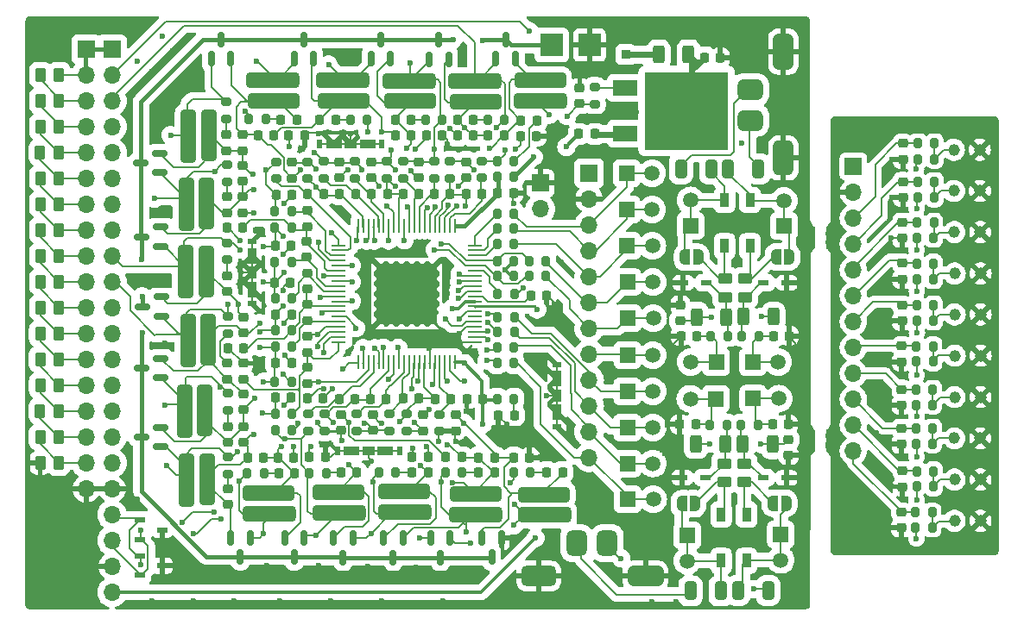
<source format=gbr>
%TF.GenerationSoftware,KiCad,Pcbnew,8.0.2*%
%TF.CreationDate,2024-12-22T13:37:01+01:00*%
%TF.ProjectId,FT25_AMS_Slave,46543235-5f41-44d5-935f-536c6176652e,rev?*%
%TF.SameCoordinates,Original*%
%TF.FileFunction,Copper,L1,Top*%
%TF.FilePolarity,Positive*%
%FSLAX46Y46*%
G04 Gerber Fmt 4.6, Leading zero omitted, Abs format (unit mm)*
G04 Created by KiCad (PCBNEW 8.0.2) date 2024-12-22 13:37:01*
%MOMM*%
%LPD*%
G01*
G04 APERTURE LIST*
G04 Aperture macros list*
%AMRoundRect*
0 Rectangle with rounded corners*
0 $1 Rounding radius*
0 $2 $3 $4 $5 $6 $7 $8 $9 X,Y pos of 4 corners*
0 Add a 4 corners polygon primitive as box body*
4,1,4,$2,$3,$4,$5,$6,$7,$8,$9,$2,$3,0*
0 Add four circle primitives for the rounded corners*
1,1,$1+$1,$2,$3*
1,1,$1+$1,$4,$5*
1,1,$1+$1,$6,$7*
1,1,$1+$1,$8,$9*
0 Add four rect primitives between the rounded corners*
20,1,$1+$1,$2,$3,$4,$5,0*
20,1,$1+$1,$4,$5,$6,$7,0*
20,1,$1+$1,$6,$7,$8,$9,0*
20,1,$1+$1,$8,$9,$2,$3,0*%
%AMFreePoly0*
4,1,19,0.500000,-0.750000,0.000000,-0.750000,0.000000,-0.744911,-0.071157,-0.744911,-0.207708,-0.704816,-0.327430,-0.627875,-0.420627,-0.520320,-0.479746,-0.390866,-0.500000,-0.250000,-0.500000,0.250000,-0.479746,0.390866,-0.420627,0.520320,-0.327430,0.627875,-0.207708,0.704816,-0.071157,0.744911,0.000000,0.744911,0.000000,0.750000,0.500000,0.750000,0.500000,-0.750000,0.500000,-0.750000,
$1*%
%AMFreePoly1*
4,1,19,0.000000,0.744911,0.071157,0.744911,0.207708,0.704816,0.327430,0.627875,0.420627,0.520320,0.479746,0.390866,0.500000,0.250000,0.500000,-0.250000,0.479746,-0.390866,0.420627,-0.520320,0.327430,-0.627875,0.207708,-0.704816,0.071157,-0.744911,0.000000,-0.744911,0.000000,-0.750000,-0.500000,-0.750000,-0.500000,0.750000,0.000000,0.750000,0.000000,0.744911,0.000000,0.744911,
$1*%
G04 Aperture macros list end*
%TA.AperFunction,SMDPad,CuDef*%
%ADD10RoundRect,0.200000X-0.275000X0.200000X-0.275000X-0.200000X0.275000X-0.200000X0.275000X0.200000X0*%
%TD*%
%TA.AperFunction,SMDPad,CuDef*%
%ADD11RoundRect,0.250000X0.450000X-0.262500X0.450000X0.262500X-0.450000X0.262500X-0.450000X-0.262500X0*%
%TD*%
%TA.AperFunction,SMDPad,CuDef*%
%ADD12RoundRect,0.250000X-0.262500X-0.450000X0.262500X-0.450000X0.262500X0.450000X-0.262500X0.450000X0*%
%TD*%
%TA.AperFunction,SMDPad,CuDef*%
%ADD13RoundRect,0.225000X0.250000X-0.225000X0.250000X0.225000X-0.250000X0.225000X-0.250000X-0.225000X0*%
%TD*%
%TA.AperFunction,SMDPad,CuDef*%
%ADD14RoundRect,0.225000X-0.250000X0.225000X-0.250000X-0.225000X0.250000X-0.225000X0.250000X0.225000X0*%
%TD*%
%TA.AperFunction,ComponentPad*%
%ADD15R,1.700000X1.700000*%
%TD*%
%TA.AperFunction,ComponentPad*%
%ADD16O,1.700000X1.700000*%
%TD*%
%TA.AperFunction,SMDPad,CuDef*%
%ADD17RoundRect,0.200000X-0.200000X-0.275000X0.200000X-0.275000X0.200000X0.275000X-0.200000X0.275000X0*%
%TD*%
%TA.AperFunction,SMDPad,CuDef*%
%ADD18RoundRect,0.250000X-0.312500X-0.625000X0.312500X-0.625000X0.312500X0.625000X-0.312500X0.625000X0*%
%TD*%
%TA.AperFunction,ComponentPad*%
%ADD19R,1.500000X1.500000*%
%TD*%
%TA.AperFunction,ComponentPad*%
%ADD20C,1.500000*%
%TD*%
%TA.AperFunction,SMDPad,CuDef*%
%ADD21RoundRect,0.326087X2.273913X-0.423913X2.273913X0.423913X-2.273913X0.423913X-2.273913X-0.423913X0*%
%TD*%
%TA.AperFunction,SMDPad,CuDef*%
%ADD22RoundRect,0.326087X2.198913X-0.423913X2.198913X0.423913X-2.198913X0.423913X-2.198913X-0.423913X0*%
%TD*%
%TA.AperFunction,SMDPad,CuDef*%
%ADD23RoundRect,0.218750X-0.218750X-0.256250X0.218750X-0.256250X0.218750X0.256250X-0.218750X0.256250X0*%
%TD*%
%TA.AperFunction,SMDPad,CuDef*%
%ADD24R,2.180400X2.210000*%
%TD*%
%TA.AperFunction,SMDPad,CuDef*%
%ADD25RoundRect,0.225000X0.225000X0.250000X-0.225000X0.250000X-0.225000X-0.250000X0.225000X-0.250000X0*%
%TD*%
%TA.AperFunction,SMDPad,CuDef*%
%ADD26RoundRect,0.150000X0.150000X-0.587500X0.150000X0.587500X-0.150000X0.587500X-0.150000X-0.587500X0*%
%TD*%
%TA.AperFunction,SMDPad,CuDef*%
%ADD27RoundRect,0.200000X0.200000X0.275000X-0.200000X0.275000X-0.200000X-0.275000X0.200000X-0.275000X0*%
%TD*%
%TA.AperFunction,ComponentPad*%
%ADD28C,1.173000*%
%TD*%
%TA.AperFunction,SMDPad,CuDef*%
%ADD29RoundRect,0.150000X-0.150000X0.587500X-0.150000X-0.587500X0.150000X-0.587500X0.150000X0.587500X0*%
%TD*%
%TA.AperFunction,SMDPad,CuDef*%
%ADD30RoundRect,0.218750X0.218750X0.256250X-0.218750X0.256250X-0.218750X-0.256250X0.218750X-0.256250X0*%
%TD*%
%TA.AperFunction,SMDPad,CuDef*%
%ADD31FreePoly0,180.000000*%
%TD*%
%TA.AperFunction,SMDPad,CuDef*%
%ADD32FreePoly1,180.000000*%
%TD*%
%TA.AperFunction,SMDPad,CuDef*%
%ADD33RoundRect,0.218750X0.256250X-0.218750X0.256250X0.218750X-0.256250X0.218750X-0.256250X-0.218750X0*%
%TD*%
%TA.AperFunction,SMDPad,CuDef*%
%ADD34RoundRect,0.250000X0.325000X0.650000X-0.325000X0.650000X-0.325000X-0.650000X0.325000X-0.650000X0*%
%TD*%
%TA.AperFunction,SMDPad,CuDef*%
%ADD35RoundRect,0.500000X-0.500000X-0.735000X0.500000X-0.735000X0.500000X0.735000X-0.500000X0.735000X0*%
%TD*%
%TA.AperFunction,SMDPad,CuDef*%
%ADD36RoundRect,0.500000X-1.207500X-0.500000X1.207500X-0.500000X1.207500X0.500000X-1.207500X0.500000X0*%
%TD*%
%TA.AperFunction,SMDPad,CuDef*%
%ADD37RoundRect,0.500000X-1.257500X-0.500000X1.257500X-0.500000X1.257500X0.500000X-1.257500X0.500000X0*%
%TD*%
%TA.AperFunction,SMDPad,CuDef*%
%ADD38R,2.400000X1.485000*%
%TD*%
%TA.AperFunction,SMDPad,CuDef*%
%ADD39R,8.250000X7.650000*%
%TD*%
%TA.AperFunction,SMDPad,CuDef*%
%ADD40RoundRect,0.225000X-0.225000X-0.250000X0.225000X-0.250000X0.225000X0.250000X-0.225000X0.250000X0*%
%TD*%
%TA.AperFunction,SMDPad,CuDef*%
%ADD41RoundRect,0.326087X-0.423913X-2.273913X0.423913X-2.273913X0.423913X2.273913X-0.423913X2.273913X0*%
%TD*%
%TA.AperFunction,SMDPad,CuDef*%
%ADD42RoundRect,0.326087X-0.423913X-2.198913X0.423913X-2.198913X0.423913X2.198913X-0.423913X2.198913X0*%
%TD*%
%TA.AperFunction,SMDPad,CuDef*%
%ADD43RoundRect,0.250000X0.312500X0.625000X-0.312500X0.625000X-0.312500X-0.625000X0.312500X-0.625000X0*%
%TD*%
%TA.AperFunction,SMDPad,CuDef*%
%ADD44RoundRect,0.150000X0.587500X0.150000X-0.587500X0.150000X-0.587500X-0.150000X0.587500X-0.150000X0*%
%TD*%
%TA.AperFunction,SMDPad,CuDef*%
%ADD45RoundRect,0.200000X0.275000X-0.200000X0.275000X0.200000X-0.275000X0.200000X-0.275000X-0.200000X0*%
%TD*%
%TA.AperFunction,SMDPad,CuDef*%
%ADD46R,0.900000X1.350000*%
%TD*%
%TA.AperFunction,SMDPad,CuDef*%
%ADD47RoundRect,0.326087X-2.273913X0.423913X-2.273913X-0.423913X2.273913X-0.423913X2.273913X0.423913X0*%
%TD*%
%TA.AperFunction,SMDPad,CuDef*%
%ADD48RoundRect,0.326087X-2.198913X0.423913X-2.198913X-0.423913X2.198913X-0.423913X2.198913X0.423913X0*%
%TD*%
%TA.AperFunction,SMDPad,CuDef*%
%ADD49R,1.075000X0.500000*%
%TD*%
%TA.AperFunction,SMDPad,CuDef*%
%ADD50FreePoly0,0.000000*%
%TD*%
%TA.AperFunction,SMDPad,CuDef*%
%ADD51FreePoly1,0.000000*%
%TD*%
%TA.AperFunction,SMDPad,CuDef*%
%ADD52R,0.900000X0.600000*%
%TD*%
%TA.AperFunction,SMDPad,CuDef*%
%ADD53R,0.900000X1.500000*%
%TD*%
%TA.AperFunction,SMDPad,CuDef*%
%ADD54R,0.900000X1.200000*%
%TD*%
%TA.AperFunction,SMDPad,CuDef*%
%ADD55O,0.250000X1.500000*%
%TD*%
%TA.AperFunction,SMDPad,CuDef*%
%ADD56O,1.500000X0.250000*%
%TD*%
%TA.AperFunction,ComponentPad*%
%ADD57C,0.600000*%
%TD*%
%TA.AperFunction,SMDPad,CuDef*%
%ADD58R,6.000000X6.000000*%
%TD*%
%TA.AperFunction,SMDPad,CuDef*%
%ADD59RoundRect,0.250000X-0.450000X0.262500X-0.450000X-0.262500X0.450000X-0.262500X0.450000X0.262500X0*%
%TD*%
%TA.AperFunction,ComponentPad*%
%ADD60R,0.850000X0.850000*%
%TD*%
%TA.AperFunction,SMDPad,CuDef*%
%ADD61R,1.050000X0.600000*%
%TD*%
%TA.AperFunction,SMDPad,CuDef*%
%ADD62R,0.600000X0.900000*%
%TD*%
%TA.AperFunction,SMDPad,CuDef*%
%ADD63R,1.500000X0.900000*%
%TD*%
%TA.AperFunction,SMDPad,CuDef*%
%ADD64R,1.200000X0.900000*%
%TD*%
%TA.AperFunction,SMDPad,CuDef*%
%ADD65RoundRect,0.250000X-0.325000X-0.650000X0.325000X-0.650000X0.325000X0.650000X-0.325000X0.650000X0*%
%TD*%
%TA.AperFunction,SMDPad,CuDef*%
%ADD66RoundRect,0.500000X0.735000X-0.500000X0.735000X0.500000X-0.735000X0.500000X-0.735000X-0.500000X0*%
%TD*%
%TA.AperFunction,SMDPad,CuDef*%
%ADD67RoundRect,0.500000X0.500000X-1.207500X0.500000X1.207500X-0.500000X1.207500X-0.500000X-1.207500X0*%
%TD*%
%TA.AperFunction,SMDPad,CuDef*%
%ADD68RoundRect,0.500000X0.500000X-1.257500X0.500000X1.257500X-0.500000X1.257500X-0.500000X-1.257500X0*%
%TD*%
%TA.AperFunction,ViaPad*%
%ADD69C,0.600000*%
%TD*%
%TA.AperFunction,Conductor*%
%ADD70C,0.200000*%
%TD*%
%TA.AperFunction,Conductor*%
%ADD71C,0.400000*%
%TD*%
%TA.AperFunction,Conductor*%
%ADD72C,0.300000*%
%TD*%
%TA.AperFunction,Conductor*%
%ADD73C,0.600000*%
%TD*%
%TA.AperFunction,Conductor*%
%ADD74C,0.250000*%
%TD*%
G04 APERTURE END LIST*
D10*
%TO.P,R49,1*%
%TO.N,/Cell 12{slash}11*%
X112270000Y-74975000D03*
%TO.P,R49,2*%
%TO.N,Net-(D18-A)*%
X112270000Y-76625000D03*
%TD*%
D11*
%TO.P,R25,1*%
%TO.N,Net-(D6-A2)*%
X161200000Y-94152500D03*
%TO.P,R25,2*%
%TO.N,Net-(JP1-A)*%
X161200000Y-92327500D03*
%TD*%
D12*
%TO.P,R105,1*%
%TO.N,GND*%
X93997500Y-110440000D03*
%TO.P,R105,2*%
%TO.N,/C 2{slash}1*%
X95822500Y-110440000D03*
%TD*%
D13*
%TO.P,C12,1*%
%TO.N,GND*%
X167380000Y-109705000D03*
%TO.P,C12,2*%
%TO.N,Net-(C12-Pad2)*%
X167380000Y-108155000D03*
%TD*%
D14*
%TO.P,C49,1*%
%TO.N,/NTC/V_out_1*%
X178585000Y-79055000D03*
%TO.P,C49,2*%
%TO.N,GND1*%
X178585000Y-80605000D03*
%TD*%
D15*
%TO.P,J1,1,Pin_1*%
%TO.N,VBUS*%
X101047500Y-69805000D03*
D16*
%TO.P,J1,2,Pin_2*%
%TO.N,/Cell 16*%
X101047500Y-72345000D03*
%TO.P,J1,3,Pin_3*%
%TO.N,/Cell 15{slash}16*%
X101047500Y-74885000D03*
%TO.P,J1,4,Pin_4*%
%TO.N,/Cell 15{slash}14*%
X101047500Y-77425000D03*
%TO.P,J1,5,Pin_5*%
%TO.N,/Cell 14{slash}13*%
X101047500Y-79965000D03*
%TO.P,J1,6,Pin_6*%
%TO.N,/Cell 13{slash}12*%
X101047500Y-82505000D03*
%TO.P,J1,7,Pin_7*%
%TO.N,/Cell 12{slash}11*%
X101047500Y-85045000D03*
%TO.P,J1,8,Pin_8*%
%TO.N,/Cell 11{slash}10*%
X101047500Y-87585000D03*
%TO.P,J1,9,Pin_9*%
%TO.N,/Cell 10{slash}9*%
X101047500Y-90125000D03*
%TO.P,J1,10,Pin_10*%
%TO.N,/Cell 9{slash}8*%
X101047500Y-92665000D03*
%TO.P,J1,11,Pin_11*%
%TO.N,/Cell 8{slash}7*%
X101047500Y-95205000D03*
%TO.P,J1,12,Pin_12*%
%TO.N,/Cell 7{slash}6*%
X101047500Y-97745000D03*
%TO.P,J1,13,Pin_13*%
%TO.N,/Cell 6{slash}5*%
X101047500Y-100285000D03*
%TO.P,J1,14,Pin_14*%
%TO.N,/Cell 5{slash}4*%
X101047500Y-102825000D03*
%TO.P,J1,15,Pin_15*%
%TO.N,/Cell 4{slash}3*%
X101047500Y-105365000D03*
%TO.P,J1,16,Pin_16*%
%TO.N,/Cell 3{slash}2*%
X101047500Y-107905000D03*
%TO.P,J1,17,Pin_17*%
%TO.N,/Cell 2{slash}1*%
X101047500Y-110445000D03*
%TO.P,J1,18,Pin_18*%
%TO.N,GND*%
X101047500Y-112985000D03*
%TO.P,J1,19,Pin_19*%
%TO.N,/TMP_SCL*%
X101047500Y-115525000D03*
%TO.P,J1,20,Pin_20*%
%TO.N,/TMP_SDA*%
X101047500Y-118065000D03*
%TO.P,J1,21,Pin_21*%
%TO.N,GND*%
X101047500Y-120605000D03*
%TO.P,J1,22,Pin_22*%
%TO.N,+5V*%
X101047500Y-123145000D03*
%TD*%
D17*
%TO.P,R67,1*%
%TO.N,/Cell 6{slash}5*%
X117055000Y-105580000D03*
%TO.P,R67,2*%
%TO.N,/FilterBalancingNetwork5/CB:A*%
X118705000Y-105580000D03*
%TD*%
D18*
%TO.P,R8,1*%
%TO.N,VBUS*%
X154647500Y-70340000D03*
%TO.P,R8,2*%
%TO.N,Net-(Q1-C)*%
X157572500Y-70340000D03*
%TD*%
D19*
%TO.P,TP11,1,1*%
%TO.N,Net-(J5-Pin_9)*%
X151570000Y-103405000D03*
D20*
X154070000Y-103405000D03*
%TD*%
D21*
%TO.P,R71,1*%
%TO.N,/Cell 5{slash}4*%
X123350000Y-115340000D03*
D22*
%TO.P,R71,2*%
%TO.N,/S4P*%
X123275000Y-113340000D03*
%TD*%
D23*
%TO.P,D8,1,K*%
%TO.N,GND*%
X138922500Y-105770000D03*
%TO.P,D8,2,A*%
%TO.N,Net-(D8-A)*%
X140497500Y-105770000D03*
%TD*%
D24*
%TO.P,D1,1,A1*%
%TO.N,Clamp*%
X144152800Y-69410000D03*
%TO.P,D1,2,A2*%
%TO.N,GND*%
X147867200Y-69410000D03*
%TD*%
D14*
%TO.P,C50,1*%
%TO.N,/NTC/V_out_4*%
X178535000Y-90835000D03*
%TO.P,C50,2*%
%TO.N,GND1*%
X178535000Y-92385000D03*
%TD*%
D19*
%TO.P,TP1,1,1*%
%TO.N,Net-(U1-IPB)*%
X160290000Y-100520000D03*
D20*
X157790000Y-100520000D03*
%TD*%
D25*
%TO.P,C21,1*%
%TO.N,/FilterBalancingNetwork1/CB*%
X131155000Y-84040000D03*
%TO.P,C21,2*%
%TO.N,/FilterBalancingNetwork1/CB:A*%
X129605000Y-84040000D03*
%TD*%
D10*
%TO.P,R40,1*%
%TO.N,/Cell 13{slash}12*%
X124890000Y-80825000D03*
%TO.P,R40,2*%
%TO.N,/FilterBalancingNetwork1/CA*%
X124890000Y-82475000D03*
%TD*%
D21*
%TO.P,R69,1*%
%TO.N,/Cell 6{slash}5*%
X116480000Y-115400000D03*
D22*
%TO.P,R69,2*%
%TO.N,/S5P*%
X116405000Y-113400000D03*
%TD*%
D19*
%TO.P,TP13,1,1*%
%TO.N,Net-(J5-Pin_11)*%
X151590000Y-110495000D03*
D20*
X154090000Y-110495000D03*
%TD*%
D19*
%TO.P,TP6,1,1*%
%TO.N,Net-(J5-Pin_5)*%
X151540000Y-89125000D03*
D20*
X154040000Y-89125000D03*
%TD*%
D26*
%TO.P,D12,1,A*%
%TO.N,/Cell 15{slash}14*%
X132160000Y-70787500D03*
%TO.P,D12,2,A*%
%TO.N,/S15P*%
X134060000Y-70787500D03*
%TO.P,D12,3,K*%
%TO.N,Clamp*%
X133110000Y-68912500D03*
%TD*%
D12*
%TO.P,R114,1*%
%TO.N,/C 10{slash}9*%
X94017500Y-87590000D03*
%TO.P,R114,2*%
%TO.N,/C 11{slash}10*%
X95842500Y-87590000D03*
%TD*%
D27*
%TO.P,R89,1*%
%TO.N,Net-(R85-Pad2)*%
X181710000Y-79050000D03*
%TO.P,R89,2*%
%TO.N,/NTC/V_out_1*%
X180060000Y-79050000D03*
%TD*%
D17*
%TO.P,R59,1*%
%TO.N,/Cell 9{slash}8*%
X117065000Y-94260000D03*
%TO.P,R59,2*%
%TO.N,/FilterBalancingNetwork4/CB*%
X118715000Y-94260000D03*
%TD*%
D12*
%TO.P,R108,1*%
%TO.N,/C 4{slash}3*%
X94007500Y-102830000D03*
%TO.P,R108,2*%
%TO.N,/C 5{slash}4*%
X95832500Y-102830000D03*
%TD*%
D28*
%TO.P,TH1,1*%
%TO.N,Net-(R85-Pad2)*%
X183595000Y-79690000D03*
%TO.P,TH1,2*%
%TO.N,GND1*%
X186135000Y-79690000D03*
%TD*%
D17*
%TO.P,R7,1*%
%TO.N,Net-(U1-SCK(IPA))*%
X159675000Y-106680000D03*
%TO.P,R7,2*%
%TO.N,Net-(D5-A2)*%
X161325000Y-106680000D03*
%TD*%
D29*
%TO.P,D40,1,A*%
%TO.N,GND*%
X139240000Y-117832500D03*
%TO.P,D40,2,A*%
%TO.N,/S1P*%
X137340000Y-117832500D03*
%TO.P,D40,3,K*%
%TO.N,Clamp*%
X138290000Y-119707500D03*
%TD*%
D17*
%TO.P,R12,1*%
%TO.N,Net-(U1-GPIO7)*%
X138855000Y-96130000D03*
%TO.P,R12,2*%
%TO.N,Net-(J5-Pin_9)*%
X140505000Y-96130000D03*
%TD*%
D30*
%TO.P,D38,1,K*%
%TO.N,/S1P*%
X145222501Y-111349998D03*
%TO.P,D38,2,A*%
%TO.N,Net-(D38-A)*%
X143647501Y-111349998D03*
%TD*%
D31*
%TO.P,JP4,1,A*%
%TO.N,Net-(JP4-A)*%
X158210000Y-114450000D03*
D32*
%TO.P,JP4,2,B*%
%TO.N,Net-(JP4-B)*%
X156910000Y-114450000D03*
%TD*%
D10*
%TO.P,R56,1*%
%TO.N,/Cell 10{slash}9*%
X112310000Y-88815000D03*
%TO.P,R56,2*%
%TO.N,Net-(D22-A)*%
X112310000Y-90465000D03*
%TD*%
D17*
%TO.P,R2,1*%
%TO.N,Net-(U1-GPIO1)*%
X138815000Y-85950000D03*
%TO.P,R2,2*%
%TO.N,Net-(J5-Pin_3)*%
X140465000Y-85950000D03*
%TD*%
D30*
%TO.P,FB1,1*%
%TO.N,Net-(Q1-E)*%
X148397500Y-78130000D03*
%TO.P,FB1,2*%
%TO.N,+5V*%
X146822500Y-78130000D03*
%TD*%
D33*
%TO.P,D29,1,K*%
%TO.N,/S6P*%
X112370000Y-114547500D03*
%TO.P,D29,2,A*%
%TO.N,Net-(D29-A)*%
X112370000Y-112972500D03*
%TD*%
D26*
%TO.P,D16,1,A*%
%TO.N,/Cell 13{slash}12*%
X118910000Y-70757500D03*
%TO.P,D16,2,A*%
%TO.N,/S13P*%
X120810000Y-70757500D03*
%TO.P,D16,3,K*%
%TO.N,Clamp*%
X119860000Y-68882500D03*
%TD*%
D25*
%TO.P,C22,1*%
%TO.N,/FilterBalancingNetwork1/CB:A*%
X128035000Y-84050000D03*
%TO.P,C22,2*%
%TO.N,/FilterBalancingNetwork1/CA*%
X126485000Y-84050000D03*
%TD*%
D10*
%TO.P,R51,1*%
%TO.N,/Cell 11{slash}10*%
X112330000Y-81165000D03*
%TO.P,R51,2*%
%TO.N,Net-(D21-A)*%
X112330000Y-82815000D03*
%TD*%
D25*
%TO.P,C77,1*%
%TO.N,/FilterBalancingNetwork3/CB:A*%
X113835000Y-87370000D03*
%TO.P,C77,2*%
%TO.N,GND*%
X112285000Y-87370000D03*
%TD*%
D34*
%TO.P,C16,1*%
%TO.N,Net-(JP4-B)*%
X160725000Y-123010000D03*
%TO.P,C16,2*%
%TO.N,Net-(J11-Pin_1)*%
X157775000Y-123010000D03*
%TD*%
D35*
%TO.P,J11,1,Pin_1*%
%TO.N,Net-(J11-Pin_1)*%
X146610000Y-118315000D03*
D36*
%TO.P,J11,2,Pin_2*%
%TO.N,GND*%
X142902500Y-121550000D03*
D35*
%TO.P,J11,3,Pin_3*%
%TO.N,Net-(J11-Pin_3)*%
X149610000Y-118315000D03*
D37*
%TO.P,J11,4,Pin_4*%
%TO.N,GND*%
X153352500Y-121550000D03*
%TD*%
D27*
%TO.P,R35,1*%
%TO.N,/Cell 15{slash}16*%
X139515000Y-76760000D03*
%TO.P,R35,2*%
%TO.N,Net-(D10-A)*%
X137865000Y-76760000D03*
%TD*%
D38*
%TO.P,Q1,1,B*%
%TO.N,Net-(Q1-B)*%
X151370000Y-73627500D03*
D39*
%TO.P,Q1,2,C*%
%TO.N,Net-(Q1-C)*%
X157395000Y-75870000D03*
D38*
%TO.P,Q1,3,E*%
%TO.N,Net-(Q1-E)*%
X151370000Y-78112500D03*
%TD*%
D40*
%TO.P,C7,1*%
%TO.N,Net-(U1-IMB)*%
X165890000Y-97970000D03*
%TO.P,C7,2*%
%TO.N,GND*%
X167440000Y-97970000D03*
%TD*%
D28*
%TO.P,TH10,1*%
%TO.N,Net-(R102-Pad2)*%
X183680000Y-99910000D03*
%TO.P,TH10,2*%
%TO.N,GND1*%
X186220000Y-99910000D03*
%TD*%
D17*
%TO.P,R77,1*%
%TO.N,/Cell 4{slash}3*%
X127207500Y-111359999D03*
%TO.P,R77,2*%
%TO.N,Net-(D34-A)*%
X128857500Y-111359999D03*
%TD*%
D34*
%TO.P,C14,1*%
%TO.N,Net-(J10-Pin_1)*%
X164425000Y-81560000D03*
%TO.P,C14,2*%
%TO.N,Net-(JP2-B)*%
X161475000Y-81560000D03*
%TD*%
D17*
%TO.P,R87,1*%
%TO.N,+5V_NTC*%
X179885000Y-104740000D03*
%TO.P,R87,2*%
%TO.N,Net-(R87-Pad2)*%
X181535000Y-104740000D03*
%TD*%
D27*
%TO.P,R37,1*%
%TO.N,/Cell 15{slash}14*%
X133435000Y-76750000D03*
%TO.P,R37,2*%
%TO.N,Net-(D13-A)*%
X131785000Y-76750000D03*
%TD*%
D11*
%TO.P,R17,1*%
%TO.N,Net-(D4-A2)*%
X163130000Y-94152500D03*
%TO.P,R17,2*%
%TO.N,Net-(JP2-A)*%
X163130000Y-92327500D03*
%TD*%
D40*
%TO.P,C80,1*%
%TO.N,/FilterBalancingNetwork6/CB:A*%
X120405000Y-109890000D03*
%TO.P,C80,2*%
%TO.N,GND*%
X121955000Y-109890000D03*
%TD*%
D12*
%TO.P,R113,1*%
%TO.N,/C 9{slash}8*%
X94027500Y-90120000D03*
%TO.P,R113,2*%
%TO.N,/C 10{slash}9*%
X95852500Y-90120000D03*
%TD*%
D25*
%TO.P,C61,1*%
%TO.N,/S14P*%
X130375000Y-78280000D03*
%TO.P,C61,2*%
%TO.N,/S13P*%
X128825000Y-78280000D03*
%TD*%
D12*
%TO.P,R120,1*%
%TO.N,/C 15{slash}16*%
X94027500Y-72340000D03*
%TO.P,R120,2*%
%TO.N,VBUS*%
X95852500Y-72340000D03*
%TD*%
D14*
%TO.P,C34,1*%
%TO.N,/FilterBalancingNetwork4/CB:A*%
X120180000Y-94905000D03*
%TO.P,C34,2*%
%TO.N,/FilterBalancingNetwork4/CA*%
X120180000Y-96455000D03*
%TD*%
D41*
%TO.P,R55,1*%
%TO.N,/Cell 10{slash}9*%
X108260000Y-91690000D03*
D42*
%TO.P,R55,2*%
%TO.N,/S9P*%
X110260000Y-91615000D03*
%TD*%
D25*
%TO.P,C40,1*%
%TO.N,/S5P*%
X121760000Y-104130000D03*
%TO.P,C40,2*%
%TO.N,/Cell 5{slash}4*%
X120210000Y-104130000D03*
%TD*%
D43*
%TO.P,R18,1*%
%TO.N,Net-(C11-Pad2)*%
X165902500Y-96090000D03*
%TO.P,R18,2*%
%TO.N,Net-(D4-A2)*%
X162977500Y-96090000D03*
%TD*%
D17*
%TO.P,R102,1*%
%TO.N,+5V_NTC*%
X179905000Y-100460000D03*
%TO.P,R102,2*%
%TO.N,Net-(R102-Pad2)*%
X181555000Y-100460000D03*
%TD*%
D10*
%TO.P,R63,1*%
%TO.N,/Cell 8{slash}7*%
X112380000Y-103605000D03*
%TO.P,R63,2*%
%TO.N,Net-(D26-A)*%
X112380000Y-105255000D03*
%TD*%
D17*
%TO.P,R27,1*%
%TO.N,/TMP_SDA*%
X138805000Y-90610000D03*
%TO.P,R27,2*%
%TO.N,+5V*%
X140455000Y-90610000D03*
%TD*%
D44*
%TO.P,D24,1,A*%
%TO.N,/Cell 9{slash}8*%
X105887501Y-96032501D03*
%TO.P,D24,2,A*%
%TO.N,/S9P*%
X105887501Y-94132501D03*
%TO.P,D24,3,K*%
%TO.N,Clamp*%
X104012501Y-95082501D03*
%TD*%
D30*
%TO.P,D37,1,K*%
%TO.N,/S2P*%
X138557500Y-111390000D03*
%TO.P,D37,2,A*%
%TO.N,Net-(D37-A)*%
X136982500Y-111390000D03*
%TD*%
D25*
%TO.P,C62,1*%
%TO.N,/S13P*%
X116902500Y-78260000D03*
%TO.P,C62,2*%
%TO.N,/S12P*%
X115352500Y-78260000D03*
%TD*%
D17*
%TO.P,R11,1*%
%TO.N,Net-(U1-GPIO6)*%
X138835000Y-93860000D03*
%TO.P,R11,2*%
%TO.N,Net-(J5-Pin_8)*%
X140485000Y-93860000D03*
%TD*%
D14*
%TO.P,C68,1*%
%TO.N,/S7P*%
X113900000Y-106875000D03*
%TO.P,C68,2*%
%TO.N,/S6P*%
X113900000Y-108425000D03*
%TD*%
%TO.P,C47,1*%
%TO.N,/S2P*%
X131520000Y-105720000D03*
%TO.P,C47,2*%
%TO.N,/Cell 2{slash}1*%
X131520000Y-107270000D03*
%TD*%
%TO.P,C33,1*%
%TO.N,/FilterBalancingNetwork4/CB*%
X120170000Y-91815000D03*
%TO.P,C33,2*%
%TO.N,/FilterBalancingNetwork4/CB:A*%
X120170000Y-93365000D03*
%TD*%
%TO.P,C30,1*%
%TO.N,/FilterBalancingNetwork3/CB:A*%
X120150000Y-88695000D03*
%TO.P,C30,2*%
%TO.N,/FilterBalancingNetwork3/CA*%
X120150000Y-90245000D03*
%TD*%
D40*
%TO.P,C45,1*%
%TO.N,/FilterBalancingNetwork7/CB*%
X129585000Y-104130000D03*
%TO.P,C45,2*%
%TO.N,/FilterBalancingNetwork7/CB:A*%
X131135000Y-104130000D03*
%TD*%
D17*
%TO.P,R94,1*%
%TO.N,+5V_NTC*%
X179935000Y-96460000D03*
%TO.P,R94,2*%
%TO.N,Net-(R94-Pad2)*%
X181585000Y-96460000D03*
%TD*%
%TO.P,R44,1*%
%TO.N,/Cell 13{slash}12*%
X114445000Y-76700000D03*
%TO.P,R44,2*%
%TO.N,Net-(D17-A)*%
X116095000Y-76700000D03*
%TD*%
D25*
%TO.P,C35,1*%
%TO.N,/S8P*%
X118645000Y-95840000D03*
%TO.P,C35,2*%
%TO.N,/Cell 8{slash}7*%
X117095000Y-95840000D03*
%TD*%
%TO.P,C32,1*%
%TO.N,/S9P*%
X118515000Y-92770000D03*
%TO.P,C32,2*%
%TO.N,/Cell 9{slash}8*%
X116965000Y-92770000D03*
%TD*%
D10*
%TO.P,R46,1*%
%TO.N,/Cell 12{slash}11*%
X120220000Y-80875000D03*
%TO.P,R46,2*%
%TO.N,/FilterBalancingNetwork2/CB:A*%
X120220000Y-82525000D03*
%TD*%
D19*
%TO.P,TP9,1,1*%
%TO.N,Net-(J5-Pin_8)*%
X151580000Y-99855000D03*
D20*
X154080000Y-99855000D03*
%TD*%
D28*
%TO.P,TH3,1*%
%TO.N,Net-(R87-Pad2)*%
X183660000Y-103980000D03*
%TO.P,TH3,2*%
%TO.N,GND1*%
X186200000Y-103980000D03*
%TD*%
D14*
%TO.P,C38,1*%
%TO.N,/FilterBalancingNetwork5/CB:A*%
X120220000Y-101065000D03*
%TO.P,C38,2*%
%TO.N,/FilterBalancingNetwork5/CA*%
X120220000Y-102615000D03*
%TD*%
D45*
%TO.P,R75,1*%
%TO.N,/Cell 3{slash}2*%
X125060000Y-107280000D03*
%TO.P,R75,2*%
%TO.N,/FilterBalancingNetwork6/CA*%
X125060000Y-105630000D03*
%TD*%
D40*
%TO.P,C72,1*%
%TO.N,/S2P*%
X137005000Y-109910000D03*
%TO.P,C72,2*%
%TO.N,/S1P*%
X138555000Y-109910000D03*
%TD*%
D14*
%TO.P,C66,1*%
%TO.N,/S9P*%
X113920000Y-96125000D03*
%TO.P,C66,2*%
%TO.N,/S8P*%
X113920000Y-97675000D03*
%TD*%
D10*
%TO.P,R47,1*%
%TO.N,/Cell 11{slash}10*%
X117110000Y-80875000D03*
%TO.P,R47,2*%
%TO.N,/FilterBalancingNetwork2/CA*%
X117110000Y-82525000D03*
%TD*%
D17*
%TO.P,R24,1*%
%TO.N,Net-(U1-GPIO10)*%
X138815000Y-100630000D03*
%TO.P,R24,2*%
%TO.N,Net-(J5-Pin_12)*%
X140465000Y-100630000D03*
%TD*%
D46*
%TO.P,FL1,1,1*%
%TO.N,Net-(JP2-A)*%
X163610000Y-89145000D03*
%TO.P,FL1,2,2*%
%TO.N,Net-(JP2-B)*%
X163610000Y-84595000D03*
%TO.P,FL1,3,3*%
%TO.N,Net-(JP1-B)*%
X161110000Y-84595000D03*
%TO.P,FL1,4,4*%
%TO.N,Net-(JP1-A)*%
X161110000Y-89145000D03*
%TD*%
D12*
%TO.P,R109,1*%
%TO.N,/C 5{slash}4*%
X93997500Y-100280000D03*
%TO.P,R109,2*%
%TO.N,/C 6{slash}5*%
X95822500Y-100280000D03*
%TD*%
D40*
%TO.P,C76,1*%
%TO.N,/FilterBalancingNetwork2/CB:A*%
X118365000Y-78280000D03*
%TO.P,C76,2*%
%TO.N,GND*%
X119915000Y-78280000D03*
%TD*%
%TO.P,C73,1*%
%TO.N,/S1P*%
X140445000Y-109920000D03*
%TO.P,C73,2*%
%TO.N,GND*%
X141995000Y-109920000D03*
%TD*%
%TO.P,C81,1*%
%TO.N,/FilterBalancingNetwork7/CB:A*%
X130475000Y-109890000D03*
%TO.P,C81,2*%
%TO.N,GND*%
X132025000Y-109890000D03*
%TD*%
D28*
%TO.P,TH6,1*%
%TO.N,Net-(R94-Pad2)*%
X183670000Y-95860000D03*
%TO.P,TH6,2*%
%TO.N,GND1*%
X186210000Y-95860000D03*
%TD*%
D17*
%TO.P,R52,1*%
%TO.N,/Cell 11{slash}10*%
X117015000Y-85710000D03*
%TO.P,R52,2*%
%TO.N,/FilterBalancingNetwork3/CB*%
X118665000Y-85710000D03*
%TD*%
D13*
%TO.P,C79,1*%
%TO.N,/FilterBalancingNetwork5/CB:A*%
X113900000Y-102215000D03*
%TO.P,C79,2*%
%TO.N,GND*%
X113900000Y-100665000D03*
%TD*%
D47*
%TO.P,R34,1*%
%TO.N,/Cell 15{slash}16*%
X136600000Y-72940000D03*
D48*
%TO.P,R34,2*%
%TO.N,/S15P*%
X136675000Y-74940000D03*
%TD*%
D14*
%TO.P,C67,1*%
%TO.N,/S8P*%
X113900000Y-103665000D03*
%TO.P,C67,2*%
%TO.N,/S7P*%
X113900000Y-105215000D03*
%TD*%
D12*
%TO.P,R112,1*%
%TO.N,/C 8{slash}7*%
X94027500Y-92650000D03*
%TO.P,R112,2*%
%TO.N,/C 9{slash}8*%
X95852500Y-92650000D03*
%TD*%
D41*
%TO.P,R57,1*%
%TO.N,/Cell 9{slash}8*%
X108490000Y-98410000D03*
D42*
%TO.P,R57,2*%
%TO.N,/S8P*%
X110490000Y-98335000D03*
%TD*%
D14*
%TO.P,C58,1*%
%TO.N,/NTC/V_out_6*%
X178475000Y-98955000D03*
%TO.P,C58,2*%
%TO.N,GND1*%
X178475000Y-100505000D03*
%TD*%
D43*
%TO.P,R16,1*%
%TO.N,Net-(C12-Pad2)*%
X165812500Y-108590000D03*
%TO.P,R16,2*%
%TO.N,Net-(D7-A2)*%
X162887500Y-108590000D03*
%TD*%
D49*
%TO.P,D4,1,A1*%
%TO.N,GND*%
X167210000Y-92760000D03*
%TO.P,D4,2,A2*%
%TO.N,Net-(D4-A2)*%
X164910000Y-92760000D03*
%TD*%
D50*
%TO.P,JP3,1,A*%
%TO.N,Net-(JP3-A)*%
X165850000Y-114400000D03*
D51*
%TO.P,JP3,2,B*%
%TO.N,Net-(JP3-B)*%
X167150000Y-114400000D03*
%TD*%
D40*
%TO.P,C42,1*%
%TO.N,/FilterBalancingNetwork6/CB:A*%
X126395000Y-104150000D03*
%TO.P,C42,2*%
%TO.N,/FilterBalancingNetwork6/CA*%
X127945000Y-104150000D03*
%TD*%
D52*
%TO.P,J7,1,Pin_1*%
%TO.N,GND*%
X114760000Y-88690000D03*
D53*
X114760000Y-90090000D03*
D54*
X114760000Y-91740000D03*
D53*
X114760000Y-93390000D03*
D52*
X114760000Y-94790000D03*
%TD*%
D31*
%TO.P,JP1,1,A*%
%TO.N,Net-(JP1-A)*%
X158530000Y-90240000D03*
D32*
%TO.P,JP1,2,B*%
%TO.N,Net-(JP1-B)*%
X157230000Y-90240000D03*
%TD*%
D44*
%TO.P,D20,1,A*%
%TO.N,/Cell 11{slash}10*%
X105747500Y-81922500D03*
%TO.P,D20,2,A*%
%TO.N,/S11P*%
X105747500Y-80022500D03*
%TO.P,D20,3,K*%
%TO.N,Clamp*%
X103872500Y-80972500D03*
%TD*%
D55*
%TO.P,U1,1,V+*%
%TO.N,Net-(U1-V+)*%
X134690000Y-87132500D03*
%TO.P,U1,2,C16*%
%TO.N,/FilterBalancingNetwork/CB*%
X134190000Y-87132500D03*
%TO.P,U1,3,S16N*%
%TO.N,/Cell 15{slash}16*%
X133690000Y-87132500D03*
%TO.P,U1,4,S16P*%
%TO.N,/S16P*%
X133190000Y-87132500D03*
%TO.P,U1,5,C16:15*%
%TO.N,/FilterBalancingNetwork/CB:A*%
X132690000Y-87132500D03*
%TO.P,U1,6,S15N*%
%TO.N,/Cell 15{slash}14*%
X132190000Y-87132500D03*
%TO.P,U1,7,S15P*%
%TO.N,/S15P*%
X131690000Y-87132500D03*
%TO.P,U1,8,C15*%
%TO.N,/FilterBalancingNetwork/CA*%
X131190000Y-87132500D03*
%TO.P,U1,9,C14*%
%TO.N,/FilterBalancingNetwork1/CB*%
X130690000Y-87132500D03*
%TO.P,U1,10,S14N*%
%TO.N,/Cell 14{slash}13*%
X130190000Y-87132500D03*
%TO.P,U1,11,S14P*%
%TO.N,/S14P*%
X129690000Y-87132500D03*
%TO.P,U1,12,C14:13*%
%TO.N,/FilterBalancingNetwork1/CB:A*%
X129190000Y-87132500D03*
%TO.P,U1,13,S13N*%
%TO.N,/Cell 13{slash}12*%
X128690000Y-87132500D03*
%TO.P,U1,14,S13P*%
%TO.N,/S13P*%
X128190000Y-87132500D03*
%TO.P,U1,15,C13*%
%TO.N,/FilterBalancingNetwork1/CA*%
X127690000Y-87132500D03*
%TO.P,U1,16,C12*%
%TO.N,/FilterBalancingNetwork2/CB*%
X127190000Y-87132500D03*
%TO.P,U1,17,S12N*%
%TO.N,/Cell 12{slash}11*%
X126690000Y-87132500D03*
%TO.P,U1,18,S12P*%
%TO.N,/S12P*%
X126190000Y-87132500D03*
%TO.P,U1,19,C12:11*%
%TO.N,/FilterBalancingNetwork2/CB:A*%
X125690000Y-87132500D03*
%TO.P,U1,20,S11N*%
%TO.N,/Cell 11{slash}10*%
X125190000Y-87132500D03*
D56*
%TO.P,U1,21,S11P*%
%TO.N,/S11P*%
X123252500Y-89070000D03*
%TO.P,U1,22,C11*%
%TO.N,/FilterBalancingNetwork2/CA*%
X123252500Y-89570000D03*
%TO.P,U1,23,C10*%
%TO.N,/FilterBalancingNetwork3/CB*%
X123252500Y-90070000D03*
%TO.P,U1,24,S10N*%
%TO.N,/Cell 10{slash}9*%
X123252500Y-90570000D03*
%TO.P,U1,25,S10P*%
%TO.N,/S10P*%
X123252500Y-91070000D03*
%TO.P,U1,26,C10:9*%
%TO.N,/FilterBalancingNetwork3/CB:A*%
X123252500Y-91570000D03*
%TO.P,U1,27,S9N*%
%TO.N,/Cell 9{slash}8*%
X123252500Y-92070000D03*
%TO.P,U1,28,S9P*%
%TO.N,/S9P*%
X123252500Y-92570000D03*
%TO.P,U1,29,C9*%
%TO.N,/FilterBalancingNetwork3/CA*%
X123252500Y-93070000D03*
%TO.P,U1,30,C8*%
%TO.N,/FilterBalancingNetwork4/CB*%
X123252500Y-93570000D03*
%TO.P,U1,31,S8N*%
%TO.N,/Cell 8{slash}7*%
X123252500Y-94070000D03*
%TO.P,U1,32,S8P*%
%TO.N,/S8P*%
X123252500Y-94570000D03*
%TO.P,U1,33,C8:7*%
%TO.N,/FilterBalancingNetwork4/CB:A*%
X123252500Y-95070000D03*
%TO.P,U1,34,S7N*%
%TO.N,/Cell 7{slash}6*%
X123252500Y-95570000D03*
%TO.P,U1,35,S7P*%
%TO.N,/S7P*%
X123252500Y-96070000D03*
%TO.P,U1,36,C7*%
%TO.N,/FilterBalancingNetwork4/CA*%
X123252500Y-96570000D03*
%TO.P,U1,37,C6*%
%TO.N,/FilterBalancingNetwork5/CB*%
X123252500Y-97070000D03*
%TO.P,U1,38,S6N*%
%TO.N,/Cell 6{slash}5*%
X123252500Y-97570000D03*
%TO.P,U1,39,S6P*%
%TO.N,/S6P*%
X123252500Y-98070000D03*
%TO.P,U1,40,C6:5*%
%TO.N,/FilterBalancingNetwork5/CB:A*%
X123252500Y-98570000D03*
D55*
%TO.P,U1,41,S5N*%
%TO.N,/Cell 5{slash}4*%
X125190000Y-100507500D03*
%TO.P,U1,42,S5P*%
%TO.N,/S5P*%
X125690000Y-100507500D03*
%TO.P,U1,43,C5*%
%TO.N,/FilterBalancingNetwork5/CA*%
X126190000Y-100507500D03*
%TO.P,U1,44,C4*%
%TO.N,/FilterBalancingNetwork6/CB*%
X126690000Y-100507500D03*
%TO.P,U1,45,S4N*%
%TO.N,/Cell 4{slash}3*%
X127190000Y-100507500D03*
%TO.P,U1,46,S4P*%
%TO.N,/S4P*%
X127690000Y-100507500D03*
%TO.P,U1,47,C4:3*%
%TO.N,/FilterBalancingNetwork6/CB:A*%
X128190000Y-100507500D03*
%TO.P,U1,48,S3N*%
%TO.N,/Cell 3{slash}2*%
X128690000Y-100507500D03*
%TO.P,U1,49,S3P*%
%TO.N,/S3P*%
X129190000Y-100507500D03*
%TO.P,U1,50,C3*%
%TO.N,/FilterBalancingNetwork6/CA*%
X129690000Y-100507500D03*
%TO.P,U1,51,C2*%
%TO.N,/FilterBalancingNetwork7/CB*%
X130190000Y-100507500D03*
%TO.P,U1,52,S2N*%
%TO.N,/Cell 2{slash}1*%
X130690000Y-100507500D03*
%TO.P,U1,53,S2P*%
%TO.N,/S2P*%
X131190000Y-100507500D03*
%TO.P,U1,54,C2:1*%
%TO.N,/FilterBalancingNetwork7/CB:A*%
X131690000Y-100507500D03*
%TO.P,U1,55,S1N*%
%TO.N,GND*%
X132190000Y-100507500D03*
%TO.P,U1,56,S1P*%
%TO.N,/S1P*%
X132690000Y-100507500D03*
%TO.P,U1,57,C1*%
%TO.N,/FilterBalancingNetwork7/CA*%
X133190000Y-100507500D03*
%TO.P,U1,58,CSB(IMA)*%
%TO.N,Net-(U1-CSB(IMA))*%
X133690000Y-100507500D03*
%TO.P,U1,59,SCK(IPA)*%
%TO.N,Net-(U1-SCK(IPA))*%
X134190000Y-100507500D03*
%TO.P,U1,60,ISOMD*%
%TO.N,+5V*%
X134690000Y-100507500D03*
D56*
%TO.P,U1,61,SDI*%
%TO.N,GND*%
X136627500Y-98570000D03*
%TO.P,U1,62,IMB*%
%TO.N,Net-(U1-IMB)*%
X136627500Y-98070000D03*
%TO.P,U1,63,IPB*%
%TO.N,Net-(U1-IPB)*%
X136627500Y-97570000D03*
%TO.P,U1,64,SDO*%
%TO.N,GND*%
X136627500Y-97070000D03*
%TO.P,U1,65,DRIVE*%
%TO.N,Net-(U1-DRIVE)*%
X136627500Y-96570000D03*
%TO.P,U1,66,NC*%
%TO.N,unconnected-(U1-NC-Pad66)*%
X136627500Y-96070000D03*
D57*
%TO.P,U1,67,V-*%
%TO.N,GND*%
X132440000Y-91320000D03*
X131440000Y-91320000D03*
X130440000Y-91320000D03*
X129440000Y-91320000D03*
X128440000Y-91320000D03*
X127440000Y-91320000D03*
X132440000Y-92320000D03*
X131440000Y-92320000D03*
X130440000Y-92320000D03*
X129440000Y-92320000D03*
X128440000Y-92320000D03*
X127440000Y-92320000D03*
X132440000Y-93320000D03*
X131440000Y-93320000D03*
X130440000Y-93320000D03*
X129440000Y-93320000D03*
X128440000Y-93320000D03*
X127440000Y-93320000D03*
D58*
X129940000Y-93820000D03*
D57*
X132440000Y-94320000D03*
X131440000Y-94320000D03*
X130440000Y-94320000D03*
X129440000Y-94320000D03*
X128440000Y-94320000D03*
X127440000Y-94320000D03*
X132440000Y-95320000D03*
X131440000Y-95320000D03*
X130440000Y-95320000D03*
X129440000Y-95320000D03*
X128440000Y-95320000D03*
X127440000Y-95320000D03*
D56*
X136627500Y-95570000D03*
D57*
X132440000Y-96320000D03*
X131440000Y-96320000D03*
X130440000Y-96320000D03*
X129440000Y-96320000D03*
X128440000Y-96320000D03*
X127440000Y-96320000D03*
D56*
%TO.P,U1,68,VREF2*%
%TO.N,+5V_ref2*%
X136627500Y-95070000D03*
%TO.P,U1,69,VREG*%
%TO.N,+5V*%
X136627500Y-94570000D03*
%TO.P,U1,70,VREF1*%
%TO.N,Net-(U1-VREF1)*%
X136627500Y-94070000D03*
%TO.P,U1,71,GPIO10*%
%TO.N,Net-(U1-GPIO10)*%
X136627500Y-93570000D03*
%TO.P,U1,72,GPIO9*%
%TO.N,Net-(U1-GPIO9)*%
X136627500Y-93070000D03*
%TO.P,U1,73,GPIO8*%
%TO.N,Net-(U1-GPIO8)*%
X136627500Y-92570000D03*
%TO.P,U1,74,GPIO7*%
%TO.N,Net-(U1-GPIO7)*%
X136627500Y-92070000D03*
%TO.P,U1,75,GPIO6*%
%TO.N,Net-(U1-GPIO6)*%
X136627500Y-91570000D03*
%TO.P,U1,76,GPIO5*%
%TO.N,/TMP_SCL*%
X136627500Y-91070000D03*
%TO.P,U1,77,GPIO4*%
%TO.N,/TMP_SDA*%
X136627500Y-90570000D03*
%TO.P,U1,78,GPIO3*%
%TO.N,Net-(U1-GPIO3)*%
X136627500Y-90070000D03*
%TO.P,U1,79,GPIO2*%
%TO.N,Net-(U1-GPIO2)*%
X136627500Y-89570000D03*
%TO.P,U1,80,GPIO1*%
%TO.N,Net-(U1-GPIO1)*%
X136627500Y-89070000D03*
%TD*%
D27*
%TO.P,R99,1*%
%TO.N,Net-(R95-Pad2)*%
X181470000Y-115300000D03*
%TO.P,R99,2*%
%TO.N,/NTC/V_out_10*%
X179820000Y-115300000D03*
%TD*%
D10*
%TO.P,R65,1*%
%TO.N,/Cell 7{slash}6*%
X112370000Y-109855000D03*
%TO.P,R65,2*%
%TO.N,Net-(D29-A)*%
X112370000Y-111505000D03*
%TD*%
D14*
%TO.P,C53,1*%
%TO.N,/NTC/V_out_2*%
X178590000Y-82815000D03*
%TO.P,C53,2*%
%TO.N,GND1*%
X178590000Y-84365000D03*
%TD*%
%TO.P,C54,1*%
%TO.N,/NTC/V_out_5*%
X178505000Y-94955000D03*
%TO.P,C54,2*%
%TO.N,GND1*%
X178505000Y-96505000D03*
%TD*%
D17*
%TO.P,R66,1*%
%TO.N,/Cell 7{slash}6*%
X117005000Y-102450000D03*
%TO.P,R66,2*%
%TO.N,/FilterBalancingNetwork5/CB*%
X118655000Y-102450000D03*
%TD*%
D10*
%TO.P,R32,1*%
%TO.N,/Cell 15{slash}16*%
X134200000Y-80815000D03*
%TO.P,R32,2*%
%TO.N,/FilterBalancingNetwork/CB:A*%
X134200000Y-82465000D03*
%TD*%
D14*
%TO.P,C52,1*%
%TO.N,/NTC/V_out_9*%
X178560000Y-111225000D03*
%TO.P,C52,2*%
%TO.N,GND1*%
X178560000Y-112775000D03*
%TD*%
D12*
%TO.P,R116,1*%
%TO.N,/C 12{slash}11*%
X94027500Y-82500000D03*
%TO.P,R116,2*%
%TO.N,/C 13{slash}12*%
X95852500Y-82500000D03*
%TD*%
D13*
%TO.P,C24,1*%
%TO.N,/S13P*%
X123340000Y-82415000D03*
%TO.P,C24,2*%
%TO.N,/Cell 13{slash}12*%
X123340000Y-80865000D03*
%TD*%
D30*
%TO.P,D30,1,K*%
%TO.N,/S5P*%
X118947500Y-111440000D03*
%TO.P,D30,2,A*%
%TO.N,Net-(D30-A)*%
X117372500Y-111440000D03*
%TD*%
D27*
%TO.P,R91,1*%
%TO.N,Net-(R87-Pad2)*%
X181530000Y-103250000D03*
%TO.P,R91,2*%
%TO.N,/NTC/V_out_7*%
X179880000Y-103250000D03*
%TD*%
D17*
%TO.P,R4,1*%
%TO.N,Net-(U1-GPIO2)*%
X138815000Y-87430000D03*
%TO.P,R4,2*%
%TO.N,Net-(J5-Pin_4)*%
X140465000Y-87430000D03*
%TD*%
D25*
%TO.P,C25,1*%
%TO.N,/FilterBalancingNetwork2/CB*%
X124915000Y-84040000D03*
%TO.P,C25,2*%
%TO.N,/FilterBalancingNetwork2/CB:A*%
X123365000Y-84040000D03*
%TD*%
D17*
%TO.P,R72,1*%
%TO.N,/Cell 5{slash}4*%
X120405000Y-111430000D03*
%TO.P,R72,2*%
%TO.N,Net-(D33-A)*%
X122055000Y-111430000D03*
%TD*%
D27*
%TO.P,R90,1*%
%TO.N,Net-(R86-Pad2)*%
X181590000Y-90880000D03*
%TO.P,R90,2*%
%TO.N,/NTC/V_out_4*%
X179940000Y-90880000D03*
%TD*%
D59*
%TO.P,R19,1*%
%TO.N,Net-(D5-A2)*%
X161090000Y-110487500D03*
%TO.P,R19,2*%
%TO.N,Net-(JP4-A)*%
X161090000Y-112312500D03*
%TD*%
D45*
%TO.P,R80,1*%
%TO.N,/Cell 3{slash}2*%
X128260000Y-107310000D03*
%TO.P,R80,2*%
%TO.N,/FilterBalancingNetwork7/CB*%
X128260000Y-105660000D03*
%TD*%
D17*
%TO.P,R101,1*%
%TO.N,+5V_NTC*%
X179970000Y-88330000D03*
%TO.P,R101,2*%
%TO.N,Net-(R101-Pad2)*%
X181620000Y-88330000D03*
%TD*%
D49*
%TO.P,D7,1,A1*%
%TO.N,GND*%
X167190000Y-111910000D03*
%TO.P,D7,2,A2*%
%TO.N,Net-(D7-A2)*%
X164890000Y-111910000D03*
%TD*%
D45*
%TO.P,R74,1*%
%TO.N,/Cell 4{slash}3*%
X121900000Y-107290000D03*
%TO.P,R74,2*%
%TO.N,/FilterBalancingNetwork6/CB:A*%
X121900000Y-105640000D03*
%TD*%
D17*
%TO.P,R85,1*%
%TO.N,+5V_NTC*%
X180060000Y-80600000D03*
%TO.P,R85,2*%
%TO.N,Net-(R85-Pad2)*%
X181710000Y-80600000D03*
%TD*%
D18*
%TO.P,R20,1*%
%TO.N,Net-(C12-Pad2)*%
X158287500Y-108570000D03*
%TO.P,R20,2*%
%TO.N,Net-(D5-A2)*%
X161212500Y-108570000D03*
%TD*%
D19*
%TO.P,TP18,1,1*%
%TO.N,Net-(JP4-B)*%
X157460000Y-117560000D03*
D20*
X157460000Y-120060000D03*
%TD*%
D12*
%TO.P,R115,1*%
%TO.N,/C 11{slash}10*%
X94017500Y-85040000D03*
%TO.P,R115,2*%
%TO.N,/C 12{slash}11*%
X95842500Y-85040000D03*
%TD*%
D23*
%TO.P,D10,1,K*%
%TO.N,/S15P*%
X134892500Y-76760000D03*
%TO.P,D10,2,A*%
%TO.N,Net-(D10-A)*%
X136467500Y-76760000D03*
%TD*%
D14*
%TO.P,C51,1*%
%TO.N,/NTC/V_out_7*%
X178455000Y-103215000D03*
%TO.P,C51,2*%
%TO.N,GND1*%
X178455000Y-104765000D03*
%TD*%
D12*
%TO.P,R117,1*%
%TO.N,/C 13{slash}12*%
X93967500Y-79960000D03*
%TO.P,R117,2*%
%TO.N,/C 14{slash}13*%
X95792500Y-79960000D03*
%TD*%
D17*
%TO.P,R5,1*%
%TO.N,Net-(U1-GPIO3)*%
X138820000Y-88900000D03*
%TO.P,R5,2*%
%TO.N,Net-(J5-Pin_5)*%
X140470000Y-88900000D03*
%TD*%
D14*
%TO.P,C37,1*%
%TO.N,/FilterBalancingNetwork5/CB*%
X120180000Y-98035000D03*
%TO.P,C37,2*%
%TO.N,/FilterBalancingNetwork5/CB:A*%
X120180000Y-99585000D03*
%TD*%
D40*
%TO.P,C75,1*%
%TO.N,/FilterBalancingNetwork1/CB:A*%
X131855000Y-78270000D03*
%TO.P,C75,2*%
%TO.N,GND*%
X133405000Y-78270000D03*
%TD*%
D17*
%TO.P,R14,1*%
%TO.N,Net-(U1-GPIO8)*%
X138835000Y-97610000D03*
%TO.P,R14,2*%
%TO.N,Net-(J5-Pin_10)*%
X140485000Y-97610000D03*
%TD*%
D45*
%TO.P,R81,1*%
%TO.N,/Cell 2{slash}1*%
X129900000Y-107310000D03*
%TO.P,R81,2*%
%TO.N,/FilterBalancingNetwork7/CB:A*%
X129900000Y-105660000D03*
%TD*%
D26*
%TO.P,D15,1,A*%
%TO.N,/Cell 14{slash}13*%
X126430000Y-70757500D03*
%TO.P,D15,2,A*%
%TO.N,/S14P*%
X128330000Y-70757500D03*
%TO.P,D15,3,K*%
%TO.N,Clamp*%
X127380000Y-68882500D03*
%TD*%
D50*
%TO.P,JP2,1,A*%
%TO.N,Net-(JP2-A)*%
X166140000Y-90210000D03*
D51*
%TO.P,JP2,2,B*%
%TO.N,Net-(JP2-B)*%
X167440000Y-90210000D03*
%TD*%
D17*
%TO.P,R28,1*%
%TO.N,/TMP_SCL*%
X138805000Y-92100000D03*
%TO.P,R28,2*%
%TO.N,+5V*%
X140455000Y-92100000D03*
%TD*%
D19*
%TO.P,TP2,1,1*%
%TO.N,Net-(U1-IMB)*%
X163870000Y-100520000D03*
D20*
X166370000Y-100520000D03*
%TD*%
D30*
%TO.P,D33,1,K*%
%TO.N,/S4P*%
X125037500Y-111410000D03*
%TO.P,D33,2,A*%
%TO.N,Net-(D33-A)*%
X123462500Y-111410000D03*
%TD*%
D19*
%TO.P,TP4,1,1*%
%TO.N,Net-(U1-SCK(IPA))*%
X160250000Y-104140000D03*
D20*
X157750000Y-104140000D03*
%TD*%
D14*
%TO.P,C11,1*%
%TO.N,GND*%
X156780000Y-94935000D03*
%TO.P,C11,2*%
%TO.N,Net-(C11-Pad2)*%
X156780000Y-96485000D03*
%TD*%
D19*
%TO.P,TP10,1,1*%
%TO.N,Net-(J5-Pin_3)*%
X151510000Y-81985000D03*
D20*
X154010000Y-81985000D03*
%TD*%
D27*
%TO.P,R10,1*%
%TO.N,Net-(U1-CSB(IMA))*%
X164385000Y-106680000D03*
%TO.P,R10,2*%
%TO.N,Net-(D7-A2)*%
X162735000Y-106680000D03*
%TD*%
%TO.P,R97,1*%
%TO.N,Net-(R93-Pad2)*%
X181675000Y-82850000D03*
%TO.P,R97,2*%
%TO.N,/NTC/V_out_2*%
X180025000Y-82850000D03*
%TD*%
D26*
%TO.P,D19,1,A*%
%TO.N,/Cell 12{slash}11*%
X110770000Y-70747500D03*
%TO.P,D19,2,A*%
%TO.N,/S12P*%
X112670000Y-70747500D03*
%TO.P,D19,3,K*%
%TO.N,Clamp*%
X111720000Y-68872500D03*
%TD*%
D17*
%TO.P,R53,1*%
%TO.N,/Cell 10{slash}9*%
X117015000Y-87360000D03*
%TO.P,R53,2*%
%TO.N,/FilterBalancingNetwork3/CB:A*%
X118665000Y-87360000D03*
%TD*%
D33*
%TO.P,D21,1,K*%
%TO.N,/S10P*%
X112330000Y-85897500D03*
%TO.P,D21,2,A*%
%TO.N,Net-(D21-A)*%
X112330000Y-84322500D03*
%TD*%
D21*
%TO.P,R29,1*%
%TO.N,/Cell 16*%
X143100000Y-74880000D03*
D22*
%TO.P,R29,2*%
%TO.N,/S16P*%
X143025000Y-72880000D03*
%TD*%
D29*
%TO.P,D32,1,A*%
%TO.N,/Cell 5{slash}4*%
X119870000Y-117812500D03*
%TO.P,D32,2,A*%
%TO.N,/S5P*%
X117970000Y-117812500D03*
%TO.P,D32,3,K*%
%TO.N,Clamp*%
X118920000Y-119687500D03*
%TD*%
D14*
%TO.P,C65,1*%
%TO.N,/S10P*%
X113860000Y-84315000D03*
%TO.P,C65,2*%
%TO.N,/S9P*%
X113860000Y-85865000D03*
%TD*%
D33*
%TO.P,D25,1,K*%
%TO.N,/S8P*%
X112340000Y-102207500D03*
%TO.P,D25,2,A*%
%TO.N,Net-(D25-A)*%
X112340000Y-100632500D03*
%TD*%
D60*
%TO.P,J4,1,Pin_1*%
%TO.N,VBUS*%
X151410000Y-70340000D03*
%TD*%
D13*
%TO.P,C27,1*%
%TO.N,/S12P*%
X118670000Y-82475000D03*
%TO.P,C27,2*%
%TO.N,/Cell 12{slash}11*%
X118670000Y-80925000D03*
%TD*%
D29*
%TO.P,D39,1,A*%
%TO.N,/Cell 2{slash}1*%
X134210000Y-117852500D03*
%TO.P,D39,2,A*%
%TO.N,/S2P*%
X132310000Y-117852500D03*
%TO.P,D39,3,K*%
%TO.N,Clamp*%
X133260000Y-119727500D03*
%TD*%
D27*
%TO.P,R42,1*%
%TO.N,/Cell 14{slash}13*%
X126062500Y-76740000D03*
%TO.P,R42,2*%
%TO.N,Net-(D14-A)*%
X124412500Y-76740000D03*
%TD*%
D10*
%TO.P,R45,1*%
%TO.N,/Cell 13{slash}12*%
X121780000Y-80835000D03*
%TO.P,R45,2*%
%TO.N,/FilterBalancingNetwork2/CB*%
X121780000Y-82485000D03*
%TD*%
D61*
%TO.P,D2,1,A1*%
%TO.N,/TMP_SCL*%
X103740000Y-119580000D03*
%TO.P,D2,2,A2*%
%TO.N,/TMP_SDA*%
X103740000Y-121480000D03*
%TO.P,D2,3,common*%
%TO.N,GND*%
X105940000Y-120530000D03*
%TD*%
D14*
%TO.P,C57,1*%
%TO.N,/NTC/V_out_3*%
X178535000Y-86815000D03*
%TO.P,C57,2*%
%TO.N,GND1*%
X178535000Y-88365000D03*
%TD*%
D41*
%TO.P,R64,1*%
%TO.N,/Cell 7{slash}6*%
X108360000Y-112170000D03*
D42*
%TO.P,R64,2*%
%TO.N,/S6P*%
X110360000Y-112095000D03*
%TD*%
D17*
%TO.P,R54,1*%
%TO.N,/Cell 9{slash}8*%
X117015000Y-90730000D03*
%TO.P,R54,2*%
%TO.N,/FilterBalancingNetwork3/CA*%
X118665000Y-90730000D03*
%TD*%
D33*
%TO.P,D18,1,K*%
%TO.N,/S11P*%
X112270000Y-79757500D03*
%TO.P,D18,2,A*%
%TO.N,Net-(D18-A)*%
X112270000Y-78182500D03*
%TD*%
D21*
%TO.P,R76,1*%
%TO.N,/Cell 4{slash}3*%
X129770000Y-115260000D03*
D22*
%TO.P,R76,2*%
%TO.N,/S3P*%
X129695000Y-113260000D03*
%TD*%
D19*
%TO.P,TP8,1,1*%
%TO.N,Net-(J5-Pin_4)*%
X151510000Y-85565000D03*
D20*
X154010000Y-85565000D03*
%TD*%
D26*
%TO.P,D11,1,A*%
%TO.N,/Cell 15{slash}16*%
X138697500Y-70767500D03*
%TO.P,D11,2,A*%
%TO.N,/S16P*%
X140597500Y-70767500D03*
%TO.P,D11,3,K*%
%TO.N,Clamp*%
X139647500Y-68892500D03*
%TD*%
D17*
%TO.P,R70,1*%
%TO.N,/Cell 6{slash}5*%
X114277500Y-111429999D03*
%TO.P,R70,2*%
%TO.N,Net-(D30-A)*%
X115927500Y-111429999D03*
%TD*%
D14*
%TO.P,C29,1*%
%TO.N,/FilterBalancingNetwork3/CB*%
X120200000Y-85655000D03*
%TO.P,C29,2*%
%TO.N,/FilterBalancingNetwork3/CB:A*%
X120200000Y-87205000D03*
%TD*%
D29*
%TO.P,D35,1,A*%
%TO.N,/Cell 4{slash}3*%
X124650000Y-117852500D03*
%TO.P,D35,2,A*%
%TO.N,/S4P*%
X122750000Y-117852500D03*
%TO.P,D35,3,K*%
%TO.N,Clamp*%
X123700000Y-119727500D03*
%TD*%
D19*
%TO.P,TP16,1,1*%
%TO.N,Net-(JP2-B)*%
X166920000Y-87190000D03*
D20*
X166920000Y-84690000D03*
%TD*%
D17*
%TO.P,R96,1*%
%TO.N,+5V_NTC*%
X179855000Y-108550000D03*
%TO.P,R96,2*%
%TO.N,Net-(R100-Pad1)*%
X181505000Y-108550000D03*
%TD*%
D59*
%TO.P,R26,1*%
%TO.N,Net-(D7-A2)*%
X163030000Y-110507500D03*
%TO.P,R26,2*%
%TO.N,Net-(JP3-A)*%
X163030000Y-112332500D03*
%TD*%
D30*
%TO.P,D34,1,K*%
%TO.N,/S3P*%
X132030000Y-111369999D03*
%TO.P,D34,2,A*%
%TO.N,Net-(D34-A)*%
X130455000Y-111369999D03*
%TD*%
D15*
%TO.P,J5,1,Pin_1*%
%TO.N,+5V_ref2*%
X147830000Y-81970000D03*
D16*
%TO.P,J5,2,Pin_2*%
%TO.N,GND*%
X147830000Y-84510000D03*
%TO.P,J5,3,Pin_3*%
%TO.N,Net-(J5-Pin_3)*%
X147830000Y-87050000D03*
%TO.P,J5,4,Pin_4*%
%TO.N,Net-(J5-Pin_4)*%
X147830000Y-89590000D03*
%TO.P,J5,5,Pin_5*%
%TO.N,Net-(J5-Pin_5)*%
X147830000Y-92130000D03*
%TO.P,J5,6,Pin_6*%
%TO.N,Net-(J5-Pin_6)*%
X147830000Y-94670000D03*
%TO.P,J5,7,Pin_7*%
%TO.N,Net-(J5-Pin_7)*%
X147830000Y-97210000D03*
%TO.P,J5,8,Pin_8*%
%TO.N,Net-(J5-Pin_8)*%
X147830000Y-99750000D03*
%TO.P,J5,9,Pin_9*%
%TO.N,Net-(J5-Pin_9)*%
X147830000Y-102290000D03*
%TO.P,J5,10,Pin_10*%
%TO.N,Net-(J5-Pin_10)*%
X147830000Y-104830000D03*
%TO.P,J5,11,Pin_11*%
%TO.N,Net-(J5-Pin_11)*%
X147830000Y-107370000D03*
%TO.P,J5,12,Pin_12*%
%TO.N,Net-(J5-Pin_12)*%
X147830000Y-109910000D03*
%TD*%
D41*
%TO.P,R62,1*%
%TO.N,/Cell 8{slash}7*%
X108160000Y-105330000D03*
D42*
%TO.P,R62,2*%
%TO.N,/S7P*%
X110160000Y-105255000D03*
%TD*%
D10*
%TO.P,R33,1*%
%TO.N,/Cell 15{slash}14*%
X132650000Y-80825000D03*
%TO.P,R33,2*%
%TO.N,/FilterBalancingNetwork/CA*%
X132650000Y-82475000D03*
%TD*%
D40*
%TO.P,C71,1*%
%TO.N,/S4P*%
X133765000Y-109890000D03*
%TO.P,C71,2*%
%TO.N,/S2P*%
X135315000Y-109890000D03*
%TD*%
%TO.P,C70,1*%
%TO.N,/S5P*%
X117335000Y-109920000D03*
%TO.P,C70,2*%
%TO.N,/S4P*%
X118885000Y-109920000D03*
%TD*%
D15*
%TO.P,J2,1,Pin_1*%
%TO.N,GND*%
X143030000Y-82965000D03*
D16*
%TO.P,J2,2,Pin_2*%
%TO.N,+5V*%
X143030000Y-85505000D03*
%TD*%
D25*
%TO.P,C78,1*%
%TO.N,/FilterBalancingNetwork4/CB:A*%
X113935000Y-99160000D03*
%TO.P,C78,2*%
%TO.N,GND*%
X112385000Y-99160000D03*
%TD*%
D47*
%TO.P,R43,1*%
%TO.N,/Cell 13{slash}12*%
X116830000Y-72850000D03*
D48*
%TO.P,R43,2*%
%TO.N,/S12P*%
X116905000Y-74850000D03*
%TD*%
D45*
%TO.P,R82,1*%
%TO.N,GND*%
X133130000Y-107320000D03*
%TO.P,R82,2*%
%TO.N,/FilterBalancingNetwork7/CA*%
X133130000Y-105670000D03*
%TD*%
D25*
%TO.P,C28,1*%
%TO.N,/S11P*%
X118665000Y-84090000D03*
%TO.P,C28,2*%
%TO.N,/Cell 11{slash}10*%
X117115000Y-84090000D03*
%TD*%
D17*
%TO.P,R79,1*%
%TO.N,/Cell 3{slash}2*%
X133720001Y-111359998D03*
%TO.P,R79,2*%
%TO.N,Net-(D37-A)*%
X135370001Y-111359998D03*
%TD*%
D10*
%TO.P,R38,1*%
%TO.N,/Cell 15{slash}14*%
X129560000Y-80835000D03*
%TO.P,R38,2*%
%TO.N,/FilterBalancingNetwork1/CB*%
X129560000Y-82485000D03*
%TD*%
D14*
%TO.P,C55,1*%
%TO.N,/NTC/V_out_10*%
X178415000Y-115265000D03*
%TO.P,C55,2*%
%TO.N,GND1*%
X178415000Y-116815000D03*
%TD*%
D13*
%TO.P,C19,1*%
%TO.N,/S16P*%
X135780000Y-82405000D03*
%TO.P,C19,2*%
%TO.N,/Cell 15{slash}16*%
X135780000Y-80855000D03*
%TD*%
D29*
%TO.P,D36,1,A*%
%TO.N,/Cell 3{slash}2*%
X129570000Y-117852500D03*
%TO.P,D36,2,A*%
%TO.N,/S3P*%
X127670000Y-117852500D03*
%TO.P,D36,3,K*%
%TO.N,Clamp*%
X128620000Y-119727500D03*
%TD*%
D28*
%TO.P,TH8,1*%
%TO.N,Net-(R100-Pad1)*%
X183650000Y-108030000D03*
%TO.P,TH8,2*%
%TO.N,GND1*%
X186190000Y-108030000D03*
%TD*%
D49*
%TO.P,D6,1,A1*%
%TO.N,GND*%
X157050000Y-92740000D03*
%TO.P,D6,2,A2*%
%TO.N,Net-(D6-A2)*%
X159350000Y-92740000D03*
%TD*%
D44*
%TO.P,D23,1,A*%
%TO.N,/Cell 10{slash}9*%
X105797500Y-89172500D03*
%TO.P,D23,2,A*%
%TO.N,/S10P*%
X105797500Y-87272500D03*
%TO.P,D23,3,K*%
%TO.N,Clamp*%
X103922500Y-88222500D03*
%TD*%
D40*
%TO.P,C10,1*%
%TO.N,Net-(Q1-C)*%
X159125000Y-70620000D03*
%TO.P,C10,2*%
%TO.N,GND*%
X160675000Y-70620000D03*
%TD*%
D17*
%TO.P,R22,1*%
%TO.N,Net-(U1-GPIO9)*%
X138825000Y-99100000D03*
%TO.P,R22,2*%
%TO.N,Net-(J5-Pin_11)*%
X140475000Y-99100000D03*
%TD*%
D14*
%TO.P,C56,1*%
%TO.N,/NTC/V_out_8*%
X178455000Y-107045000D03*
%TO.P,C56,2*%
%TO.N,GND1*%
X178455000Y-108595000D03*
%TD*%
D17*
%TO.P,R61,1*%
%TO.N,/Cell 7{slash}6*%
X117045000Y-99050000D03*
%TO.P,R61,2*%
%TO.N,/FilterBalancingNetwork4/CA*%
X118695000Y-99050000D03*
%TD*%
D27*
%TO.P,R98,1*%
%TO.N,Net-(R94-Pad2)*%
X181605000Y-94970000D03*
%TO.P,R98,2*%
%TO.N,/NTC/V_out_5*%
X179955000Y-94970000D03*
%TD*%
D25*
%TO.P,C9,1*%
%TO.N,+5V*%
X137375000Y-104160000D03*
%TO.P,C9,2*%
%TO.N,GND*%
X135825000Y-104160000D03*
%TD*%
D40*
%TO.P,C6,1*%
%TO.N,Net-(U1-CSB(IMA))*%
X165795000Y-106660000D03*
%TO.P,C6,2*%
%TO.N,GND*%
X167345000Y-106660000D03*
%TD*%
D17*
%TO.P,R13,1*%
%TO.N,+5V*%
X138825000Y-104140000D03*
%TO.P,R13,2*%
%TO.N,Net-(D8-A)*%
X140475000Y-104140000D03*
%TD*%
D40*
%TO.P,C74,1*%
%TO.N,/FilterBalancingNetwork/CB:A*%
X141125000Y-78360000D03*
%TO.P,C74,2*%
%TO.N,GND*%
X142675000Y-78360000D03*
%TD*%
D44*
%TO.P,D27,1,A*%
%TO.N,/Cell 8{slash}7*%
X105807500Y-102072500D03*
%TO.P,D27,2,A*%
%TO.N,/S8P*%
X105807500Y-100172500D03*
%TO.P,D27,3,K*%
%TO.N,Clamp*%
X103932500Y-101122500D03*
%TD*%
D25*
%TO.P,C60,1*%
%TO.N,/S15P*%
X136452500Y-78310000D03*
%TO.P,C60,2*%
%TO.N,/S14P*%
X134902500Y-78310000D03*
%TD*%
D28*
%TO.P,TH2,1*%
%TO.N,Net-(R86-Pad2)*%
X183675000Y-91840000D03*
%TO.P,TH2,2*%
%TO.N,GND1*%
X186215000Y-91840000D03*
%TD*%
D40*
%TO.P,C3,1*%
%TO.N,Net-(U1-VREF1)*%
X142135000Y-93980000D03*
%TO.P,C3,2*%
%TO.N,GND*%
X143685000Y-93980000D03*
%TD*%
D17*
%TO.P,R93,1*%
%TO.N,+5V_NTC*%
X180035000Y-84370000D03*
%TO.P,R93,2*%
%TO.N,Net-(R93-Pad2)*%
X181685000Y-84370000D03*
%TD*%
D27*
%TO.P,R100,1*%
%TO.N,Net-(R100-Pad1)*%
X181510000Y-107070000D03*
%TO.P,R100,2*%
%TO.N,/NTC/V_out_8*%
X179860000Y-107070000D03*
%TD*%
D29*
%TO.P,D31,1,A*%
%TO.N,/Cell 6{slash}5*%
X114572500Y-117782500D03*
%TO.P,D31,2,A*%
%TO.N,/S6P*%
X112672500Y-117782500D03*
%TO.P,D31,3,K*%
%TO.N,Clamp*%
X113622500Y-119657500D03*
%TD*%
D15*
%TO.P,J3,1,Pin_1*%
%TO.N,VBUS*%
X98507500Y-69805000D03*
D16*
%TO.P,J3,2,Pin_2*%
X98507500Y-72345000D03*
%TO.P,J3,3,Pin_3*%
%TO.N,/C 15{slash}16*%
X98507500Y-74885000D03*
%TO.P,J3,4,Pin_4*%
%TO.N,/C 15{slash}14*%
X98507500Y-77425000D03*
%TO.P,J3,5,Pin_5*%
%TO.N,/C 14{slash}13*%
X98507500Y-79965000D03*
%TO.P,J3,6,Pin_6*%
%TO.N,/C 13{slash}12*%
X98507500Y-82505000D03*
%TO.P,J3,7,Pin_7*%
%TO.N,/C 12{slash}11*%
X98507500Y-85045000D03*
%TO.P,J3,8,Pin_8*%
%TO.N,/C 11{slash}10*%
X98507500Y-87585000D03*
%TO.P,J3,9,Pin_9*%
%TO.N,/C 10{slash}9*%
X98507500Y-90125000D03*
%TO.P,J3,10,Pin_10*%
%TO.N,/C 9{slash}8*%
X98507500Y-92665000D03*
%TO.P,J3,11,Pin_11*%
%TO.N,/C 8{slash}7*%
X98507500Y-95205000D03*
%TO.P,J3,12,Pin_12*%
%TO.N,/C 7{slash}6*%
X98507500Y-97745000D03*
%TO.P,J3,13,Pin_13*%
%TO.N,/C 6{slash}5*%
X98507500Y-100285000D03*
%TO.P,J3,14,Pin_14*%
%TO.N,/C 5{slash}4*%
X98507500Y-102825000D03*
%TO.P,J3,15,Pin_15*%
%TO.N,/C 4{slash}3*%
X98507500Y-105365000D03*
%TO.P,J3,16,Pin_16*%
%TO.N,/C 3{slash}2*%
X98507500Y-107905000D03*
%TO.P,J3,17,Pin_17*%
%TO.N,/C 2{slash}1*%
X98507500Y-110445000D03*
%TO.P,J3,18,Pin_18*%
%TO.N,GND*%
X98507500Y-112985000D03*
%TD*%
D27*
%TO.P,R92,1*%
%TO.N,Net-(R88-Pad2)*%
X181605000Y-111250000D03*
%TO.P,R92,2*%
%TO.N,/NTC/V_out_9*%
X179955000Y-111250000D03*
%TD*%
D33*
%TO.P,D26,1,K*%
%TO.N,/S7P*%
X112390000Y-108447500D03*
%TO.P,D26,2,A*%
%TO.N,Net-(D26-A)*%
X112390000Y-106872500D03*
%TD*%
D12*
%TO.P,R106,1*%
%TO.N,/C 2{slash}1*%
X93997500Y-107910000D03*
%TO.P,R106,2*%
%TO.N,/C 3{slash}2*%
X95822500Y-107910000D03*
%TD*%
D44*
%TO.P,D28,1,A*%
%TO.N,/Cell 7{slash}6*%
X105807500Y-108832500D03*
%TO.P,D28,2,A*%
%TO.N,/S7P*%
X105807500Y-106932500D03*
%TO.P,D28,3,K*%
%TO.N,Clamp*%
X103932500Y-107882500D03*
%TD*%
D19*
%TO.P,TP17,1,1*%
%TO.N,Net-(JP3-B)*%
X166630000Y-117470000D03*
D20*
X166630000Y-119970000D03*
%TD*%
D25*
%TO.P,C31,1*%
%TO.N,/S10P*%
X118605000Y-89070000D03*
%TO.P,C31,2*%
%TO.N,/Cell 10{slash}9*%
X117055000Y-89070000D03*
%TD*%
D17*
%TO.P,R88,1*%
%TO.N,+5V_NTC*%
X179950000Y-112740000D03*
%TO.P,R88,2*%
%TO.N,Net-(R88-Pad2)*%
X181600000Y-112740000D03*
%TD*%
D12*
%TO.P,R119,1*%
%TO.N,/C 15{slash}14*%
X94027500Y-74890000D03*
%TO.P,R119,2*%
%TO.N,/C 15{slash}16*%
X95852500Y-74890000D03*
%TD*%
D17*
%TO.P,R23,1*%
%TO.N,/TMP_SDA*%
X141955000Y-90620000D03*
%TO.P,R23,2*%
%TO.N,Net-(J5-Pin_6)*%
X143605000Y-90620000D03*
%TD*%
D25*
%TO.P,C26,1*%
%TO.N,/FilterBalancingNetwork2/CB:A*%
X121785000Y-84050000D03*
%TO.P,C26,2*%
%TO.N,/FilterBalancingNetwork2/CA*%
X120235000Y-84050000D03*
%TD*%
D23*
%TO.P,D9,1,K*%
%TO.N,/S16P*%
X141122500Y-76810000D03*
%TO.P,D9,2,A*%
%TO.N,Net-(D9-A)*%
X142697500Y-76810000D03*
%TD*%
D17*
%TO.P,R9,1*%
%TO.N,Net-(U1-IPB)*%
X159775000Y-97980000D03*
%TO.P,R9,2*%
%TO.N,Net-(D6-A2)*%
X161425000Y-97980000D03*
%TD*%
D25*
%TO.P,C18,1*%
%TO.N,/FilterBalancingNetwork/CB:A*%
X134205000Y-84020000D03*
%TO.P,C18,2*%
%TO.N,/FilterBalancingNetwork/CA*%
X132655000Y-84020000D03*
%TD*%
D47*
%TO.P,R36,1*%
%TO.N,/Cell 15{slash}14*%
X130230000Y-72900000D03*
D48*
%TO.P,R36,2*%
%TO.N,/S14P*%
X130305000Y-74900000D03*
%TD*%
D17*
%TO.P,R84,1*%
%TO.N,/Cell 2{slash}1*%
X140410001Y-111389998D03*
%TO.P,R84,2*%
%TO.N,Net-(D38-A)*%
X142060001Y-111389998D03*
%TD*%
%TO.P,R30,1*%
%TO.N,/Cell 16*%
X138825000Y-80840000D03*
%TO.P,R30,2*%
%TO.N,Net-(D9-A)*%
X140475000Y-80840000D03*
%TD*%
%TO.P,R95,1*%
%TO.N,+5V_NTC*%
X179820000Y-116780000D03*
%TO.P,R95,2*%
%TO.N,Net-(R95-Pad2)*%
X181470000Y-116780000D03*
%TD*%
D25*
%TO.P,C59,1*%
%TO.N,/S16P*%
X139485000Y-78290000D03*
%TO.P,C59,2*%
%TO.N,/S15P*%
X137935000Y-78290000D03*
%TD*%
D12*
%TO.P,R107,1*%
%TO.N,/C 3{slash}2*%
X93987500Y-105360000D03*
%TO.P,R107,2*%
%TO.N,/C 4{slash}3*%
X95812500Y-105360000D03*
%TD*%
D10*
%TO.P,R39,1*%
%TO.N,/Cell 14{slash}13*%
X128000000Y-80845000D03*
%TO.P,R39,2*%
%TO.N,/FilterBalancingNetwork1/CB:A*%
X128000000Y-82495000D03*
%TD*%
D12*
%TO.P,R110,1*%
%TO.N,/C 6{slash}5*%
X94007500Y-97750000D03*
%TO.P,R110,2*%
%TO.N,/C 7{slash}6*%
X95832500Y-97750000D03*
%TD*%
D19*
%TO.P,TP14,1,1*%
%TO.N,Net-(J5-Pin_12)*%
X151610000Y-114015000D03*
D20*
X154110000Y-114015000D03*
%TD*%
D19*
%TO.P,TP12,1,1*%
%TO.N,Net-(J5-Pin_10)*%
X151570000Y-106955000D03*
D20*
X154070000Y-106955000D03*
%TD*%
D30*
%TO.P,D17,1,K*%
%TO.N,/S12P*%
X119187500Y-76730000D03*
%TO.P,D17,2,A*%
%TO.N,Net-(D17-A)*%
X117612500Y-76730000D03*
%TD*%
D17*
%TO.P,R86,1*%
%TO.N,+5V_NTC*%
X179940000Y-92390000D03*
%TO.P,R86,2*%
%TO.N,Net-(R86-Pad2)*%
X181590000Y-92390000D03*
%TD*%
D47*
%TO.P,R41,1*%
%TO.N,/Cell 14{slash}13*%
X123640000Y-72880000D03*
D48*
%TO.P,R41,2*%
%TO.N,/S13P*%
X123715000Y-74880000D03*
%TD*%
D45*
%TO.P,R73,1*%
%TO.N,/Cell 5{slash}4*%
X120280000Y-107310000D03*
%TO.P,R73,2*%
%TO.N,/FilterBalancingNetwork6/CB*%
X120280000Y-105660000D03*
%TD*%
D19*
%TO.P,TP7,1,1*%
%TO.N,Net-(J5-Pin_7)*%
X151610000Y-96235000D03*
D20*
X154110000Y-96235000D03*
%TD*%
D25*
%TO.P,C5,1*%
%TO.N,Net-(U1-IPB)*%
X158375000Y-97970000D03*
%TO.P,C5,2*%
%TO.N,GND*%
X156825000Y-97970000D03*
%TD*%
D62*
%TO.P,J6,1,Pin_1*%
%TO.N,GND*%
X121390000Y-79120000D03*
D63*
X122790000Y-79120000D03*
D64*
X124440000Y-79120000D03*
D63*
X126090000Y-79120000D03*
D62*
X127490000Y-79120000D03*
%TD*%
D10*
%TO.P,R31,1*%
%TO.N,/Cell 16*%
X137340000Y-80795000D03*
%TO.P,R31,2*%
%TO.N,/FilterBalancingNetwork/CB*%
X137340000Y-82445000D03*
%TD*%
D34*
%TO.P,C13,1*%
%TO.N,Net-(JP1-B)*%
X159785000Y-81570000D03*
%TO.P,C13,2*%
%TO.N,Net-(J10-Pin_3)*%
X156835000Y-81570000D03*
%TD*%
D45*
%TO.P,R3,1*%
%TO.N,Net-(U1-DRIVE)*%
X148380000Y-75195000D03*
%TO.P,R3,2*%
%TO.N,Net-(Q1-B)*%
X148380000Y-73545000D03*
%TD*%
D52*
%TO.P,J9,1,Pin_1*%
%TO.N,GND*%
X144670000Y-100760000D03*
D53*
X144670000Y-102160000D03*
D54*
X144670000Y-103810000D03*
D53*
X144670000Y-105460000D03*
D52*
X144670000Y-106860000D03*
%TD*%
D25*
%TO.P,C17,1*%
%TO.N,/FilterBalancingNetwork/CB*%
X137315000Y-84020000D03*
%TO.P,C17,2*%
%TO.N,/FilterBalancingNetwork/CB:A*%
X135765000Y-84020000D03*
%TD*%
D28*
%TO.P,TH5,1*%
%TO.N,Net-(R93-Pad2)*%
X183605000Y-83730000D03*
%TO.P,TH5,2*%
%TO.N,GND1*%
X186145000Y-83730000D03*
%TD*%
%TO.P,TH4,1*%
%TO.N,Net-(R88-Pad2)*%
X183660000Y-112080000D03*
%TO.P,TH4,2*%
%TO.N,GND1*%
X186200000Y-112080000D03*
%TD*%
D21*
%TO.P,R78,1*%
%TO.N,/Cell 3{slash}2*%
X136752500Y-115509999D03*
D22*
%TO.P,R78,2*%
%TO.N,/S2P*%
X136677500Y-113509999D03*
%TD*%
D14*
%TO.P,C63,1*%
%TO.N,/S12P*%
X113840000Y-78215000D03*
%TO.P,C63,2*%
%TO.N,/S11P*%
X113840000Y-79765000D03*
%TD*%
D23*
%TO.P,D13,1,K*%
%TO.N,/S14P*%
X128822500Y-76750000D03*
%TO.P,D13,2,A*%
%TO.N,Net-(D13-A)*%
X130397500Y-76750000D03*
%TD*%
D40*
%TO.P,C1,1*%
%TO.N,Net-(U1-V+)*%
X138865000Y-83950000D03*
%TO.P,C1,2*%
%TO.N,GND*%
X140415000Y-83950000D03*
%TD*%
D65*
%TO.P,C15,1*%
%TO.N,Net-(JP3-B)*%
X162445000Y-122990000D03*
%TO.P,C15,2*%
%TO.N,Net-(J11-Pin_3)*%
X165395000Y-122990000D03*
%TD*%
D17*
%TO.P,R68,1*%
%TO.N,/Cell 5{slash}4*%
X117055000Y-107260000D03*
%TO.P,R68,2*%
%TO.N,/FilterBalancingNetwork5/CA*%
X118705000Y-107260000D03*
%TD*%
D27*
%TO.P,R1,1*%
%TO.N,VBUS*%
X140475000Y-82370000D03*
%TO.P,R1,2*%
%TO.N,Net-(U1-V+)*%
X138825000Y-82370000D03*
%TD*%
D13*
%TO.P,C23,1*%
%TO.N,/S14P*%
X126450000Y-82425000D03*
%TO.P,C23,2*%
%TO.N,/Cell 14{slash}13*%
X126450000Y-80875000D03*
%TD*%
D27*
%TO.P,R104,1*%
%TO.N,Net-(R102-Pad2)*%
X181550000Y-98980000D03*
%TO.P,R104,2*%
%TO.N,/NTC/V_out_6*%
X179900000Y-98980000D03*
%TD*%
D62*
%TO.P,J8,1,Pin_1*%
%TO.N,GND*%
X123160000Y-109230000D03*
D63*
X124560000Y-109230000D03*
D64*
X126210000Y-109230000D03*
D63*
X127860000Y-109230000D03*
D62*
X129260000Y-109230000D03*
%TD*%
D33*
%TO.P,D22,1,K*%
%TO.N,/S9P*%
X112320000Y-93637500D03*
%TO.P,D22,2,A*%
%TO.N,Net-(D22-A)*%
X112320000Y-92062500D03*
%TD*%
D40*
%TO.P,C46,1*%
%TO.N,/FilterBalancingNetwork7/CB:A*%
X132725000Y-104150000D03*
%TO.P,C46,2*%
%TO.N,/FilterBalancingNetwork7/CA*%
X134275000Y-104150000D03*
%TD*%
D27*
%TO.P,R6,1*%
%TO.N,Net-(U1-IMB)*%
X164470000Y-97970000D03*
%TO.P,R6,2*%
%TO.N,Net-(D4-A2)*%
X162820000Y-97970000D03*
%TD*%
D49*
%TO.P,D5,1,A1*%
%TO.N,GND*%
X156970000Y-111890000D03*
%TO.P,D5,2,A2*%
%TO.N,Net-(D5-A2)*%
X159270000Y-111890000D03*
%TD*%
D27*
%TO.P,R103,1*%
%TO.N,Net-(R101-Pad2)*%
X181630000Y-86850000D03*
%TO.P,R103,2*%
%TO.N,/NTC/V_out_3*%
X179980000Y-86850000D03*
%TD*%
D28*
%TO.P,TH9,1*%
%TO.N,Net-(R101-Pad2)*%
X183655000Y-87770000D03*
%TO.P,TH9,2*%
%TO.N,GND1*%
X186195000Y-87770000D03*
%TD*%
D25*
%TO.P,C39,1*%
%TO.N,/S6P*%
X118605000Y-104050000D03*
%TO.P,C39,2*%
%TO.N,/Cell 6{slash}5*%
X117055000Y-104050000D03*
%TD*%
D14*
%TO.P,C64,1*%
%TO.N,/S11P*%
X113840000Y-81215000D03*
%TO.P,C64,2*%
%TO.N,/S10P*%
X113840000Y-82765000D03*
%TD*%
D66*
%TO.P,J10,1,Pin_1*%
%TO.N,Net-(J10-Pin_1)*%
X163635000Y-76790000D03*
D67*
%TO.P,J10,2,Pin_2*%
%TO.N,GND*%
X166870000Y-80497500D03*
D66*
%TO.P,J10,3,Pin_3*%
%TO.N,Net-(J10-Pin_3)*%
X163635000Y-73790000D03*
D68*
%TO.P,J10,4,Pin_4*%
%TO.N,GND*%
X166870000Y-70047500D03*
%TD*%
D12*
%TO.P,R111,1*%
%TO.N,/C 7{slash}6*%
X94027500Y-95190000D03*
%TO.P,R111,2*%
%TO.N,/C 8{slash}7*%
X95852500Y-95190000D03*
%TD*%
D14*
%TO.P,C48,1*%
%TO.N,/S1P*%
X134740000Y-105730000D03*
%TO.P,C48,2*%
%TO.N,GND*%
X134740000Y-107280000D03*
%TD*%
D41*
%TO.P,R48,1*%
%TO.N,/Cell 12{slash}11*%
X108550000Y-78350000D03*
D42*
%TO.P,R48,2*%
%TO.N,/S11P*%
X110550000Y-78275000D03*
%TD*%
D19*
%TO.P,TP5,1,1*%
%TO.N,Net-(J5-Pin_6)*%
X151580000Y-92685000D03*
D20*
X154080000Y-92685000D03*
%TD*%
D14*
%TO.P,C2,1*%
%TO.N,GND*%
X146910000Y-73595000D03*
%TO.P,C2,2*%
%TO.N,Net-(U1-DRIVE)*%
X146910000Y-75145000D03*
%TD*%
D17*
%TO.P,R21,1*%
%TO.N,/TMP_SCL*%
X141955000Y-92100000D03*
%TO.P,R21,2*%
%TO.N,Net-(J5-Pin_7)*%
X143605000Y-92100000D03*
%TD*%
D14*
%TO.P,C43,1*%
%TO.N,/S4P*%
X123490000Y-105690000D03*
%TO.P,C43,2*%
%TO.N,/Cell 4{slash}3*%
X123490000Y-107240000D03*
%TD*%
D61*
%TO.P,D3,1,A1*%
%TO.N,/TMP_SCL*%
X103750000Y-116070000D03*
%TO.P,D3,2,A2*%
%TO.N,/TMP_SDA*%
X103750000Y-117970000D03*
%TO.P,D3,3,common*%
%TO.N,GND*%
X105950000Y-117020000D03*
%TD*%
D12*
%TO.P,R118,1*%
%TO.N,/C 14{slash}13*%
X94017500Y-77430000D03*
%TO.P,R118,2*%
%TO.N,/C 15{slash}14*%
X95842500Y-77430000D03*
%TD*%
D41*
%TO.P,R50,1*%
%TO.N,/Cell 11{slash}10*%
X108310000Y-85020000D03*
D42*
%TO.P,R50,2*%
%TO.N,/S10P*%
X110310000Y-84945000D03*
%TD*%
D40*
%TO.P,C41,1*%
%TO.N,/FilterBalancingNetwork6/CB*%
X123295000Y-104150000D03*
%TO.P,C41,2*%
%TO.N,/FilterBalancingNetwork6/CB:A*%
X124845000Y-104150000D03*
%TD*%
D25*
%TO.P,C36,1*%
%TO.N,/S7P*%
X118645000Y-100630000D03*
%TO.P,C36,2*%
%TO.N,/Cell 7{slash}6*%
X117095000Y-100630000D03*
%TD*%
D13*
%TO.P,C20,1*%
%TO.N,/S15P*%
X131120000Y-82435000D03*
%TO.P,C20,2*%
%TO.N,/Cell 15{slash}14*%
X131120000Y-80885000D03*
%TD*%
D46*
%TO.P,FL2,1,1*%
%TO.N,Net-(JP4-A)*%
X160770000Y-115500000D03*
%TO.P,FL2,2,2*%
%TO.N,Net-(JP4-B)*%
X160770000Y-120050000D03*
%TO.P,FL2,3,3*%
%TO.N,Net-(JP3-B)*%
X163270000Y-120050000D03*
%TO.P,FL2,4,4*%
%TO.N,Net-(JP3-A)*%
X163270000Y-115500000D03*
%TD*%
D18*
%TO.P,R15,1*%
%TO.N,Net-(C11-Pad2)*%
X158357500Y-96100000D03*
%TO.P,R15,2*%
%TO.N,Net-(D6-A2)*%
X161282500Y-96100000D03*
%TD*%
D19*
%TO.P,TP3,1,1*%
%TO.N,Net-(U1-CSB(IMA))*%
X163920000Y-104130000D03*
D20*
X166420000Y-104130000D03*
%TD*%
D10*
%TO.P,R58,1*%
%TO.N,/Cell 9{slash}8*%
X112400000Y-96065000D03*
%TO.P,R58,2*%
%TO.N,Net-(D25-A)*%
X112400000Y-97715000D03*
%TD*%
D40*
%TO.P,C69,1*%
%TO.N,/S6P*%
X114317500Y-109939999D03*
%TO.P,C69,2*%
%TO.N,/S5P*%
X115867500Y-109939999D03*
%TD*%
D14*
%TO.P,C44,1*%
%TO.N,/S3P*%
X126650000Y-105690000D03*
%TO.P,C44,2*%
%TO.N,/Cell 3{slash}2*%
X126650000Y-107240000D03*
%TD*%
D17*
%TO.P,R60,1*%
%TO.N,/Cell 8{slash}7*%
X117055000Y-97440000D03*
%TO.P,R60,2*%
%TO.N,/FilterBalancingNetwork4/CB:A*%
X118705000Y-97440000D03*
%TD*%
D21*
%TO.P,R83,1*%
%TO.N,/Cell 2{slash}1*%
X143442500Y-115559999D03*
D22*
%TO.P,R83,2*%
%TO.N,/S1P*%
X143367500Y-113559999D03*
%TD*%
D23*
%TO.P,D14,1,K*%
%TO.N,/S13P*%
X121380000Y-76730000D03*
%TO.P,D14,2,A*%
%TO.N,Net-(D14-A)*%
X122955000Y-76730000D03*
%TD*%
D19*
%TO.P,TP15,1,1*%
%TO.N,Net-(JP1-B)*%
X157770000Y-87160000D03*
D20*
X157770000Y-84660000D03*
%TD*%
D28*
%TO.P,TH7,1*%
%TO.N,Net-(R95-Pad2)*%
X183660000Y-116130000D03*
%TO.P,TH7,2*%
%TO.N,GND1*%
X186200000Y-116130000D03*
%TD*%
D25*
%TO.P,C8,1*%
%TO.N,Net-(U1-SCK(IPA))*%
X158265000Y-106660000D03*
%TO.P,C8,2*%
%TO.N,GND*%
X156715000Y-106660000D03*
%TD*%
D15*
%TO.P,J16,1,Pin_1*%
%TO.N,+5V_NTC*%
X173745000Y-81330000D03*
D16*
%TO.P,J16,2,Pin_2*%
%TO.N,GND1*%
X173745000Y-83870000D03*
%TO.P,J16,3,Pin_3*%
%TO.N,/NTC/V_out_1*%
X173745000Y-86410000D03*
%TO.P,J16,4,Pin_4*%
%TO.N,/NTC/V_out_2*%
X173745000Y-88950000D03*
%TO.P,J16,5,Pin_5*%
%TO.N,/NTC/V_out_3*%
X173745000Y-91490000D03*
%TO.P,J16,6,Pin_6*%
%TO.N,/NTC/V_out_4*%
X173745000Y-94030000D03*
%TO.P,J16,7,Pin_7*%
%TO.N,/NTC/V_out_5*%
X173745000Y-96570000D03*
%TO.P,J16,8,Pin_8*%
%TO.N,/NTC/V_out_6*%
X173745000Y-99110000D03*
%TO.P,J16,9,Pin_9*%
%TO.N,/NTC/V_out_7*%
X173745000Y-101650000D03*
%TO.P,J16,10,Pin_10*%
%TO.N,/NTC/V_out_8*%
X173745000Y-104190000D03*
%TO.P,J16,11,Pin_11*%
%TO.N,/NTC/V_out_9*%
X173745000Y-106730000D03*
%TO.P,J16,12,Pin_12*%
%TO.N,/NTC/V_out_10*%
X173745000Y-109270000D03*
%TD*%
D69*
%TO.N,/FilterBalancingNetwork/CB:A*%
X140630000Y-79660000D03*
X135730000Y-85200000D03*
%TO.N,/Cell 15{slash}16*%
X134838218Y-85216521D03*
X138732485Y-77536379D03*
X136542606Y-81661094D03*
%TO.N,/S16P*%
X138030000Y-79530000D03*
X134041845Y-85140400D03*
X135032500Y-83232500D03*
%TO.N,/Cell 15{slash}14*%
X130290000Y-71160000D03*
X132655000Y-79600000D03*
X132758691Y-85285001D03*
%TO.N,/S15P*%
X135631250Y-77498750D03*
X130330000Y-81700000D03*
X131939265Y-85379265D03*
%TO.N,/FilterBalancingNetwork1/CB:A*%
X128800000Y-83250000D03*
X130754806Y-79631034D03*
%TO.N,/Cell 14{slash}13*%
X130030000Y-85280000D03*
X128830000Y-81680000D03*
X128430000Y-79700000D03*
X122280000Y-71330000D03*
X126090000Y-77920000D03*
%TO.N,/S14P*%
X134188495Y-77551736D03*
X127213668Y-83230000D03*
X129960000Y-79540000D03*
X129710000Y-88570000D03*
%TO.N,/Cell 13{slash}12*%
X114130000Y-75910000D03*
X128030000Y-85190000D03*
X125560000Y-81640000D03*
X115220000Y-71000000D03*
X120845374Y-80006073D03*
%TO.N,/S13P*%
X124180000Y-81660000D03*
X128160000Y-88610000D03*
X127510000Y-77920000D03*
%TO.N,/FilterBalancingNetwork2/CB:A*%
X121030000Y-83330000D03*
X118400000Y-79390000D03*
%TO.N,/Cell 12{slash}11*%
X106790000Y-78250000D03*
X126779987Y-88594969D03*
X121005000Y-81615000D03*
%TO.N,/S12P*%
X125980000Y-88600000D03*
X119500000Y-81690000D03*
%TO.N,/S11P*%
X122613096Y-87844430D03*
X117904620Y-84995380D03*
X114840000Y-82050000D03*
%TO.N,/Cell 11{slash}10*%
X105190000Y-84480000D03*
X111140000Y-81790000D03*
X125060000Y-88590000D03*
X116110000Y-81670000D03*
%TO.N,/S10P*%
X114940000Y-83630000D03*
X124570000Y-91070000D03*
X117830000Y-89925000D03*
%TO.N,/Cell 10{slash}9*%
X121300000Y-88790000D03*
X113620000Y-89500000D03*
X117860000Y-88170000D03*
X115890000Y-89170000D03*
%TO.N,/S9P*%
X113390000Y-94860000D03*
X117850000Y-93520000D03*
X114930000Y-85865000D03*
X124570000Y-92680000D03*
%TO.N,/Cell 9{slash}8*%
X115920000Y-92690000D03*
X121820196Y-92071228D03*
X112380000Y-94860000D03*
X117890000Y-91770000D03*
%TO.N,/S8P*%
X115520000Y-96720000D03*
X117893137Y-96698432D03*
X124570000Y-94550000D03*
%TO.N,/Cell 8{slash}7*%
X106240000Y-104770000D03*
X111659891Y-103007471D03*
X117860000Y-95060000D03*
X121500000Y-94200000D03*
X115534265Y-97554265D03*
%TO.N,/Cell 7{slash}6*%
X115879265Y-102459265D03*
X106400000Y-110710000D03*
X121601906Y-95687329D03*
X113320000Y-109360000D03*
X115560000Y-99100000D03*
%TO.N,/S7P*%
X124950000Y-97200000D03*
X115020000Y-104070000D03*
X117975000Y-99845000D03*
%TO.N,/FilterBalancingNetwork5/CB*%
X117800000Y-101720000D03*
X121191522Y-97846765D03*
%TO.N,/FilterBalancingNetwork5/CA*%
X121337172Y-102475590D03*
X119228478Y-106574016D03*
%TO.N,/S6P*%
X121850000Y-99570000D03*
X114970000Y-107640000D03*
X117877500Y-104797500D03*
%TO.N,/Cell 6{slash}5*%
X115890000Y-117400000D03*
X113500000Y-112207499D03*
X121250000Y-98991313D03*
X115780000Y-105510000D03*
%TO.N,/Cell 5{slash}4*%
X121040000Y-117590000D03*
X121780387Y-103141596D03*
X123690000Y-101190000D03*
X117970000Y-108080000D03*
%TO.N,/S5P*%
X125640000Y-99180000D03*
X122640256Y-103130256D03*
X117624475Y-108801537D03*
%TO.N,/FilterBalancingNetwork6/CB:A*%
X120510000Y-108840000D03*
X122710000Y-106500000D03*
%TO.N,/S4P*%
X124230000Y-110610000D03*
X118880000Y-108870000D03*
X124260000Y-106440000D03*
X127630000Y-99130000D03*
%TO.N,/Cell 4{slash}3*%
X121220000Y-106460000D03*
X126810000Y-99170000D03*
X123600000Y-108260000D03*
X126600000Y-112290000D03*
X126430000Y-117370000D03*
%TO.N,/S3P*%
X129100000Y-99140000D03*
X131293327Y-110664639D03*
X127450000Y-106540000D03*
%TO.N,/FilterBalancingNetwork7/CB:A*%
X130524265Y-108975735D03*
X129220000Y-106400000D03*
%TO.N,/S2P*%
X131240000Y-117840000D03*
X131050000Y-102408527D03*
X132150000Y-105190000D03*
X134440000Y-112370000D03*
X133940000Y-108640000D03*
%TO.N,GND*%
X146880000Y-72450000D03*
X155510000Y-94370000D03*
X160680000Y-69380000D03*
X135640000Y-70750000D03*
X124430000Y-78080000D03*
X109000000Y-122000000D03*
X162000000Y-117500000D03*
X162500000Y-67500000D03*
X144080000Y-119110000D03*
X152890000Y-94370000D03*
X156690000Y-107890000D03*
X145090000Y-90740000D03*
X143090000Y-109860000D03*
X157000000Y-67500000D03*
X121270000Y-78060000D03*
X148000000Y-112500000D03*
X96500000Y-115500000D03*
X103500000Y-73500000D03*
X142000000Y-107000000D03*
X98500000Y-119500000D03*
X164000000Y-69500000D03*
X133920000Y-79110000D03*
X93500000Y-70500000D03*
X145190000Y-85720000D03*
X166500000Y-67500000D03*
X162810000Y-79040000D03*
X168620000Y-73810000D03*
X166550000Y-77480000D03*
X130860000Y-120670000D03*
X113670000Y-91760000D03*
X151970000Y-117720000D03*
X142990000Y-123990000D03*
X156840000Y-93850000D03*
X153080000Y-112250000D03*
X162050000Y-103090000D03*
X95500000Y-70500000D03*
X152840000Y-83680000D03*
X130500000Y-98000000D03*
X167500000Y-96500000D03*
X98000000Y-67500000D03*
X147870000Y-72090000D03*
X131860735Y-108839265D03*
X123500000Y-85500000D03*
X133080000Y-108350000D03*
X146020000Y-120720000D03*
X140404125Y-84975000D03*
X116200000Y-120540000D03*
X168000000Y-95000000D03*
X93500000Y-67500000D03*
X113000000Y-122000000D03*
X96150000Y-113100000D03*
X106000000Y-68500000D03*
X154000000Y-116500000D03*
X155660000Y-103240000D03*
X135130000Y-98540000D03*
X105000000Y-124000000D03*
X165470000Y-94130000D03*
X103500000Y-71000000D03*
X169000000Y-112500000D03*
X126490000Y-110240000D03*
X151000000Y-67500000D03*
X109000000Y-124000000D03*
X96500000Y-120500000D03*
X103500000Y-114000000D03*
X155510000Y-106760000D03*
X122500000Y-124000000D03*
X140410000Y-117830000D03*
X127500000Y-122000000D03*
X98500000Y-117000000D03*
X154000000Y-124070000D03*
X168620000Y-75660000D03*
X155360000Y-112700000D03*
X162000000Y-100560000D03*
X98500000Y-122500000D03*
X156970000Y-110790000D03*
X95500000Y-69000000D03*
X144400000Y-80710000D03*
X155410000Y-98040000D03*
X154000000Y-119000000D03*
X147610000Y-79590000D03*
X105500000Y-76500000D03*
X167280000Y-93920000D03*
X168020000Y-99060000D03*
X94000000Y-120500000D03*
X93500000Y-69000000D03*
X121330000Y-120510000D03*
X169020000Y-81400000D03*
X95500000Y-67500000D03*
X140000000Y-124000000D03*
X169000000Y-97500000D03*
X126110000Y-120570000D03*
X144380000Y-94880000D03*
X123910000Y-70720000D03*
X155980000Y-98990000D03*
X94000000Y-118000000D03*
X155760000Y-90710000D03*
X167275000Y-110915000D03*
X107000000Y-70000000D03*
X133500000Y-122000000D03*
X135820000Y-105370000D03*
X134740000Y-108360000D03*
X135110000Y-97770000D03*
X108480000Y-119780000D03*
X127500000Y-124000000D03*
X169170000Y-88170000D03*
X96500000Y-123500000D03*
X106150000Y-85440000D03*
X168400000Y-106670000D03*
X155710000Y-87390000D03*
X113580000Y-88560000D03*
X148500000Y-123500000D03*
X150000000Y-121000000D03*
X113000000Y-124000000D03*
X155260000Y-109480000D03*
X168500000Y-124000000D03*
X169000000Y-102000000D03*
X153040000Y-97990000D03*
X139720000Y-106670000D03*
X105000000Y-72000000D03*
X153080000Y-90960000D03*
X94030000Y-112040000D03*
X136940000Y-121970000D03*
X94000000Y-123500000D03*
X115190000Y-100690000D03*
X160000000Y-67500000D03*
X103500000Y-68500000D03*
X155460000Y-83730000D03*
X117500000Y-124000000D03*
X132160000Y-99170000D03*
X162500000Y-87000000D03*
X117500000Y-122000000D03*
X169000000Y-118500000D03*
X154000000Y-67500000D03*
X166550000Y-75660000D03*
X106190000Y-98670000D03*
X142000000Y-104500000D03*
X166530000Y-73830000D03*
X152500000Y-76000000D03*
X150500000Y-76000000D03*
X108500000Y-73500000D03*
X100000000Y-67500000D03*
X145460000Y-97550000D03*
X167500000Y-122500000D03*
X148000000Y-115500000D03*
X156350000Y-124070000D03*
X169000000Y-91500000D03*
X133500000Y-124000000D03*
X106150000Y-92620000D03*
X106040000Y-118620000D03*
X139620000Y-101780000D03*
X126770000Y-97830000D03*
X94000000Y-115500000D03*
X143880000Y-96410000D03*
X146500000Y-122500000D03*
X143880000Y-78320000D03*
X135110000Y-96345786D03*
X122500000Y-122000000D03*
X153080000Y-87440000D03*
X168600000Y-77430000D03*
X96500000Y-118000000D03*
X158530000Y-94110000D03*
X143670000Y-103830000D03*
%TO.N,/S1P*%
X135560000Y-106520000D03*
X132510000Y-102750000D03*
%TO.N,Net-(U1-DRIVE)*%
X133723622Y-96310000D03*
X145680000Y-76380000D03*
%TO.N,+5V*%
X145600000Y-79400000D03*
X134390000Y-95260000D03*
X139610000Y-91460000D03*
X142570000Y-117810000D03*
X135630000Y-100660000D03*
X137390000Y-106650000D03*
%TO.N,Net-(U1-IPB)*%
X137918235Y-97531765D03*
%TO.N,Net-(U1-CSB(IMA))*%
X133900000Y-102380000D03*
%TO.N,Net-(U1-IMB)*%
X137910000Y-98360000D03*
%TO.N,Net-(U1-SCK(IPA))*%
X135630000Y-102380000D03*
%TO.N,Net-(C11-Pad2)*%
X159820000Y-96160000D03*
X164730000Y-96090000D03*
%TO.N,Net-(C12-Pad2)*%
X164640000Y-108580000D03*
X159650000Y-108570000D03*
%TO.N,Clamp*%
X103990000Y-97680000D03*
X134470000Y-68880000D03*
X104010000Y-94080000D03*
X137420000Y-68920000D03*
X103940000Y-90440000D03*
%TO.N,VBUS*%
X142390000Y-80400000D03*
%TO.N,Net-(J5-Pin_8)*%
X141344265Y-93254265D03*
%TO.N,/TMP_SDA*%
X133290000Y-88900000D03*
X103890000Y-117090000D03*
X107960050Y-116279950D03*
X111090000Y-115310000D03*
%TO.N,/TMP_SCL*%
X111740000Y-115920000D03*
X109060051Y-117379951D03*
X103830000Y-120470000D03*
X132680000Y-89500000D03*
%TO.N,Net-(U1-GPIO7)*%
X135132841Y-91881808D03*
X137870000Y-95790000D03*
%TO.N,Net-(U1-GPIO8)*%
X135075433Y-92679748D03*
X137901700Y-96670229D03*
%TO.N,Net-(U1-GPIO9)*%
X135021073Y-93477902D03*
X137820000Y-99370000D03*
%TO.N,Net-(U1-GPIO10)*%
X134988696Y-94294055D03*
X137780000Y-100360000D03*
%TO.N,GND1*%
X177400000Y-100540000D03*
X177410000Y-96520000D03*
X177370000Y-104770000D03*
X172500000Y-77000000D03*
X177480000Y-84380000D03*
X177530000Y-112760000D03*
X175000000Y-114000000D03*
X175500000Y-77000000D03*
X176000000Y-104000000D03*
X175000000Y-116000000D03*
X174000000Y-78500000D03*
X178500000Y-77000000D03*
X185000000Y-77000000D03*
X175000000Y-118000000D03*
X176000000Y-111000000D03*
X177420000Y-88380000D03*
X172500000Y-112000000D03*
X176000000Y-107500000D03*
X176000000Y-100500000D03*
X177480000Y-80620000D03*
X172500000Y-116000000D03*
X172500000Y-114000000D03*
X172500000Y-118000000D03*
X176000000Y-97000000D03*
X185500000Y-119000000D03*
X181500000Y-77000000D03*
X177000000Y-78500000D03*
X187500000Y-119000000D03*
X182500000Y-119000000D03*
X177330000Y-116800000D03*
X176500000Y-93500000D03*
X177440000Y-108595000D03*
X177000000Y-119000000D03*
X177430000Y-92390000D03*
X176500000Y-90000000D03*
%TO.N,+5V_NTC*%
X179965000Y-93590000D03*
X179935000Y-109860000D03*
X179955000Y-101840000D03*
X179945000Y-105880000D03*
X179975000Y-97660000D03*
X179935000Y-114070000D03*
X179925000Y-117880000D03*
X179895000Y-81610000D03*
X179955000Y-85500000D03*
X179955000Y-89530000D03*
%TO.N,/Cell 3{slash}2*%
X135740000Y-117190000D03*
X125780000Y-106590000D03*
X128124485Y-102254485D03*
X133302500Y-112280000D03*
%TO.N,/Cell 2{slash}1*%
X140500000Y-114545000D03*
X140104265Y-112375735D03*
X140440000Y-116580000D03*
X130740000Y-106460000D03*
X130440000Y-103160000D03*
X136210000Y-118280000D03*
%TO.N,/Cell 16*%
X143890000Y-76260000D03*
X141950000Y-68010000D03*
X139570000Y-79750000D03*
%TO.N,+5V_ref2*%
X142730000Y-95370000D03*
%TO.N,Net-(J11-Pin_3)*%
X164000000Y-122830000D03*
X150960000Y-119810000D03*
%TD*%
D70*
%TO.N,/FilterBalancingNetwork/CB*%
X137255000Y-82610000D02*
X137255000Y-84100000D01*
X137315000Y-84020000D02*
X137315000Y-84743529D01*
X134190000Y-86406459D02*
X134190000Y-87132500D01*
X134646459Y-85950000D02*
X134190000Y-86406459D01*
X136108529Y-85950000D02*
X134646459Y-85950000D01*
X137315000Y-84743529D02*
X136108529Y-85950000D01*
X137255000Y-84100000D02*
X137255000Y-84235000D01*
X137300000Y-82565000D02*
X137255000Y-82610000D01*
%TO.N,/FilterBalancingNetwork/CB:A*%
X141125000Y-78360000D02*
X141125000Y-79165000D01*
X134160000Y-84075000D02*
X134225000Y-84140000D01*
X133441845Y-85450376D02*
X133441845Y-84783155D01*
X134160000Y-82585000D02*
X134160000Y-84075000D01*
X135730000Y-85200000D02*
X135765000Y-85165000D01*
X132690000Y-87012500D02*
X132690000Y-86202221D01*
X132690000Y-86202221D02*
X133441845Y-85450376D01*
X133441845Y-84783155D02*
X134205000Y-84020000D01*
X135765000Y-85165000D02*
X135765000Y-84020000D01*
X134225000Y-84140000D02*
X135665000Y-84140000D01*
X135665000Y-84140000D02*
X135705000Y-84100000D01*
X141125000Y-79165000D02*
X140630000Y-79660000D01*
%TO.N,/FilterBalancingNetwork/CA*%
X131190000Y-85280001D02*
X131190000Y-87212500D01*
X132610000Y-82595000D02*
X132610000Y-84135000D01*
X132335001Y-84135000D02*
X131190000Y-85280001D01*
X132610000Y-84135000D02*
X132335001Y-84135000D01*
%TO.N,/Cell 15{slash}16*%
X135740000Y-80815000D02*
X135780000Y-80855000D01*
X138738621Y-77536379D02*
X139515000Y-76760000D01*
X139587500Y-76687500D02*
X139587500Y-73215000D01*
X134200000Y-80975000D02*
X134160000Y-80935000D01*
X101047500Y-74885000D02*
X101047500Y-74522500D01*
X134200000Y-80815000D02*
X135740000Y-80815000D01*
X136587500Y-69157500D02*
X136587500Y-72815000D01*
X139515000Y-76760000D02*
X139587500Y-76687500D01*
X134814252Y-85216521D02*
X133690000Y-86340773D01*
X137045000Y-72815000D02*
X138697500Y-71162500D01*
X134838218Y-85216521D02*
X134814252Y-85216521D01*
X139587500Y-73215000D02*
X139187500Y-72815000D01*
X139187500Y-72815000D02*
X136587500Y-72815000D01*
X101047500Y-74522500D02*
X108070000Y-67500000D01*
X133690000Y-86340773D02*
X133690000Y-87132500D01*
X136587500Y-72815000D02*
X137045000Y-72815000D01*
X108070000Y-67500000D02*
X134930000Y-67500000D01*
X136542606Y-81617606D02*
X135780000Y-80855000D01*
X134930000Y-67500000D02*
X136587500Y-69157500D01*
X136542606Y-81661094D02*
X136542606Y-81617606D01*
X138732485Y-77536379D02*
X138738621Y-77536379D01*
X138697500Y-71162500D02*
X138697500Y-70767500D01*
%TO.N,/S16P*%
X134041845Y-85140400D02*
X134041845Y-85416061D01*
X133190000Y-86267907D02*
X133190000Y-87212500D01*
X134041845Y-85416061D02*
X133607530Y-85850376D01*
X139460000Y-78290000D02*
X139485000Y-78290000D01*
X138030000Y-79530000D02*
X138220000Y-79530000D01*
X140597500Y-71177500D02*
X140597500Y-70767500D01*
X141122500Y-76810000D02*
X141122500Y-76795000D01*
X140287500Y-72780000D02*
X139987500Y-73080000D01*
X142887500Y-72780000D02*
X140287500Y-72780000D01*
X142200000Y-72780000D02*
X140597500Y-71177500D01*
X142887500Y-72780000D02*
X142200000Y-72780000D01*
X141122500Y-76810000D02*
X140965000Y-76810000D01*
X140965000Y-76810000D02*
X139485000Y-78290000D01*
X133607530Y-85850376D02*
X133190000Y-86267907D01*
X138220000Y-79530000D02*
X139460000Y-78290000D01*
X139987500Y-73080000D02*
X139987500Y-75675000D01*
X139987500Y-75675000D02*
X141122500Y-76810000D01*
X135032500Y-83232500D02*
X135740000Y-82525000D01*
%TO.N,/Cell 15{slash}14*%
X129560000Y-80835000D02*
X131070000Y-80835000D01*
X132947500Y-72795000D02*
X130347500Y-72795000D01*
X130290000Y-72737500D02*
X130347500Y-72795000D01*
X133250000Y-76565000D02*
X133250000Y-73097500D01*
X131070000Y-80835000D02*
X131120000Y-80885000D01*
X133435000Y-76750000D02*
X133250000Y-76565000D01*
X132758691Y-85451309D02*
X132190000Y-86020000D01*
X132655000Y-79600000D02*
X132655000Y-77530000D01*
X131120000Y-80885000D02*
X132590000Y-80885000D01*
X132160000Y-70982500D02*
X132160000Y-70787500D01*
X132758691Y-85285001D02*
X132758691Y-85451309D01*
X101125000Y-77425000D02*
X101047500Y-77425000D01*
X132190000Y-86020000D02*
X132190000Y-87212500D01*
X132590000Y-80885000D02*
X132650000Y-80825000D01*
X130290000Y-71160000D02*
X130290000Y-72737500D01*
X132655000Y-79600000D02*
X132655000Y-80820000D01*
X130347500Y-72795000D02*
X132160000Y-70982500D01*
X133250000Y-73097500D02*
X132947500Y-72795000D01*
X132655000Y-77530000D02*
X133435000Y-76750000D01*
X132655000Y-80820000D02*
X132650000Y-80825000D01*
%TO.N,/S15P*%
X136442500Y-78310000D02*
X135631250Y-77498750D01*
X136452500Y-78310000D02*
X136442500Y-78310000D01*
X134060000Y-70787500D02*
X133620000Y-71227500D01*
X133650000Y-74727500D02*
X133987500Y-75065000D01*
X130330000Y-81700000D02*
X130330000Y-81805000D01*
X133987500Y-75065000D02*
X136587500Y-75065000D01*
X136587500Y-75065000D02*
X134892500Y-76760000D01*
X135631250Y-77498750D02*
X134892500Y-76760000D01*
X130330000Y-81805000D02*
X131080000Y-82555000D01*
X133620000Y-72901814D02*
X133650000Y-72931814D01*
X137915000Y-78310000D02*
X137935000Y-78290000D01*
X131690000Y-85628530D02*
X131690000Y-87212500D01*
X131939265Y-85379265D02*
X131690000Y-85628530D01*
X133620000Y-71227500D02*
X133620000Y-72901814D01*
X136452500Y-78310000D02*
X137915000Y-78310000D01*
X133650000Y-72931814D02*
X133650000Y-74727500D01*
%TO.N,/FilterBalancingNetwork1/CB:A*%
X127960000Y-82615000D02*
X127995000Y-82650000D01*
X128800000Y-83250000D02*
X128755000Y-83250000D01*
X129685000Y-83960000D02*
X129210000Y-84435000D01*
X131855000Y-78530840D02*
X131855000Y-78270000D01*
X128045000Y-84040000D02*
X128035000Y-84050000D01*
X130754806Y-79631034D02*
X131855000Y-78530840D01*
X127995000Y-82650000D02*
X127995000Y-83960000D01*
X129210000Y-84435000D02*
X129210000Y-87192500D01*
X128755000Y-83250000D02*
X128000000Y-82495000D01*
X129605000Y-84040000D02*
X128045000Y-84040000D01*
%TO.N,/FilterBalancingNetwork1/CB*%
X130690000Y-84505000D02*
X130690000Y-87212500D01*
X129560000Y-82485000D02*
X129600000Y-82485000D01*
X129520000Y-82605000D02*
X129720000Y-82605000D01*
X131155000Y-84040000D02*
X130690000Y-84505000D01*
X129600000Y-82485000D02*
X131155000Y-84040000D01*
%TO.N,/FilterBalancingNetwork1/CA*%
X124850000Y-82595000D02*
X124870000Y-82595000D01*
X126445000Y-84805000D02*
X127650000Y-86010000D01*
X127650000Y-86010000D02*
X127650000Y-87252500D01*
X124870000Y-82595000D02*
X126445000Y-84170000D01*
X126445000Y-84170000D02*
X126445000Y-84805000D01*
%TO.N,/Cell 14{slash}13*%
X101047500Y-79792500D02*
X101047500Y-79965000D01*
X123727500Y-72735000D02*
X124885000Y-72735000D01*
X130190000Y-85440000D02*
X130190000Y-87212500D01*
X128830000Y-81680000D02*
X128830000Y-81675000D01*
X124885000Y-72735000D02*
X126430000Y-71190000D01*
X128430000Y-80415000D02*
X128000000Y-80845000D01*
X122322500Y-71330000D02*
X123727500Y-72735000D01*
X122280000Y-71330000D02*
X122322500Y-71330000D01*
X126062500Y-76740000D02*
X126062500Y-76642500D01*
X126430000Y-71190000D02*
X126430000Y-70757500D01*
X126090000Y-77920000D02*
X126090000Y-76767500D01*
X126410000Y-80995000D02*
X126440000Y-80965000D01*
X126440000Y-80965000D02*
X127960000Y-80965000D01*
X126090000Y-76767500D02*
X126062500Y-76740000D01*
X128830000Y-81675000D02*
X128000000Y-80845000D01*
X126200000Y-80995000D02*
X126410000Y-80995000D01*
X128430000Y-79700000D02*
X128430000Y-80415000D01*
X126180000Y-80975000D02*
X126200000Y-80995000D01*
X130030000Y-85280000D02*
X130190000Y-85440000D01*
%TO.N,/S14P*%
X127213668Y-83230000D02*
X127213668Y-83143668D01*
X127090000Y-71997500D02*
X128330000Y-70757500D01*
X129960000Y-79540000D02*
X130360000Y-79140000D01*
X129710000Y-88570000D02*
X129690000Y-88550000D01*
X128822500Y-76750000D02*
X128845000Y-76750000D01*
X128822500Y-76750000D02*
X128822500Y-76570000D01*
X127747500Y-75045000D02*
X127090000Y-74387500D01*
X130347500Y-75045000D02*
X127747500Y-75045000D01*
X127213668Y-83143668D02*
X126615000Y-82545000D01*
X129690000Y-88550000D02*
X129690000Y-87132500D01*
X128845000Y-76750000D02*
X130375000Y-78280000D01*
X134188495Y-77551736D02*
X134188495Y-77595995D01*
X126615000Y-82545000D02*
X126410000Y-82545000D01*
X128822500Y-76570000D02*
X130347500Y-75045000D01*
X130360000Y-79140000D02*
X130360000Y-78295000D01*
X127090000Y-74387500D02*
X127090000Y-71997500D01*
X130360000Y-78295000D02*
X130375000Y-78280000D01*
X134188495Y-77595995D02*
X134902500Y-78310000D01*
%TO.N,/Cell 13{slash}12*%
X116960000Y-72735000D02*
X117365000Y-72735000D01*
X125560000Y-81640000D02*
X125560000Y-81480000D01*
X120951073Y-80006073D02*
X121780000Y-80835000D01*
X116960000Y-72700000D02*
X116960000Y-72735000D01*
X123300000Y-80985000D02*
X123270000Y-80955000D01*
X123270000Y-80955000D02*
X121485000Y-80955000D01*
X120845374Y-80006073D02*
X120951073Y-80006073D01*
X118910000Y-71190000D02*
X118910000Y-70757500D01*
X128650000Y-85810000D02*
X128650000Y-87252500D01*
X115260000Y-71000000D02*
X116960000Y-72700000D01*
X114130000Y-75910000D02*
X114445000Y-76225000D01*
X114445000Y-76225000D02*
X114445000Y-76700000D01*
X125065000Y-80985000D02*
X123300000Y-80985000D01*
X117365000Y-72735000D02*
X118910000Y-71190000D01*
X128030000Y-85190000D02*
X128650000Y-85810000D01*
X115220000Y-71000000D02*
X115260000Y-71000000D01*
X125560000Y-81480000D02*
X125065000Y-80985000D01*
%TO.N,/S13P*%
X125965000Y-74985000D02*
X123727500Y-74985000D01*
X120605000Y-77505000D02*
X121380000Y-76730000D01*
X128465000Y-77920000D02*
X128825000Y-78280000D01*
X116902500Y-78260000D02*
X117657500Y-77505000D01*
X121380000Y-76730000D02*
X123125000Y-74985000D01*
X117657500Y-77505000D02*
X120605000Y-77505000D01*
X128140000Y-88590000D02*
X128140000Y-88490000D01*
X128190000Y-88580000D02*
X128190000Y-87292500D01*
X120850000Y-74880000D02*
X123715000Y-74880000D01*
X123300000Y-82470000D02*
X123300000Y-82535000D01*
X128160000Y-88610000D02*
X128140000Y-88590000D01*
X128160000Y-88610000D02*
X128190000Y-88580000D01*
X120810000Y-70757500D02*
X120590000Y-70977500D01*
X120590000Y-74620000D02*
X120850000Y-74880000D01*
X127510000Y-77920000D02*
X127510000Y-76530000D01*
X127510000Y-76530000D02*
X125965000Y-74985000D01*
X120590000Y-70977500D02*
X120590000Y-74620000D01*
X124180000Y-81660000D02*
X124110000Y-81660000D01*
X124110000Y-81660000D02*
X123300000Y-82470000D01*
X123125000Y-74985000D02*
X123727500Y-74985000D01*
X128190000Y-87292500D02*
X128150000Y-87252500D01*
X127510000Y-77920000D02*
X128465000Y-77920000D01*
%TO.N,/FilterBalancingNetwork2/CB:A*%
X125650000Y-87252500D02*
X125650000Y-86260000D01*
X123560000Y-84170000D02*
X121900000Y-84170000D01*
X121030000Y-83300000D02*
X120375000Y-82645000D01*
X121030000Y-83330000D02*
X121030000Y-83300000D01*
X125650000Y-86260000D02*
X123560000Y-84170000D01*
X121900000Y-84170000D02*
X121060000Y-83330000D01*
X120375000Y-82645000D02*
X120180000Y-82645000D01*
X118400000Y-79390000D02*
X118400000Y-78315000D01*
X121060000Y-83330000D02*
X121030000Y-83330000D01*
X118400000Y-78315000D02*
X118365000Y-78280000D01*
%TO.N,/FilterBalancingNetwork2/CB*%
X125090000Y-84160000D02*
X127150000Y-86220000D01*
X122460000Y-83165000D02*
X124040000Y-83165000D01*
X124875000Y-84160000D02*
X125090000Y-84160000D01*
X127150000Y-86220000D02*
X127150000Y-87252500D01*
X121780000Y-82485000D02*
X122460000Y-83165000D01*
X124040000Y-83165000D02*
X124915000Y-84040000D01*
%TO.N,/FilterBalancingNetwork2/CA*%
X124210000Y-89570000D02*
X124450000Y-89330000D01*
X124450000Y-89330000D02*
X124450000Y-88265000D01*
X120210000Y-84375000D02*
X120415000Y-84170000D01*
X119315000Y-83290000D02*
X120195000Y-84170000D01*
X123252500Y-89570000D02*
X124210000Y-89570000D01*
X117657848Y-83290000D02*
X119315000Y-83290000D01*
X124450000Y-88265000D02*
X120235000Y-84050000D01*
X117100000Y-82645000D02*
X117100000Y-82732152D01*
X117100000Y-82732152D02*
X117657848Y-83290000D01*
%TO.N,/Cell 12{slash}11*%
X110800000Y-70777500D02*
X110800000Y-73505000D01*
X118630000Y-81045000D02*
X118345000Y-81045000D01*
X126779987Y-88594969D02*
X126690000Y-88504982D01*
X108905000Y-74720000D02*
X112015000Y-74720000D01*
X107975000Y-78250000D02*
X108425000Y-77800000D01*
X108425000Y-75200000D02*
X108905000Y-74720000D01*
X121005000Y-81615000D02*
X121005000Y-81565000D01*
X118680000Y-80995000D02*
X118630000Y-81045000D01*
X121005000Y-81565000D02*
X120435000Y-80995000D01*
X106790000Y-78250000D02*
X107975000Y-78250000D01*
X112015000Y-74720000D02*
X112270000Y-74975000D01*
X126690000Y-88504982D02*
X126690000Y-87292500D01*
X108425000Y-77800000D02*
X108425000Y-75200000D01*
X110770000Y-70747500D02*
X110800000Y-70777500D01*
X126690000Y-87292500D02*
X126650000Y-87252500D01*
X110800000Y-73505000D02*
X112270000Y-74975000D01*
X120435000Y-80995000D02*
X118680000Y-80995000D01*
%TO.N,/S12P*%
X125980000Y-88600000D02*
X125990000Y-88590000D01*
X118670000Y-82475000D02*
X117890000Y-81695000D01*
X113240000Y-77615000D02*
X113240000Y-75440000D01*
X112710000Y-73335000D02*
X114097500Y-74722500D01*
X113695000Y-74985000D02*
X114080000Y-74985000D01*
X112670000Y-70747500D02*
X112710000Y-70787500D01*
X125980000Y-88600000D02*
X126190000Y-88390000D01*
X116650000Y-79210000D02*
X116302500Y-79210000D01*
X114080000Y-74985000D02*
X114360000Y-74985000D01*
X114097500Y-74722500D02*
X114120000Y-74745000D01*
X113840000Y-78215000D02*
X113240000Y-77615000D01*
X119500000Y-81725000D02*
X118630000Y-82595000D01*
X116302500Y-79210000D02*
X115352500Y-78260000D01*
X113840000Y-78215000D02*
X115307500Y-78215000D01*
X115307500Y-78215000D02*
X115352500Y-78260000D01*
X117890000Y-80450000D02*
X116650000Y-79210000D01*
X117442500Y-74985000D02*
X119187500Y-76730000D01*
X114360000Y-74985000D02*
X116960000Y-74985000D01*
X112710000Y-70787500D02*
X112710000Y-73335000D01*
X126190000Y-88390000D02*
X126190000Y-87132500D01*
X119500000Y-81690000D02*
X119500000Y-81725000D01*
X117890000Y-81695000D02*
X117890000Y-80450000D01*
X125990000Y-88590000D02*
X125990000Y-88410000D01*
X114080000Y-74785000D02*
X114120000Y-74745000D01*
X116960000Y-74985000D02*
X117442500Y-74985000D01*
X114080000Y-74985000D02*
X114080000Y-74785000D01*
X114097500Y-74722500D02*
X114360000Y-74985000D01*
X113240000Y-75440000D02*
X113695000Y-74985000D01*
%TO.N,/S11P*%
X112270000Y-79757500D02*
X113832500Y-79757500D01*
X118625000Y-84210000D02*
X118625000Y-84275000D01*
X123252500Y-89070000D02*
X123252500Y-88483834D01*
X114840000Y-82050000D02*
X114675000Y-82050000D01*
X113832500Y-79757500D02*
X113840000Y-79765000D01*
X123252500Y-88483834D02*
X122613096Y-87844430D01*
X114675000Y-82050000D02*
X113840000Y-81215000D01*
X110800000Y-80080000D02*
X109490000Y-81390000D01*
X118625000Y-84275000D02*
X117904620Y-84995380D01*
X110400000Y-80700000D02*
X110675000Y-80425000D01*
X110800000Y-78275000D02*
X110800000Y-80080000D01*
X113840000Y-79765000D02*
X113840000Y-81215000D01*
X110675000Y-78162500D02*
X110675000Y-77800000D01*
X122520000Y-87937526D02*
X122613096Y-87844430D01*
X107115000Y-81390000D02*
X105747500Y-80022500D01*
X122520000Y-87980000D02*
X122520000Y-87937526D01*
X112270000Y-79757500D02*
X110675000Y-78162500D01*
X110675000Y-80425000D02*
X110675000Y-77800000D01*
X109490000Y-81390000D02*
X107115000Y-81390000D01*
%TO.N,/Cell 11{slash}10*%
X125060000Y-88590000D02*
X125150000Y-88500000D01*
X111765000Y-81165000D02*
X111140000Y-81790000D01*
X105747500Y-81922500D02*
X108185000Y-84360000D01*
X117075000Y-84210000D02*
X117075000Y-85730000D01*
X105200000Y-84470000D02*
X108185000Y-84470000D01*
X112330000Y-81165000D02*
X111765000Y-81165000D01*
X105190000Y-84480000D02*
X105200000Y-84470000D01*
X109040000Y-81790000D02*
X108185000Y-82645000D01*
X116315000Y-81670000D02*
X116110000Y-81670000D01*
X117075000Y-84210000D02*
X116765000Y-84210000D01*
X116110000Y-83085000D02*
X117115000Y-84090000D01*
X117110000Y-80875000D02*
X116315000Y-81670000D01*
X108185000Y-82645000D02*
X108185000Y-84470000D01*
X116110000Y-81670000D02*
X116110000Y-83085000D01*
X108185000Y-84360000D02*
X108185000Y-84470000D01*
X111140000Y-81790000D02*
X109040000Y-81790000D01*
X125150000Y-88500000D02*
X125150000Y-87252500D01*
X117075000Y-85730000D02*
X116975000Y-85830000D01*
%TO.N,/FilterBalancingNetwork3/CB:A*%
X114620000Y-86585000D02*
X117890000Y-86585000D01*
X118725000Y-87580000D02*
X119905000Y-87580000D01*
X123252500Y-91570000D02*
X122150000Y-91570000D01*
X122150000Y-91570000D02*
X121910000Y-91330000D01*
X120150000Y-87255000D02*
X120200000Y-87205000D01*
X120150000Y-88861372D02*
X120150000Y-88695000D01*
X119905000Y-87580000D02*
X120160000Y-87325000D01*
X113835000Y-87370000D02*
X114620000Y-86585000D01*
X120150000Y-88695000D02*
X120150000Y-87255000D01*
X121910000Y-91330000D02*
X121910000Y-90621372D01*
X117890000Y-86585000D02*
X118665000Y-87360000D01*
X121910000Y-90621372D02*
X120150000Y-88861372D01*
X118625000Y-87480000D02*
X118725000Y-87580000D01*
%TO.N,/FilterBalancingNetwork3/CB*%
X120160000Y-85775000D02*
X120160000Y-85830000D01*
X120160000Y-85775000D02*
X122013096Y-87628096D01*
X120160000Y-85830000D02*
X120380000Y-86050000D01*
X122013096Y-87628096D02*
X122013096Y-89593096D01*
X118625000Y-85830000D02*
X120105000Y-85830000D01*
X122490000Y-90070000D02*
X123252500Y-90070000D01*
X120105000Y-85830000D02*
X120160000Y-85775000D01*
X122013096Y-89593096D02*
X122490000Y-90070000D01*
%TO.N,/FilterBalancingNetwork3/CA*%
X120285000Y-90570000D02*
X121130000Y-91415000D01*
X121130000Y-92229561D02*
X121970439Y-93070000D01*
X118905000Y-90570000D02*
X120285000Y-90570000D01*
X121130000Y-91415000D02*
X121130000Y-92229561D01*
X121970439Y-93070000D02*
X123252500Y-93070000D01*
X118625000Y-90850000D02*
X118905000Y-90570000D01*
%TO.N,/S10P*%
X114545000Y-83630000D02*
X113860000Y-84315000D01*
X124570000Y-91070000D02*
X124460000Y-91180000D01*
X111862500Y-85897500D02*
X110435000Y-84470000D01*
X110435000Y-87065000D02*
X109580000Y-87920000D01*
X114940000Y-83630000D02*
X114545000Y-83630000D01*
X124460000Y-91180000D02*
X124460000Y-91190000D01*
X113840000Y-82765000D02*
X113840000Y-84295000D01*
X124570000Y-91070000D02*
X123252500Y-91070000D01*
X113840000Y-84295000D02*
X113860000Y-84315000D01*
X113860000Y-84367500D02*
X112330000Y-85897500D01*
X106445000Y-87920000D02*
X105797500Y-87272500D01*
X112330000Y-85897500D02*
X111862500Y-85897500D01*
X109580000Y-87920000D02*
X106445000Y-87920000D01*
X117830000Y-89925000D02*
X118565000Y-89190000D01*
X110435000Y-84470000D02*
X110435000Y-87065000D01*
X113860000Y-84315000D02*
X113860000Y-84367500D01*
%TO.N,/Cell 10{slash}9*%
X116955000Y-89170000D02*
X117055000Y-89070000D01*
X121300000Y-88790000D02*
X121300000Y-89445686D01*
X112310000Y-88815000D02*
X112225000Y-88815000D01*
X115890000Y-89170000D02*
X116955000Y-89170000D01*
X112310000Y-88815000D02*
X112935000Y-88815000D01*
X102062500Y-91140000D02*
X108135000Y-91140000D01*
X117860000Y-88170000D02*
X117825000Y-88170000D01*
X111770000Y-88360000D02*
X108450000Y-88360000D01*
X122424314Y-90570000D02*
X123252500Y-90570000D01*
X117055000Y-87400000D02*
X117015000Y-87360000D01*
X108135000Y-88675000D02*
X108135000Y-91140000D01*
X108135000Y-91105000D02*
X108135000Y-91140000D01*
X108450000Y-88360000D02*
X108135000Y-88675000D01*
X106202500Y-89172500D02*
X108135000Y-91105000D01*
X117055000Y-89070000D02*
X117055000Y-87400000D01*
X105797500Y-89172500D02*
X106202500Y-89172500D01*
X112935000Y-88815000D02*
X113620000Y-89500000D01*
X117825000Y-88170000D02*
X117015000Y-87360000D01*
X121300000Y-89445686D02*
X122424314Y-90570000D01*
X101047500Y-90125000D02*
X102062500Y-91140000D01*
X112225000Y-88815000D02*
X111770000Y-88360000D01*
%TO.N,/S9P*%
X113390000Y-94860000D02*
X113390000Y-94707500D01*
X109355000Y-94770000D02*
X106525000Y-94770000D01*
X123252500Y-92570000D02*
X124460000Y-92570000D01*
X117850000Y-93520000D02*
X117850000Y-93185000D01*
X124570000Y-92680000D02*
X124530000Y-92690000D01*
X113390000Y-95595000D02*
X113920000Y-96125000D01*
X112320000Y-93637500D02*
X110385000Y-91702500D01*
X110385000Y-91702500D02*
X110385000Y-93740000D01*
X113390000Y-94707500D02*
X112320000Y-93637500D01*
X113390000Y-94860000D02*
X113390000Y-95595000D01*
X124460000Y-92570000D02*
X124570000Y-92680000D01*
X106525000Y-94770000D02*
X105887501Y-94132501D01*
X114930000Y-85865000D02*
X113860000Y-85865000D01*
X110385000Y-93740000D02*
X109355000Y-94770000D01*
X117850000Y-93185000D02*
X118575000Y-92460000D01*
%TO.N,/Cell 9{slash}8*%
X105280000Y-97860000D02*
X107420000Y-97860000D01*
X116965000Y-92715000D02*
X116965000Y-92770000D01*
X107715000Y-97860000D02*
X108365000Y-97860000D01*
X122270000Y-92070000D02*
X123252500Y-92070000D01*
X107417500Y-97562500D02*
X107715000Y-97860000D01*
X116975000Y-90850000D02*
X116975000Y-92410000D01*
X117890000Y-91770000D02*
X117890000Y-91790000D01*
X122268772Y-92071228D02*
X122270000Y-92070000D01*
X105250000Y-97890000D02*
X105280000Y-97860000D01*
X102860000Y-95500000D02*
X105250000Y-97890000D01*
X116975000Y-92410000D02*
X117025000Y-92460000D01*
X116965000Y-92770000D02*
X116000000Y-92770000D01*
X101405000Y-92665000D02*
X102860000Y-94120000D01*
X117025000Y-94380000D02*
X117025000Y-92460000D01*
X112380000Y-96045000D02*
X112400000Y-96065000D01*
X117890000Y-91790000D02*
X116965000Y-92715000D01*
X105887501Y-96032501D02*
X107417500Y-97562500D01*
X108365000Y-97860000D02*
X108365000Y-95675000D01*
X121820196Y-92071228D02*
X121691228Y-92071228D01*
X111695000Y-95360000D02*
X112400000Y-96065000D01*
X107417500Y-97562500D02*
X107420000Y-97565000D01*
X121691228Y-92071228D02*
X121640000Y-92020000D01*
X116000000Y-92770000D02*
X115920000Y-92690000D01*
X107420000Y-97860000D02*
X108365000Y-97860000D01*
X112380000Y-94860000D02*
X112380000Y-96045000D01*
X121820196Y-92071228D02*
X122268772Y-92071228D01*
X102860000Y-94120000D02*
X102860000Y-95500000D01*
X108680000Y-95360000D02*
X111695000Y-95360000D01*
X101047500Y-92665000D02*
X101405000Y-92665000D01*
X108365000Y-95675000D02*
X108680000Y-95360000D01*
X107420000Y-97565000D02*
X107420000Y-97860000D01*
%TO.N,/FilterBalancingNetwork4/CB:A*%
X120130000Y-93485000D02*
X120130000Y-95015000D01*
X120180000Y-94905000D02*
X119405000Y-95680000D01*
X117930000Y-98215000D02*
X115325000Y-98215000D01*
X115325000Y-98215000D02*
X114380000Y-99160000D01*
X120130000Y-95015000D02*
X120140000Y-95025000D01*
X120165000Y-95050000D02*
X123232500Y-95050000D01*
X123232500Y-95050000D02*
X123252500Y-95070000D01*
X120140000Y-95025000D02*
X120165000Y-95050000D01*
X118705000Y-97440000D02*
X117930000Y-98215000D01*
X114380000Y-99160000D02*
X113935000Y-99160000D01*
X119405000Y-95680000D02*
X119405000Y-96664314D01*
X119405000Y-96664314D02*
X118705000Y-97364314D01*
X118705000Y-97364314D02*
X118705000Y-97440000D01*
%TO.N,/FilterBalancingNetwork4/CB*%
X119355000Y-92710000D02*
X120130000Y-91935000D01*
X119355000Y-93700000D02*
X119355000Y-92710000D01*
X118675000Y-94380000D02*
X119355000Y-93700000D01*
X120130000Y-91935000D02*
X120205000Y-91935000D01*
X120205000Y-91935000D02*
X121840000Y-93570000D01*
X121840000Y-93570000D02*
X123252500Y-93570000D01*
%TO.N,/FilterBalancingNetwork4/CA*%
X120180000Y-96455000D02*
X120295000Y-96570000D01*
X118695000Y-99050000D02*
X119405000Y-98340000D01*
X119405000Y-98340000D02*
X119405000Y-97230000D01*
X119405000Y-97230000D02*
X120180000Y-96455000D01*
X120295000Y-96570000D02*
X123252500Y-96570000D01*
%TO.N,/S8P*%
X114565000Y-97675000D02*
X113920000Y-97675000D01*
X112340000Y-102207500D02*
X112442500Y-102207500D01*
X117893137Y-96698432D02*
X117893137Y-96671863D01*
X110615000Y-100482500D02*
X112340000Y-102207500D01*
X110607500Y-100475000D02*
X110615000Y-100482500D01*
X110615000Y-100235000D02*
X110615000Y-97860000D01*
X112442500Y-102207500D02*
X113900000Y-103665000D01*
X107045000Y-101410000D02*
X105807500Y-100172500D01*
X110345000Y-100505000D02*
X110345000Y-100535000D01*
X113920000Y-97675000D02*
X113260000Y-97015000D01*
X110345000Y-100505000D02*
X110375000Y-100475000D01*
X110375000Y-100475000D02*
X110607500Y-100475000D01*
X111460000Y-97015000D02*
X110615000Y-97860000D01*
X109470000Y-101410000D02*
X107045000Y-101410000D01*
X110615000Y-97860000D02*
X110615000Y-100482500D01*
X117893137Y-96671863D02*
X118605000Y-95960000D01*
X110345000Y-100505000D02*
X110615000Y-100235000D01*
X113260000Y-97015000D02*
X111460000Y-97015000D01*
X110345000Y-100535000D02*
X109470000Y-101410000D01*
X115520000Y-96720000D02*
X114565000Y-97675000D01*
X124550000Y-94570000D02*
X123252500Y-94570000D01*
X124570000Y-94550000D02*
X124550000Y-94570000D01*
%TO.N,/Cell 8{slash}7*%
X108245000Y-104510000D02*
X108245000Y-104720000D01*
X121500000Y-94200000D02*
X121630000Y-94070000D01*
X115648530Y-97440000D02*
X117055000Y-97440000D01*
X108365000Y-102000000D02*
X110770000Y-102000000D01*
X117095000Y-95840000D02*
X117095000Y-95825000D01*
X110770000Y-102000000D02*
X112375000Y-103605000D01*
X105807500Y-102072500D02*
X108245000Y-104510000D01*
X106290000Y-104720000D02*
X108245000Y-104720000D01*
X108245000Y-104720000D02*
X108245000Y-102120000D01*
X106240000Y-104770000D02*
X106290000Y-104720000D01*
X108245000Y-102120000D02*
X108365000Y-102000000D01*
X117055000Y-97520000D02*
X117015000Y-97560000D01*
X117095000Y-95825000D02*
X117860000Y-95060000D01*
X112375000Y-103605000D02*
X112380000Y-103605000D01*
X117055000Y-95960000D02*
X117055000Y-97520000D01*
X121630000Y-94070000D02*
X123252500Y-94070000D01*
X115534265Y-97554265D02*
X115648530Y-97440000D01*
%TO.N,/Cell 7{slash}6*%
X116875000Y-99040000D02*
X117005000Y-99170000D01*
X112825000Y-109855000D02*
X113320000Y-109360000D01*
X106400000Y-110710000D02*
X107310000Y-111620000D01*
X108235000Y-111620000D02*
X108235000Y-109685000D01*
X107310000Y-111620000D02*
X108235000Y-111620000D01*
X121601906Y-95687329D02*
X121719235Y-95570000D01*
X115560000Y-99100000D02*
X116995000Y-99100000D01*
X108235000Y-109685000D02*
X108880000Y-109040000D01*
X108880000Y-109040000D02*
X111555000Y-109040000D01*
X116995735Y-102459265D02*
X117005000Y-102450000D01*
X105807500Y-108832500D02*
X106282500Y-108832500D01*
X121719235Y-95570000D02*
X123252500Y-95570000D01*
X117005000Y-99170000D02*
X117055000Y-99220000D01*
X117055000Y-99220000D02*
X117055000Y-100750000D01*
X116975000Y-100830000D02*
X117055000Y-100750000D01*
X112370000Y-109855000D02*
X112825000Y-109855000D01*
X108235000Y-110785000D02*
X108235000Y-111620000D01*
X116995000Y-99100000D02*
X117045000Y-99050000D01*
X111555000Y-109040000D02*
X112370000Y-109855000D01*
X116975000Y-102110000D02*
X116975000Y-100830000D01*
X106282500Y-108832500D02*
X108235000Y-110785000D01*
X115879265Y-102459265D02*
X116995735Y-102459265D01*
%TO.N,/S7P*%
X109740000Y-108320000D02*
X110410000Y-107650000D01*
X115020000Y-104095000D02*
X113900000Y-105215000D01*
X124950000Y-97041459D02*
X123978541Y-96070000D01*
X112390000Y-108447500D02*
X112390000Y-108385000D01*
X110370000Y-107620000D02*
X110495000Y-107495000D01*
X110410000Y-107650000D02*
X110410000Y-105255000D01*
X124950000Y-97200000D02*
X124950000Y-97041459D01*
X107195000Y-108320000D02*
X109740000Y-108320000D01*
X118605000Y-100545000D02*
X118605000Y-100750000D01*
X113900000Y-106875000D02*
X113900000Y-105215000D01*
X105807500Y-106932500D02*
X107195000Y-108320000D01*
X117975000Y-99845000D02*
X117975000Y-99915000D01*
X110495000Y-106552500D02*
X112390000Y-108447500D01*
X112390000Y-108385000D02*
X113900000Y-106875000D01*
X115020000Y-104070000D02*
X115020000Y-104095000D01*
X110495000Y-104720000D02*
X110495000Y-106552500D01*
X110495000Y-107495000D02*
X110495000Y-104720000D01*
X117975000Y-99915000D02*
X118605000Y-100545000D01*
X123978541Y-96070000D02*
X123252500Y-96070000D01*
%TO.N,/FilterBalancingNetwork5/CB:A*%
X120830000Y-100170000D02*
X122440000Y-100170000D01*
X122440000Y-100170000D02*
X123212500Y-99397500D01*
X119230000Y-103225000D02*
X119380000Y-103225000D01*
X119405000Y-103390000D02*
X119405000Y-103410000D01*
X114945000Y-103260000D02*
X119195000Y-103260000D01*
X119605000Y-101760000D02*
X120180000Y-101185000D01*
X120245000Y-99585000D02*
X120830000Y-100170000D01*
X119240000Y-103225000D02*
X119405000Y-103390000D01*
X119405000Y-103410000D02*
X119405000Y-103250000D01*
X119405000Y-103060000D02*
X119405000Y-101935000D01*
X119380000Y-103225000D02*
X119405000Y-103250000D01*
X119405000Y-103250000D02*
X119405000Y-103060000D01*
X119405000Y-104960000D02*
X119405000Y-103410000D01*
X119580000Y-101760000D02*
X119605000Y-101760000D01*
X119230000Y-103225000D02*
X119240000Y-103225000D01*
X113900000Y-102215000D02*
X114945000Y-103260000D01*
X118665000Y-105700000D02*
X119405000Y-104960000D01*
X123212500Y-99397500D02*
X123212500Y-98690000D01*
X119240000Y-103225000D02*
X119405000Y-103060000D01*
X120180000Y-101185000D02*
X120180000Y-99585000D01*
X119405000Y-101935000D02*
X119580000Y-101760000D01*
X119195000Y-103260000D02*
X119230000Y-103225000D01*
X120180000Y-99585000D02*
X120245000Y-99585000D01*
%TO.N,/FilterBalancingNetwork5/CB*%
X117800000Y-101720000D02*
X118615000Y-102535000D01*
X118615000Y-102535000D02*
X118615000Y-102570000D01*
X121968287Y-97070000D02*
X123252500Y-97070000D01*
X120140000Y-98155000D02*
X120448235Y-97846765D01*
X120448235Y-97846765D02*
X121191522Y-97846765D01*
X121191522Y-97846765D02*
X121968287Y-97070000D01*
%TO.N,/FilterBalancingNetwork5/CA*%
X121337172Y-102475590D02*
X121342762Y-102470000D01*
X121342762Y-102470000D02*
X125033541Y-102470000D01*
X126190000Y-101313541D02*
X126190000Y-100667500D01*
X121321582Y-102460000D02*
X120455000Y-102460000D01*
X121337172Y-102475590D02*
X121321582Y-102460000D01*
X120455000Y-102460000D02*
X120180000Y-102735000D01*
X119228478Y-106574016D02*
X119228478Y-106816522D01*
X125033541Y-102470000D02*
X126190000Y-101313541D01*
X119228478Y-106816522D02*
X118665000Y-107380000D01*
%TO.N,/S6P*%
X114317500Y-109939999D02*
X114317500Y-109962500D01*
X114970000Y-107640000D02*
X114685000Y-107640000D01*
X121850000Y-99570000D02*
X121850000Y-98746459D01*
X112672500Y-117782500D02*
X112672500Y-114850000D01*
X110485000Y-112662500D02*
X112370000Y-114547500D01*
X112672500Y-114850000D02*
X112370000Y-114547500D01*
X113630000Y-110650000D02*
X111455000Y-110650000D01*
X113900000Y-108425000D02*
X114317500Y-108842500D01*
X121850000Y-98746459D02*
X122526459Y-98070000D01*
X117877500Y-104797500D02*
X118575000Y-104100000D01*
X122526459Y-98070000D02*
X123252500Y-98070000D01*
X110485000Y-111620000D02*
X110485000Y-112662500D01*
X114317500Y-109962500D02*
X113630000Y-110650000D01*
X114317500Y-108842500D02*
X114317500Y-109939999D01*
X114685000Y-107640000D02*
X113900000Y-108425000D01*
X111455000Y-110650000D02*
X110485000Y-111620000D01*
%TO.N,/Cell 6{slash}5*%
X113500000Y-115122499D02*
X114002500Y-115624999D01*
X114277500Y-111429999D02*
X113500000Y-112207499D01*
X117055000Y-104050000D02*
X117055000Y-105580000D01*
X121250000Y-98636815D02*
X122316815Y-97570000D01*
X115890000Y-116337499D02*
X116602500Y-115624999D01*
X115850000Y-105580000D02*
X117055000Y-105580000D01*
X121250000Y-98991313D02*
X121250000Y-98636815D01*
X114572500Y-117782500D02*
X115507500Y-117782500D01*
X113500000Y-112207499D02*
X113500000Y-115122499D01*
X114002500Y-115624999D02*
X116602500Y-115624999D01*
X115507500Y-117782500D02*
X115890000Y-117400000D01*
X115890000Y-117400000D02*
X115890000Y-116337499D01*
X122316815Y-97570000D02*
X123252500Y-97570000D01*
X115780000Y-105510000D02*
X115850000Y-105580000D01*
%TO.N,/Cell 5{slash}4*%
X121268404Y-103141596D02*
X120170000Y-104240000D01*
X117970000Y-108080000D02*
X119590000Y-108080000D01*
X121040000Y-117557499D02*
X123122500Y-115474999D01*
X117715000Y-108080000D02*
X117015000Y-107380000D01*
X119630000Y-109441304D02*
X119635000Y-109446304D01*
X119630000Y-108120000D02*
X119630000Y-109441304D01*
X124292500Y-100627500D02*
X125150000Y-100627500D01*
X119635000Y-109446304D02*
X119635000Y-110393696D01*
X120522500Y-115474999D02*
X123122500Y-115474999D01*
X120170000Y-104240000D02*
X120170000Y-104250000D01*
X120122500Y-117560000D02*
X121010000Y-117560000D01*
X123122500Y-115507500D02*
X123122500Y-115474999D01*
X121040000Y-117590000D02*
X121040000Y-117557499D01*
X121010000Y-117560000D02*
X121040000Y-117590000D01*
X119630000Y-110398696D02*
X119630000Y-110655000D01*
X120222500Y-111612500D02*
X120222500Y-115174999D01*
X121780387Y-103141596D02*
X121268404Y-103141596D01*
X119870000Y-117812500D02*
X120122500Y-117560000D01*
X119590000Y-108080000D02*
X119630000Y-108120000D01*
X119630000Y-110655000D02*
X120405000Y-111430000D01*
X120405000Y-111430000D02*
X120222500Y-111612500D01*
X120222500Y-115174999D02*
X120522500Y-115474999D01*
X123690000Y-101190000D02*
X123730000Y-101190000D01*
X119590000Y-108080000D02*
X120240000Y-107430000D01*
X117970000Y-108080000D02*
X117715000Y-108080000D01*
X119635000Y-110393696D02*
X119630000Y-110398696D01*
X123730000Y-101190000D02*
X124292500Y-100627500D01*
%TO.N,/S5P*%
X117970000Y-117812500D02*
X119502500Y-116280000D01*
X117427500Y-109920000D02*
X118947500Y-111440000D01*
X117335000Y-109920000D02*
X117427500Y-109920000D01*
X119502500Y-116280000D02*
X119502500Y-113674999D01*
X121720000Y-104100000D02*
X121720000Y-104250000D01*
X119502500Y-113674999D02*
X119202500Y-113374999D01*
X118947500Y-111440000D02*
X117012501Y-113374999D01*
X117624475Y-108801537D02*
X117335000Y-109091012D01*
X125640000Y-99180000D02*
X125640000Y-99330000D01*
X117335000Y-109091012D02*
X117335000Y-109920000D01*
X119202500Y-113374999D02*
X116602500Y-113374999D01*
X117315001Y-109939999D02*
X117335000Y-109920000D01*
X125680000Y-99220000D02*
X125640000Y-99180000D01*
X125680000Y-100597500D02*
X125680000Y-99220000D01*
X115867500Y-109939999D02*
X117315001Y-109939999D01*
X117012501Y-113374999D02*
X116602500Y-113374999D01*
X122640256Y-103179744D02*
X121720000Y-104100000D01*
X122640256Y-103130256D02*
X122640256Y-103179744D01*
X125650000Y-100627500D02*
X125680000Y-100597500D01*
%TO.N,/FilterBalancingNetwork6/CB*%
X123255000Y-104270000D02*
X123140000Y-104270000D01*
X126700000Y-101527500D02*
X125337500Y-102890000D01*
X123295000Y-104150000D02*
X122980000Y-104150000D01*
X125337500Y-102890000D02*
X124635000Y-102890000D01*
X124635000Y-102890000D02*
X123255000Y-104270000D01*
X122190000Y-104940000D02*
X121000000Y-104940000D01*
X121000000Y-104940000D02*
X120280000Y-105660000D01*
X120240000Y-105780000D02*
X120240000Y-105760000D01*
X122980000Y-104150000D02*
X122190000Y-104940000D01*
X126700000Y-100677500D02*
X126700000Y-101527500D01*
%TO.N,/FilterBalancingNetwork6/CB:A*%
X126355000Y-104270000D02*
X126355000Y-103185000D01*
X127524485Y-102005956D02*
X127875956Y-101654485D01*
X124700000Y-104270000D02*
X126355000Y-104270000D01*
X124030000Y-104940000D02*
X124700000Y-104270000D01*
X121940000Y-105760000D02*
X122760000Y-104940000D01*
X121860000Y-105760000D02*
X121940000Y-105760000D01*
X122760000Y-104940000D02*
X124030000Y-104940000D01*
X127885515Y-101654485D02*
X128150000Y-101390000D01*
X122710000Y-106450000D02*
X121900000Y-105640000D01*
X120510000Y-108840000D02*
X120405000Y-108945000D01*
X122710000Y-106500000D02*
X122710000Y-106450000D01*
X127524485Y-102015515D02*
X127524485Y-102005956D01*
X128150000Y-101390000D02*
X128150000Y-100627500D01*
X127875956Y-101654485D02*
X127885515Y-101654485D01*
X120405000Y-108945000D02*
X120405000Y-109890000D01*
X126355000Y-103185000D02*
X127524485Y-102015515D01*
%TO.N,/FilterBalancingNetwork6/CA*%
X125020000Y-105750000D02*
X125830000Y-104940000D01*
X128373014Y-102854485D02*
X129690000Y-101537499D01*
X127905000Y-103315000D02*
X128365515Y-102854485D01*
X127905000Y-104270000D02*
X127905000Y-103315000D01*
X129690000Y-101537499D02*
X129690000Y-100507500D01*
X127235000Y-104940000D02*
X127905000Y-104270000D01*
X128365515Y-102854485D02*
X128373014Y-102854485D01*
X125830000Y-104940000D02*
X127235000Y-104940000D01*
%TO.N,/S4P*%
X125037500Y-111410000D02*
X123222501Y-113224999D01*
X123222501Y-113224999D02*
X125722500Y-113224999D01*
X132109264Y-108239265D02*
X133759999Y-109890000D01*
X127630000Y-99130000D02*
X127630000Y-99250000D01*
X127690000Y-99190000D02*
X127690000Y-100507500D01*
X124260000Y-106440000D02*
X124285000Y-106465000D01*
X127630000Y-99130000D02*
X127690000Y-99190000D01*
X133745000Y-109910000D02*
X133620000Y-109910000D01*
X127650000Y-99270000D02*
X127710000Y-99330000D01*
X133759999Y-109890000D02*
X133765000Y-109890000D01*
X124285000Y-107692648D02*
X124831617Y-108239265D01*
X123882500Y-116720000D02*
X122750000Y-117852500D01*
X124237500Y-110610000D02*
X125037500Y-111410000D01*
X126250000Y-113752499D02*
X126250000Y-116100000D01*
X118880000Y-108870000D02*
X118880000Y-109915000D01*
X124285000Y-106465000D02*
X124285000Y-107692648D01*
X133765000Y-109890000D02*
X133745000Y-109910000D01*
X127630000Y-99250000D02*
X127650000Y-99270000D01*
X127650000Y-99270000D02*
X127650000Y-99310000D01*
X123630000Y-105810000D02*
X123450000Y-105810000D01*
X125722500Y-113224999D02*
X126250000Y-113752499D01*
X125630000Y-116720000D02*
X123882500Y-116720000D01*
X126250000Y-116100000D02*
X125630000Y-116720000D01*
X124260000Y-106440000D02*
X123630000Y-105810000D01*
X124230000Y-110610000D02*
X124237500Y-110610000D01*
X124831617Y-108239265D02*
X132109264Y-108239265D01*
X118880000Y-109915000D02*
X118885000Y-109920000D01*
%TO.N,/Cell 4{slash}3*%
X124652500Y-117850000D02*
X125950000Y-117850000D01*
X125950000Y-117850000D02*
X126430000Y-117370000D01*
X126430000Y-117370000D02*
X128335000Y-115465000D01*
X126810000Y-99170000D02*
X126990000Y-99170000D01*
X128335000Y-115465000D02*
X129570000Y-115465000D01*
X126720000Y-112410000D02*
X126600000Y-112290000D01*
X127150000Y-100627500D02*
X127190000Y-100587500D01*
X126970000Y-115465000D02*
X126720000Y-115215000D01*
X124650000Y-117852500D02*
X124652500Y-117850000D01*
X123600000Y-108260000D02*
X123490000Y-108150000D01*
X123450000Y-107360000D02*
X121910000Y-107360000D01*
X129570000Y-115465000D02*
X126970000Y-115465000D01*
X121900000Y-107290000D02*
X123440000Y-107290000D01*
X121220000Y-106460000D02*
X121220000Y-106610000D01*
X121910000Y-107360000D02*
X121860000Y-107410000D01*
X127190000Y-99550000D02*
X126810000Y-99170000D01*
X126720000Y-115215000D02*
X126720000Y-112410000D01*
X121220000Y-106610000D02*
X121900000Y-107290000D01*
X126600000Y-112290000D02*
X126600000Y-111967499D01*
X123440000Y-107290000D02*
X123490000Y-107240000D01*
X123490000Y-108150000D02*
X123490000Y-107240000D01*
X127190000Y-100587500D02*
X127190000Y-99550000D01*
X126600000Y-111967499D02*
X127207500Y-111359999D01*
%TO.N,/S3P*%
X129160000Y-99200000D02*
X129100000Y-99140000D01*
X132790000Y-115890000D02*
X132265000Y-116415000D01*
X132265000Y-116415000D02*
X129107500Y-116415000D01*
X132030000Y-111369999D02*
X130184999Y-113215000D01*
X132790000Y-113835000D02*
X132790000Y-115890000D01*
X129210000Y-99140000D02*
X129160000Y-99190000D01*
X129100000Y-99140000D02*
X129210000Y-99140000D01*
X132170000Y-113215000D02*
X132790000Y-113835000D01*
X127450000Y-106540000D02*
X127340000Y-106540000D01*
X129107500Y-116415000D02*
X127670000Y-117852500D01*
X131293327Y-110664639D02*
X131324640Y-110664639D01*
X127340000Y-106540000D02*
X126610000Y-105810000D01*
X131324640Y-110664639D02*
X132030000Y-111369999D01*
X130184999Y-113215000D02*
X132170000Y-113215000D01*
X129160000Y-100617500D02*
X129160000Y-99200000D01*
%TO.N,/FilterBalancingNetwork7/CB:A*%
X129900000Y-105720000D02*
X129220000Y-106400000D01*
X130524265Y-109840735D02*
X130475000Y-109890000D01*
X131650000Y-100627500D02*
X131650000Y-102977500D01*
X129860000Y-105390000D02*
X129860000Y-105780000D01*
X130524265Y-108975735D02*
X130524265Y-109840735D01*
X131650000Y-102977500D02*
X132665000Y-103992500D01*
X132705000Y-104130000D02*
X132725000Y-104150000D01*
X132665000Y-103992500D02*
X132665000Y-104170000D01*
X129900000Y-105660000D02*
X129900000Y-105720000D01*
X131080000Y-104170000D02*
X129860000Y-105390000D01*
X131175000Y-104170000D02*
X131080000Y-104170000D01*
X131135000Y-104130000D02*
X132705000Y-104130000D01*
%TO.N,/FilterBalancingNetwork7/CB*%
X128220000Y-105780000D02*
X128220000Y-105580000D01*
X128220000Y-105580000D02*
X129545000Y-104255000D01*
X129545000Y-102255000D02*
X130150000Y-101650000D01*
X130150000Y-101650000D02*
X130150000Y-100627500D01*
X129545000Y-104255000D02*
X129545000Y-102255000D01*
%TO.N,/FilterBalancingNetwork7/CA*%
X134235000Y-104475000D02*
X134235000Y-104045000D01*
X134235000Y-104045000D02*
X133150000Y-102960000D01*
X133150000Y-102960000D02*
X133150000Y-100627500D01*
X133090000Y-105620000D02*
X134235000Y-104475000D01*
X133090000Y-105790000D02*
X133090000Y-105620000D01*
%TO.N,/S2P*%
X137005000Y-109910000D02*
X135335000Y-109910000D01*
X136525001Y-113384999D02*
X138520000Y-111390000D01*
X136525001Y-113345001D02*
X136525001Y-113384999D01*
X131050000Y-102408527D02*
X131150000Y-102308527D01*
X131150000Y-102308527D02*
X131150000Y-100627500D01*
X135335000Y-109910000D02*
X135315000Y-109890000D01*
X133940000Y-108640000D02*
X134065000Y-108640000D01*
X132310000Y-117852500D02*
X131252500Y-117852500D01*
X138557500Y-111390000D02*
X138485000Y-111390000D01*
X134065000Y-108640000D02*
X135315000Y-109890000D01*
X134440000Y-112370000D02*
X135550000Y-112370000D01*
X131252500Y-117852500D02*
X131240000Y-117840000D01*
X135550000Y-112370000D02*
X136525001Y-113345001D01*
X138485000Y-111390000D02*
X137005000Y-109910000D01*
X132130000Y-105190000D02*
X131480000Y-105840000D01*
X138520000Y-111390000D02*
X138557500Y-111390000D01*
X132150000Y-105190000D02*
X132130000Y-105190000D01*
%TO.N,GND*%
X135110000Y-96345786D02*
X135885786Y-95570000D01*
X122500000Y-109890000D02*
X123160000Y-109230000D01*
X134700000Y-108320000D02*
X134700000Y-107400000D01*
X167345000Y-106660000D02*
X168390000Y-106660000D01*
X114760000Y-91740000D02*
X114760000Y-90090000D01*
X124440000Y-79120000D02*
X124440000Y-78090000D01*
X156780000Y-93910000D02*
X156840000Y-93850000D01*
X132150000Y-100627500D02*
X132190000Y-100587500D01*
X135810000Y-97070000D02*
X136627500Y-97070000D01*
X156970000Y-111890000D02*
X156970000Y-110790000D01*
X156825000Y-97985000D02*
X155980000Y-98830000D01*
X124440000Y-78090000D02*
X124430000Y-78080000D01*
X126210000Y-109230000D02*
X126210000Y-109960000D01*
X133920000Y-79110000D02*
X133920000Y-78730000D01*
X127860000Y-109230000D02*
X129260000Y-109230000D01*
X138940000Y-105890000D02*
X138882500Y-105890000D01*
X122790000Y-79120000D02*
X124440000Y-79120000D01*
X144670000Y-105460000D02*
X144670000Y-106860000D01*
X119915000Y-78280000D02*
X120145000Y-78050000D01*
X106040000Y-118620000D02*
X105950000Y-118530000D01*
X156780000Y-94935000D02*
X156780000Y-93910000D01*
X143670000Y-103830000D02*
X144650000Y-103830000D01*
X146910000Y-73595000D02*
X146910000Y-72480000D01*
X126210000Y-109230000D02*
X127860000Y-109230000D01*
X126210000Y-109960000D02*
X126490000Y-110240000D01*
X135110000Y-97770000D02*
X135810000Y-97070000D01*
X135785000Y-105335000D02*
X135785000Y-104280000D01*
X132190000Y-99200000D02*
X132160000Y-99170000D01*
X112395000Y-99160000D02*
X113900000Y-100665000D01*
X144670000Y-102160000D02*
X144670000Y-103810000D01*
X126090000Y-79120000D02*
X127490000Y-79120000D01*
X160675000Y-69385000D02*
X160680000Y-69380000D01*
X106040000Y-120430000D02*
X105940000Y-120530000D01*
X133460000Y-78270000D02*
X133405000Y-78270000D01*
X167190000Y-111000000D02*
X167190000Y-111910000D01*
X156825000Y-97970000D02*
X156825000Y-97985000D01*
X168390000Y-106660000D02*
X168400000Y-106670000D01*
X167210000Y-93850000D02*
X167280000Y-93920000D01*
X147870000Y-72090000D02*
X147867200Y-72087200D01*
X124560000Y-109230000D02*
X126210000Y-109230000D01*
X114760000Y-90090000D02*
X114760000Y-88690000D01*
X93997500Y-112007500D02*
X94030000Y-112040000D01*
X146910000Y-72480000D02*
X146880000Y-72450000D01*
X167440000Y-98080000D02*
X167440000Y-97970000D01*
X136417500Y-98580000D02*
X136447500Y-98550000D01*
X93997500Y-110440000D02*
X93997500Y-112007500D01*
X144380000Y-94880000D02*
X144380000Y-94660000D01*
X112385000Y-99160000D02*
X112395000Y-99160000D01*
X167210000Y-92760000D02*
X167210000Y-93850000D01*
X143840000Y-78360000D02*
X143880000Y-78320000D01*
X168020000Y-99060000D02*
X168020000Y-98660000D01*
X155980000Y-98830000D02*
X155980000Y-98990000D01*
X156715000Y-106660000D02*
X156715000Y-107865000D01*
X121955000Y-109890000D02*
X122500000Y-109890000D01*
X140375000Y-84945875D02*
X140375000Y-84070000D01*
X135170000Y-98580000D02*
X136417500Y-98580000D01*
X167380000Y-110810000D02*
X167380000Y-109705000D01*
X156715000Y-107865000D02*
X156690000Y-107890000D01*
X133090000Y-107440000D02*
X133090000Y-108340000D01*
X114760000Y-93390000D02*
X114760000Y-91740000D01*
X132025000Y-109003530D02*
X131860735Y-108839265D01*
X144380000Y-94660000D02*
X143790000Y-94070000D01*
X157050000Y-92740000D02*
X156840000Y-92950000D01*
X156840000Y-92950000D02*
X156840000Y-93850000D01*
X133920000Y-78730000D02*
X133460000Y-78270000D01*
X141995000Y-109920000D02*
X143030000Y-109920000D01*
X160675000Y-70620000D02*
X160675000Y-69385000D01*
X121260000Y-78050000D02*
X121270000Y-78060000D01*
X135820000Y-105370000D02*
X135785000Y-105335000D01*
X139240000Y-117832500D02*
X140407500Y-117832500D01*
X112285000Y-87370000D02*
X112390000Y-87370000D01*
X140404125Y-84975000D02*
X140375000Y-84945875D01*
X167275000Y-110915000D02*
X167190000Y-111000000D01*
X168020000Y-98660000D02*
X167440000Y-98080000D01*
X142675000Y-78360000D02*
X143840000Y-78360000D01*
X114760000Y-91740000D02*
X113690000Y-91740000D01*
X121390000Y-79120000D02*
X122790000Y-79120000D01*
X135130000Y-98540000D02*
X135170000Y-98580000D01*
X112390000Y-87370000D02*
X113580000Y-88560000D01*
X115165000Y-100665000D02*
X115190000Y-100690000D01*
X120145000Y-78050000D02*
X121260000Y-78050000D01*
X132190000Y-100587500D02*
X132190000Y-99200000D01*
X105950000Y-118530000D02*
X105950000Y-117020000D01*
X147867200Y-72087200D02*
X147867200Y-69410000D01*
X134740000Y-108360000D02*
X134700000Y-108320000D01*
X144670000Y-103810000D02*
X144670000Y-105460000D01*
X144650000Y-103830000D02*
X144670000Y-103810000D01*
X113900000Y-100665000D02*
X115165000Y-100665000D01*
X140407500Y-117832500D02*
X140410000Y-117830000D01*
X143790000Y-94070000D02*
X143655000Y-94070000D01*
X143030000Y-109920000D02*
X143090000Y-109860000D01*
X106040000Y-118620000D02*
X106040000Y-120430000D01*
X133090000Y-108340000D02*
X133080000Y-108350000D01*
X139720000Y-106670000D02*
X138940000Y-105890000D01*
X123160000Y-109230000D02*
X124560000Y-109230000D01*
X167275000Y-110915000D02*
X167380000Y-110810000D01*
X132025000Y-109890000D02*
X132025000Y-109003530D01*
X124440000Y-79120000D02*
X126090000Y-79120000D01*
X135885786Y-95570000D02*
X136627500Y-95570000D01*
X113690000Y-91740000D02*
X113670000Y-91760000D01*
X114760000Y-94790000D02*
X114760000Y-93390000D01*
X144670000Y-100760000D02*
X144670000Y-102160000D01*
%TO.N,/S1P*%
X135600000Y-106560000D02*
X135600000Y-106630000D01*
X140134999Y-113434999D02*
X142892500Y-113434999D01*
X135560000Y-106520000D02*
X135600000Y-106560000D01*
X134890000Y-105850000D02*
X134700000Y-105850000D01*
X139050745Y-116795000D02*
X139900000Y-115945745D01*
X140292500Y-113434999D02*
X142892500Y-113434999D01*
X139900000Y-113827500D02*
X140143750Y-113583750D01*
X132510000Y-102680000D02*
X132650000Y-102540000D01*
X140435000Y-109910000D02*
X140445000Y-109920000D01*
X140143750Y-113583750D02*
X140292500Y-113434999D01*
X137585000Y-116795000D02*
X139050745Y-116795000D01*
X135560000Y-106520000D02*
X134890000Y-105850000D01*
X132650000Y-102540000D02*
X132650000Y-100627500D01*
X142892500Y-113434999D02*
X143215001Y-113434999D01*
X143215001Y-113434999D02*
X145222501Y-111427499D01*
X139470000Y-112770000D02*
X140134999Y-113434999D01*
X140445000Y-109920000D02*
X139470000Y-110895000D01*
X134740000Y-105730000D02*
X138555000Y-109545000D01*
X145222501Y-111427499D02*
X145222501Y-111349998D01*
X137340000Y-117040000D02*
X137585000Y-116795000D01*
X138555000Y-109545000D02*
X138555000Y-109910000D01*
X137340000Y-117832500D02*
X137340000Y-117040000D01*
X139470000Y-110895000D02*
X139470000Y-112770000D01*
X139900000Y-115945745D02*
X139900000Y-113827500D01*
X132510000Y-102750000D02*
X132510000Y-102680000D01*
X138555000Y-109910000D02*
X140435000Y-109910000D01*
D71*
%TO.N,Net-(U1-V+)*%
X138890000Y-82595000D02*
X138890000Y-83930000D01*
X138785000Y-82490000D02*
X138890000Y-82595000D01*
X138890000Y-83930000D02*
X135630000Y-87190000D01*
X135630000Y-87190000D02*
X134860000Y-87190000D01*
D70*
%TO.N,Net-(U1-DRIVE)*%
X135368528Y-96945786D02*
X135744314Y-96570000D01*
X135744314Y-96570000D02*
X136627500Y-96570000D01*
X135734314Y-96570000D02*
X136627500Y-96570000D01*
X134359408Y-96945786D02*
X135368528Y-96945786D01*
X146910000Y-75150000D02*
X145680000Y-76380000D01*
X146910000Y-75145000D02*
X146910000Y-75150000D01*
X146960000Y-75195000D02*
X146910000Y-75145000D01*
X148380000Y-75195000D02*
X146960000Y-75195000D01*
X133723622Y-96310000D02*
X134359408Y-96945786D01*
%TO.N,Net-(U1-VREF1)*%
X137928541Y-94645000D02*
X141530000Y-94645000D01*
X136627500Y-94070000D02*
X137353541Y-94070000D01*
X137353541Y-94070000D02*
X137928541Y-94645000D01*
X141530000Y-94645000D02*
X142105000Y-94070000D01*
D72*
%TO.N,+5V*%
X134390000Y-95260000D02*
X135010000Y-95260000D01*
X137390000Y-106650000D02*
X137390000Y-104335000D01*
X137390000Y-104335000D02*
X137335000Y-104280000D01*
X139610000Y-91460000D02*
X140370000Y-92220000D01*
X137235000Y-123145000D02*
X142570000Y-117810000D01*
X140415000Y-90730000D02*
X140340000Y-90730000D01*
X137335000Y-104280000D02*
X137335000Y-102365000D01*
X140340000Y-90730000D02*
X139610000Y-91460000D01*
X135010000Y-95260000D02*
X135700000Y-94570000D01*
X140370000Y-92220000D02*
X140415000Y-92220000D01*
X135477500Y-100507500D02*
X135630000Y-100660000D01*
X145600000Y-79352500D02*
X146822500Y-78130000D01*
X101047500Y-123145000D02*
X137235000Y-123145000D01*
X138765000Y-104280000D02*
X138785000Y-104260000D01*
X145600000Y-79400000D02*
X145600000Y-79352500D01*
X134690000Y-100507500D02*
X135477500Y-100507500D01*
X137335000Y-102365000D02*
X135630000Y-100660000D01*
X135700000Y-94570000D02*
X136627500Y-94570000D01*
X137335000Y-104280000D02*
X138765000Y-104280000D01*
D73*
%TO.N,Net-(Q1-C)*%
X158132500Y-71612500D02*
X158707500Y-71037500D01*
X157895000Y-75870000D02*
X157895000Y-71850000D01*
X157572500Y-70340000D02*
X158270000Y-71037500D01*
X157895000Y-70662500D02*
X157572500Y-70340000D01*
X157895000Y-71850000D02*
X157895000Y-70662500D01*
X158707500Y-71037500D02*
X159125000Y-70620000D01*
X157895000Y-71850000D02*
X158132500Y-71612500D01*
X158270000Y-71037500D02*
X158707500Y-71037500D01*
D70*
%TO.N,Net-(U1-IPB)*%
X160290000Y-98495000D02*
X159775000Y-97980000D01*
X158385000Y-97980000D02*
X158375000Y-97970000D01*
X160290000Y-100520000D02*
X160290000Y-98495000D01*
X137918235Y-97531765D02*
X137880000Y-97570000D01*
X159775000Y-97980000D02*
X158385000Y-97980000D01*
X157790000Y-100520000D02*
X160290000Y-100520000D01*
X137880000Y-97570000D02*
X136627500Y-97570000D01*
%TO.N,Net-(U1-CSB(IMA))*%
X164385000Y-106680000D02*
X164150000Y-106445000D01*
X163920000Y-104130000D02*
X166420000Y-104130000D01*
X164150000Y-104360000D02*
X163920000Y-104130000D01*
X164405000Y-106660000D02*
X164385000Y-106680000D01*
X164150000Y-106445000D02*
X164150000Y-104360000D01*
X165795000Y-106660000D02*
X164405000Y-106660000D01*
X133900000Y-102380000D02*
X133650000Y-102130000D01*
X133650000Y-102130000D02*
X133650000Y-100627500D01*
%TO.N,Net-(U1-IMB)*%
X164470000Y-97970000D02*
X165890000Y-97970000D01*
X137620000Y-98070000D02*
X136627500Y-98070000D01*
X166370000Y-100520000D02*
X163870000Y-100520000D01*
X163870000Y-100520000D02*
X163870000Y-98570000D01*
X163870000Y-98570000D02*
X164470000Y-97970000D01*
X137910000Y-98360000D02*
X137620000Y-98070000D01*
%TO.N,Net-(U1-SCK(IPA))*%
X159840000Y-104550000D02*
X160250000Y-104140000D01*
X159840000Y-106515000D02*
X159840000Y-104550000D01*
X135176459Y-102380000D02*
X134150000Y-101353541D01*
X158265000Y-106660000D02*
X159655000Y-106660000D01*
X135630000Y-102380000D02*
X135176459Y-102380000D01*
X134150000Y-101353541D02*
X134150000Y-100627500D01*
X159655000Y-106660000D02*
X159675000Y-106680000D01*
X160250000Y-104140000D02*
X157750000Y-104140000D01*
X159675000Y-106680000D02*
X159840000Y-106515000D01*
%TO.N,Net-(C11-Pad2)*%
X159760000Y-96100000D02*
X159820000Y-96160000D01*
X157972500Y-96485000D02*
X158357500Y-96100000D01*
X158357500Y-96100000D02*
X159760000Y-96100000D01*
X164730000Y-96090000D02*
X165902500Y-96090000D01*
X156780000Y-96485000D02*
X157972500Y-96485000D01*
%TO.N,Net-(C12-Pad2)*%
X165802500Y-108580000D02*
X165812500Y-108590000D01*
X164640000Y-108580000D02*
X165802500Y-108580000D01*
X165812500Y-108590000D02*
X166945000Y-108590000D01*
X166945000Y-108590000D02*
X167380000Y-108155000D01*
X158287500Y-108570000D02*
X159650000Y-108570000D01*
%TO.N,Net-(J10-Pin_1)*%
X163550000Y-80380000D02*
X164425000Y-81255000D01*
X164425000Y-81255000D02*
X164425000Y-81560000D01*
X163600000Y-76825000D02*
X163635000Y-76790000D01*
X163635000Y-76790000D02*
X163550000Y-76875000D01*
X163600000Y-76890000D02*
X163600000Y-76825000D01*
X163550000Y-76875000D02*
X163550000Y-80380000D01*
D71*
%TO.N,Clamp*%
X139647500Y-68892500D02*
X137447500Y-68892500D01*
X138270000Y-119727500D02*
X138290000Y-119707500D01*
X133142500Y-68880000D02*
X133110000Y-68912500D01*
X111730000Y-68882500D02*
X111720000Y-68872500D01*
X137447500Y-68892500D02*
X137420000Y-68920000D01*
X103990000Y-97680000D02*
X103932500Y-97737500D01*
X104010000Y-95080000D02*
X104012501Y-95082501D01*
X123660000Y-119687500D02*
X123700000Y-119727500D01*
X119860000Y-68882500D02*
X127380000Y-68882500D01*
X127410000Y-68912500D02*
X127380000Y-68882500D01*
X103932500Y-97737500D02*
X103932500Y-101122500D01*
X128620000Y-119727500D02*
X133260000Y-119727500D01*
X103922500Y-90422500D02*
X103940000Y-90440000D01*
X110327500Y-119657500D02*
X113622500Y-119657500D01*
X144152800Y-69410000D02*
X140165000Y-69410000D01*
X103932500Y-101122500D02*
X103932500Y-107882500D01*
X103932500Y-107882500D02*
X103932500Y-113262500D01*
X118890000Y-119657500D02*
X118920000Y-119687500D01*
X103932500Y-113262500D02*
X110327500Y-119657500D01*
X111720000Y-68872500D02*
X109937500Y-68872500D01*
X103872500Y-80972500D02*
X103872500Y-88172500D01*
X134470000Y-68880000D02*
X133142500Y-68880000D01*
X123700000Y-119727500D02*
X128620000Y-119727500D01*
X104010000Y-94080000D02*
X104010000Y-95080000D01*
X103872500Y-74937500D02*
X103872500Y-80972500D01*
X103922500Y-88222500D02*
X103922500Y-90422500D01*
X133110000Y-68912500D02*
X127410000Y-68912500D01*
X118920000Y-119687500D02*
X123660000Y-119687500D01*
X119860000Y-68882500D02*
X111730000Y-68882500D01*
X140165000Y-69410000D02*
X139647500Y-68892500D01*
X103872500Y-88172500D02*
X103922500Y-88222500D01*
X133260000Y-119727500D02*
X138270000Y-119727500D01*
X113622500Y-119657500D02*
X118890000Y-119657500D01*
X109937500Y-68872500D02*
X103872500Y-74937500D01*
X139660000Y-68880000D02*
X139647500Y-68892500D01*
D70*
%TO.N,Net-(J11-Pin_1)*%
X157415000Y-123370000D02*
X157775000Y-123010000D01*
X147050000Y-119030000D02*
X147050000Y-119880000D01*
X150540000Y-123370000D02*
X157415000Y-123370000D01*
X146570000Y-118550000D02*
X147050000Y-119030000D01*
X147050000Y-119880000D02*
X150540000Y-123370000D01*
%TO.N,Net-(D4-A2)*%
X164670000Y-92760000D02*
X164910000Y-92760000D01*
X162820000Y-97970000D02*
X162820000Y-96247500D01*
X163130000Y-94152500D02*
X163277500Y-94152500D01*
X162977500Y-94305000D02*
X163130000Y-94152500D01*
X162820000Y-96247500D02*
X162977500Y-96090000D01*
X162977500Y-96090000D02*
X162977500Y-94305000D01*
X163277500Y-94152500D02*
X164670000Y-92760000D01*
%TO.N,Net-(D5-A2)*%
X159687500Y-111890000D02*
X159270000Y-111890000D01*
X161212500Y-110365000D02*
X161090000Y-110487500D01*
X161325000Y-108457500D02*
X161212500Y-108570000D01*
X161325000Y-106680000D02*
X161325000Y-108457500D01*
X161212500Y-108570000D02*
X161212500Y-110365000D01*
X161090000Y-110487500D02*
X159687500Y-111890000D01*
%TO.N,Net-(D6-A2)*%
X161282500Y-94235000D02*
X161200000Y-94152500D01*
X161200000Y-94152500D02*
X160972500Y-94152500D01*
X159560000Y-92740000D02*
X159350000Y-92740000D01*
X161425000Y-97980000D02*
X161425000Y-96242500D01*
X160972500Y-94152500D02*
X159560000Y-92740000D01*
X161425000Y-96242500D02*
X161282500Y-96100000D01*
X161282500Y-96100000D02*
X161282500Y-94235000D01*
%TO.N,Net-(D7-A2)*%
X162735000Y-106680000D02*
X162735000Y-108437500D01*
X163487500Y-110507500D02*
X163030000Y-110507500D01*
X163030000Y-108732500D02*
X162887500Y-108590000D01*
X164890000Y-111910000D02*
X163487500Y-110507500D01*
X163030000Y-110507500D02*
X163030000Y-108732500D01*
X162735000Y-108437500D02*
X162887500Y-108590000D01*
%TO.N,Net-(D18-A)*%
X112270000Y-76625000D02*
X112270000Y-78182500D01*
%TO.N,Net-(D21-A)*%
X112330000Y-84322500D02*
X112330000Y-82815000D01*
%TO.N,Net-(D22-A)*%
X112320000Y-92062500D02*
X112320000Y-90475000D01*
X112320000Y-90475000D02*
X112310000Y-90465000D01*
%TO.N,Net-(D8-A)*%
X140435000Y-105867500D02*
X140457500Y-105890000D01*
X140435000Y-104260000D02*
X140435000Y-105867500D01*
%TO.N,Net-(D9-A)*%
X141925000Y-79390000D02*
X140475000Y-80840000D01*
X140435000Y-80960000D02*
X140435000Y-80885000D01*
X141925000Y-77582500D02*
X141925000Y-79390000D01*
X142697500Y-76810000D02*
X141925000Y-77582500D01*
%TO.N,Net-(D10-A)*%
X136467500Y-76760000D02*
X137865000Y-76760000D01*
%TO.N,Net-(D25-A)*%
X111635000Y-99927500D02*
X111635000Y-98480000D01*
X112340000Y-100632500D02*
X111635000Y-99927500D01*
X111635000Y-98480000D02*
X112400000Y-97715000D01*
%TO.N,Net-(D26-A)*%
X112380000Y-106862500D02*
X112390000Y-106872500D01*
X112380000Y-105255000D02*
X112380000Y-106862500D01*
%TO.N,Net-(D13-A)*%
X131785000Y-76750000D02*
X130397500Y-76750000D01*
%TO.N,Net-(D14-A)*%
X124402500Y-76730000D02*
X124412500Y-76740000D01*
X122955000Y-76730000D02*
X124402500Y-76730000D01*
%TO.N,Net-(D29-A)*%
X112370000Y-112972500D02*
X112370000Y-111505000D01*
%TO.N,Net-(D30-A)*%
X117372500Y-111440000D02*
X117362499Y-111429999D01*
X117362499Y-111429999D02*
X115927500Y-111429999D01*
%TO.N,Net-(D17-A)*%
X117582500Y-76700000D02*
X117612500Y-76730000D01*
X116095000Y-76700000D02*
X117582500Y-76700000D01*
%TO.N,Net-(Q1-E)*%
X148447500Y-78130000D02*
X148397500Y-78130000D01*
D73*
X151370000Y-78155000D02*
X148472500Y-78155000D01*
D70*
X148472500Y-78155000D02*
X148447500Y-78130000D01*
%TO.N,Net-(Q1-B)*%
X148420000Y-73585000D02*
X148380000Y-73545000D01*
X151370000Y-73585000D02*
X148420000Y-73585000D01*
%TO.N,VBUS*%
X95852500Y-72340000D02*
X98502500Y-72340000D01*
D71*
X98432500Y-72345000D02*
X98427500Y-72340000D01*
X142390000Y-80400000D02*
X142370000Y-80400000D01*
D70*
X101042500Y-69800000D02*
X101047500Y-69805000D01*
D71*
X98427500Y-72340000D02*
X98427500Y-69800000D01*
D73*
X154647500Y-70340000D02*
X151410000Y-70340000D01*
D71*
X98427500Y-69800000D02*
X101042500Y-69800000D01*
X142370000Y-80400000D02*
X140475000Y-82295000D01*
X140475000Y-82295000D02*
X140475000Y-82370000D01*
D70*
X98502500Y-72340000D02*
X98507500Y-72345000D01*
X140435000Y-82490000D02*
X140390000Y-82490000D01*
%TO.N,Net-(D33-A)*%
X122075000Y-111410000D02*
X123462500Y-111410000D01*
X122055000Y-111430000D02*
X122075000Y-111410000D01*
%TO.N,Net-(D34-A)*%
X128867500Y-111369999D02*
X128857500Y-111359999D01*
X130455000Y-111369999D02*
X128867500Y-111369999D01*
%TO.N,Net-(D37-A)*%
X135370001Y-111359998D02*
X136952498Y-111359998D01*
X136952498Y-111359998D02*
X136982500Y-111390000D01*
%TO.N,Net-(D38-A)*%
X143607501Y-111389998D02*
X143647501Y-111349998D01*
X142060001Y-111389998D02*
X143607501Y-111389998D01*
%TO.N,Net-(J5-Pin_9)*%
X144080000Y-97730000D02*
X147830000Y-101480000D01*
X148945000Y-103405000D02*
X151570000Y-103405000D01*
X142180000Y-97730000D02*
X144080000Y-97730000D01*
X140425000Y-96040000D02*
X140490000Y-96040000D01*
X147830000Y-101480000D02*
X147830000Y-102290000D01*
X140490000Y-96040000D02*
X142180000Y-97730000D01*
X151570000Y-103405000D02*
X154070000Y-103405000D01*
X147830000Y-102290000D02*
X148945000Y-103405000D01*
%TO.N,Net-(J5-Pin_8)*%
X140395000Y-94010000D02*
X140688288Y-94010000D01*
X147830000Y-99750000D02*
X151475000Y-99750000D01*
X151475000Y-99750000D02*
X151580000Y-99855000D01*
X140738530Y-93860000D02*
X140485000Y-93860000D01*
X141344265Y-93254265D02*
X140738530Y-93860000D01*
X154080000Y-99855000D02*
X151580000Y-99855000D01*
%TO.N,/TMP_SDA*%
X136627500Y-90570000D02*
X138765000Y-90570000D01*
X104565000Y-120885000D02*
X103970000Y-121480000D01*
X141290000Y-89830000D02*
X141915000Y-90455000D01*
X134071459Y-88900000D02*
X135741459Y-90570000D01*
X138765000Y-90570000D02*
X138805000Y-90610000D01*
X104565000Y-118595000D02*
X104565000Y-120885000D01*
X103750000Y-117970000D02*
X103940000Y-117970000D01*
X103940000Y-117970000D02*
X104565000Y-118595000D01*
X141915000Y-90455000D02*
X141915000Y-90740000D01*
X103740000Y-121480000D02*
X103740000Y-121330000D01*
X103970000Y-121480000D02*
X103740000Y-121480000D01*
X103890000Y-117830000D02*
X103750000Y-117970000D01*
X101047500Y-118637500D02*
X101047500Y-118065000D01*
X103890000Y-117090000D02*
X103890000Y-117830000D01*
X111090000Y-115310000D02*
X108930000Y-115310000D01*
X139540000Y-89830000D02*
X141290000Y-89830000D01*
X138725000Y-90645000D02*
X139540000Y-89830000D01*
X133290000Y-88900000D02*
X134071459Y-88900000D01*
X135741459Y-90570000D02*
X136627500Y-90570000D01*
X103740000Y-121330000D02*
X101047500Y-118637500D01*
X108930000Y-115310000D02*
X107960050Y-116279950D01*
X138725000Y-90690000D02*
X138725000Y-90645000D01*
%TO.N,Net-(J5-Pin_3)*%
X147610000Y-87270000D02*
X141710000Y-87270000D01*
X141710000Y-87270000D02*
X140465000Y-86025000D01*
X140465000Y-86025000D02*
X140465000Y-85950000D01*
X151510000Y-81985000D02*
X154010000Y-81985000D01*
X147830000Y-87050000D02*
X151510000Y-83370000D01*
X151510000Y-83370000D02*
X151510000Y-81985000D01*
X147830000Y-87050000D02*
X147610000Y-87270000D01*
%TO.N,/TMP_SCL*%
X111690000Y-115970000D02*
X110760000Y-115970000D01*
X103830000Y-120470000D02*
X103830000Y-119670000D01*
X134105773Y-89500000D02*
X135675773Y-91070000D01*
X101047500Y-115525000D02*
X101105000Y-115525000D01*
X137615000Y-91070000D02*
X139420000Y-92875000D01*
X102760000Y-118860000D02*
X103480000Y-119580000D01*
X111740000Y-115920000D02*
X111690000Y-115970000D01*
X140875000Y-92875000D02*
X141530000Y-92220000D01*
X101105000Y-115525000D02*
X101460000Y-115880000D01*
X101047500Y-115537500D02*
X101047500Y-115525000D01*
X103560000Y-115880000D02*
X103750000Y-116070000D01*
X135675773Y-91070000D02*
X136627500Y-91070000D01*
X141530000Y-92220000D02*
X141915000Y-92220000D01*
X103480000Y-119580000D02*
X103740000Y-119580000D01*
X103750000Y-116070000D02*
X102760000Y-117060000D01*
X101460000Y-115880000D02*
X103560000Y-115880000D01*
X110760000Y-115970000D02*
X109350049Y-117379951D01*
X102760000Y-117060000D02*
X102760000Y-118860000D01*
X103830000Y-119670000D02*
X103740000Y-119580000D01*
X139420000Y-92875000D02*
X140875000Y-92875000D01*
X109350049Y-117379951D02*
X109060051Y-117379951D01*
X132680000Y-89500000D02*
X134105773Y-89500000D01*
X136627500Y-91070000D02*
X137615000Y-91070000D01*
%TO.N,Net-(J5-Pin_4)*%
X151510000Y-86520000D02*
X151510000Y-85565000D01*
X147830000Y-89590000D02*
X148440000Y-89590000D01*
X145910000Y-87670000D02*
X140705000Y-87670000D01*
X140705000Y-87670000D02*
X140465000Y-87430000D01*
X147830000Y-89590000D02*
X145910000Y-87670000D01*
X148440000Y-89590000D02*
X151510000Y-86520000D01*
X151510000Y-85565000D02*
X154010000Y-85565000D01*
%TO.N,Net-(J5-Pin_10)*%
X146440000Y-100655686D02*
X146440000Y-103440000D01*
X140435000Y-97550000D02*
X141015000Y-98130000D01*
X146440000Y-103440000D02*
X147830000Y-104830000D01*
X147830000Y-104830000D02*
X149955000Y-106955000D01*
X151570000Y-106955000D02*
X154070000Y-106955000D01*
X149955000Y-106955000D02*
X151570000Y-106955000D01*
X143914314Y-98130000D02*
X146440000Y-100655686D01*
X141015000Y-98130000D02*
X143914314Y-98130000D01*
%TO.N,Net-(J5-Pin_5)*%
X147830000Y-92130000D02*
X144600000Y-88900000D01*
X144600000Y-88900000D02*
X140470000Y-88900000D01*
X154040000Y-89125000D02*
X151540000Y-89125000D01*
X151540000Y-89470000D02*
X151540000Y-89125000D01*
X148880000Y-92130000D02*
X151540000Y-89470000D01*
X147830000Y-92130000D02*
X148880000Y-92130000D01*
%TO.N,Net-(J5-Pin_7)*%
X147830000Y-97210000D02*
X150635000Y-97210000D01*
X151610000Y-96235000D02*
X154110000Y-96235000D01*
X145920000Y-94460000D02*
X143605000Y-92145000D01*
X147830000Y-97210000D02*
X145920000Y-95300000D01*
X143600000Y-92220000D02*
X143565000Y-92220000D01*
X150635000Y-97210000D02*
X151610000Y-96235000D01*
X143605000Y-92145000D02*
X143605000Y-92100000D01*
X145920000Y-95300000D02*
X145920000Y-94460000D01*
%TO.N,Net-(J5-Pin_6)*%
X154080000Y-92685000D02*
X151580000Y-92685000D01*
X147570000Y-94670000D02*
X143605000Y-90705000D01*
X149595000Y-94670000D02*
X151580000Y-92685000D01*
X147830000Y-94670000D02*
X149595000Y-94670000D01*
X147830000Y-94670000D02*
X147570000Y-94670000D01*
X143565000Y-90815000D02*
X143565000Y-90740000D01*
X143605000Y-90705000D02*
X143605000Y-90620000D01*
%TO.N,Net-(U1-GPIO1)*%
X136627500Y-88172500D02*
X138730000Y-86070000D01*
X136627500Y-89070000D02*
X136627500Y-88172500D01*
X138730000Y-86070000D02*
X138775000Y-86070000D01*
%TO.N,Net-(U1-GPIO2)*%
X136627500Y-89570000D02*
X137520000Y-89570000D01*
X137880000Y-89210000D02*
X137880000Y-88445000D01*
X137520000Y-89570000D02*
X137880000Y-89210000D01*
X137880000Y-88445000D02*
X138775000Y-87550000D01*
%TO.N,Net-(U1-GPIO3)*%
X136627500Y-90070000D02*
X137730000Y-90070000D01*
X137730000Y-90070000D02*
X138780000Y-89020000D01*
%TO.N,Net-(U1-GPIO6)*%
X138065000Y-92775000D02*
X138745000Y-93455000D01*
X138745000Y-93455000D02*
X138745000Y-94010000D01*
X138065000Y-92125000D02*
X138065000Y-92775000D01*
X136627500Y-91570000D02*
X137510000Y-91570000D01*
X137510000Y-91570000D02*
X138065000Y-92125000D01*
%TO.N,Net-(U1-GPIO7)*%
X138525000Y-95790000D02*
X138775000Y-96040000D01*
X135321033Y-92070000D02*
X136627500Y-92070000D01*
X137870000Y-95790000D02*
X138525000Y-95790000D01*
X135132841Y-91881808D02*
X135321033Y-92070000D01*
%TO.N,Net-(U1-GPIO8)*%
X135185181Y-92570000D02*
X136627500Y-92570000D01*
X137901700Y-96670229D02*
X137905229Y-96670229D01*
X135075433Y-92679748D02*
X135185181Y-92570000D01*
X137905229Y-96670229D02*
X138785000Y-97550000D01*
%TO.N,Net-(U1-GPIO9)*%
X135533710Y-93070000D02*
X136627500Y-93070000D01*
X135021073Y-93477902D02*
X135125808Y-93477902D01*
X138435000Y-99370000D02*
X138785000Y-99020000D01*
X137820000Y-99370000D02*
X138435000Y-99370000D01*
X135125808Y-93477902D02*
X135533710Y-93070000D01*
%TO.N,Net-(U1-GPIO10)*%
X137780000Y-100360000D02*
X138655000Y-100360000D01*
X135177404Y-94294055D02*
X135901459Y-93570000D01*
X138655000Y-100360000D02*
X138785000Y-100490000D01*
X135901459Y-93570000D02*
X136627500Y-93570000D01*
X134988696Y-94294055D02*
X135177404Y-94294055D01*
%TO.N,Net-(R87-Pad2)*%
X181530000Y-103250000D02*
X181530000Y-104735000D01*
X182275000Y-104000000D02*
X183505000Y-104000000D01*
X181535000Y-104740000D02*
X182275000Y-104000000D01*
X181530000Y-104735000D02*
X181535000Y-104740000D01*
X183505000Y-104000000D02*
X183625000Y-103880000D01*
%TO.N,/NTC/V_out_1*%
X180055000Y-79055000D02*
X180060000Y-79050000D01*
X177985000Y-79055000D02*
X175880000Y-81160000D01*
X173757500Y-86397500D02*
X173757500Y-86432500D01*
X175880000Y-81160000D02*
X175880000Y-84275000D01*
X178585000Y-79055000D02*
X177985000Y-79055000D01*
X178585000Y-79055000D02*
X180055000Y-79055000D01*
X175880000Y-84275000D02*
X173757500Y-86397500D01*
%TO.N,/NTC/V_out_5*%
X178505000Y-94955000D02*
X178180000Y-94630000D01*
X178505000Y-94955000D02*
X179940000Y-94955000D01*
X179940000Y-94955000D02*
X179955000Y-94970000D01*
X178180000Y-94630000D02*
X175685000Y-94630000D01*
X173757500Y-96557500D02*
X173757500Y-96592500D01*
X175685000Y-94630000D02*
X173757500Y-96557500D01*
%TO.N,/NTC/V_out_2*%
X178590000Y-82815000D02*
X178115000Y-82815000D01*
X178115000Y-82815000D02*
X176520000Y-84410000D01*
X173757500Y-88937500D02*
X173757500Y-88972500D01*
X178590000Y-82815000D02*
X179990000Y-82815000D01*
X176520000Y-86175000D02*
X173757500Y-88937500D01*
X176520000Y-84410000D02*
X176520000Y-86175000D01*
X179990000Y-82815000D02*
X180025000Y-82850000D01*
%TO.N,/NTC/V_out_6*%
X179875000Y-98955000D02*
X179900000Y-98980000D01*
X178475000Y-98955000D02*
X173935000Y-98955000D01*
X178475000Y-98955000D02*
X179875000Y-98955000D01*
X173935000Y-98955000D02*
X173757500Y-99132500D01*
%TO.N,/NTC/V_out_3*%
X178136471Y-86815000D02*
X173757500Y-91193971D01*
X178535000Y-86815000D02*
X179945000Y-86815000D01*
X178535000Y-86815000D02*
X178136471Y-86815000D01*
X173757500Y-91193971D02*
X173757500Y-91512500D01*
X179945000Y-86815000D02*
X179980000Y-86850000D01*
%TO.N,/NTC/V_out_7*%
X178455000Y-103215000D02*
X179845000Y-103215000D01*
X178455000Y-103215000D02*
X176890000Y-101650000D01*
X176890000Y-101650000D02*
X173780000Y-101650000D01*
X179845000Y-103215000D02*
X179880000Y-103250000D01*
X173780000Y-101650000D02*
X173757500Y-101672500D01*
%TO.N,/NTC/V_out_4*%
X178535000Y-90835000D02*
X178210000Y-90510000D01*
X179895000Y-90835000D02*
X179940000Y-90880000D01*
X173757500Y-94017500D02*
X173757500Y-94052500D01*
X178210000Y-90510000D02*
X177265000Y-90510000D01*
X178535000Y-90835000D02*
X179895000Y-90835000D01*
X177265000Y-90510000D02*
X173757500Y-94017500D01*
%TO.N,/NTC/V_out_8*%
X178455000Y-107045000D02*
X179835000Y-107045000D01*
X178455000Y-107045000D02*
X176590000Y-107045000D01*
X176590000Y-107045000D02*
X173757500Y-104212500D01*
X179835000Y-107045000D02*
X179860000Y-107070000D01*
%TO.N,/NTC/V_out_9*%
X178560000Y-111225000D02*
X178230000Y-111225000D01*
X178560000Y-111225000D02*
X179930000Y-111225000D01*
X178230000Y-111225000D02*
X173757500Y-106752500D01*
X179930000Y-111225000D02*
X179955000Y-111250000D01*
%TO.N,/NTC/V_out_10*%
X178415000Y-115265000D02*
X178415000Y-115195000D01*
X178415000Y-115265000D02*
X179785000Y-115265000D01*
X178415000Y-115195000D02*
X173745000Y-110525000D01*
X173745000Y-110525000D02*
X173745000Y-109305000D01*
X173745000Y-109305000D02*
X173757500Y-109292500D01*
X179785000Y-115265000D02*
X179820000Y-115300000D01*
%TO.N,Net-(JP4-B)*%
X160770000Y-122965000D02*
X160725000Y-123010000D01*
X160760000Y-120060000D02*
X160770000Y-120050000D01*
X156910000Y-117010000D02*
X157460000Y-117560000D01*
X160770000Y-120050000D02*
X160770000Y-122965000D01*
X157460000Y-117560000D02*
X157460000Y-120060000D01*
X156910000Y-114450000D02*
X156910000Y-117010000D01*
X157460000Y-120060000D02*
X160760000Y-120060000D01*
%TO.N,Net-(JP1-B)*%
X157230000Y-87800000D02*
X157230000Y-90240000D01*
X159785000Y-81945000D02*
X161110000Y-83270000D01*
X161045000Y-84660000D02*
X161110000Y-84595000D01*
X157770000Y-84660000D02*
X161045000Y-84660000D01*
X161110000Y-83270000D02*
X161110000Y-84595000D01*
X157770000Y-87160000D02*
X157770000Y-87260000D01*
X157770000Y-87260000D02*
X157230000Y-87800000D01*
X157770000Y-84660000D02*
X157770000Y-87160000D01*
X159785000Y-81570000D02*
X159785000Y-81945000D01*
%TO.N,Net-(JP3-B)*%
X162910000Y-122525000D02*
X162445000Y-122990000D01*
X167150000Y-115000000D02*
X166965000Y-115185000D01*
X166630000Y-119970000D02*
X163350000Y-119970000D01*
X166630000Y-119970000D02*
X166630000Y-117470000D01*
X163270000Y-120050000D02*
X162910000Y-120410000D01*
X166630000Y-115520000D02*
X166965000Y-115185000D01*
X167150000Y-114400000D02*
X167150000Y-115000000D01*
X163350000Y-119970000D02*
X163270000Y-120050000D01*
X162910000Y-120410000D02*
X162910000Y-122525000D01*
X166630000Y-117470000D02*
X166630000Y-115520000D01*
%TO.N,Net-(JP2-B)*%
X167440000Y-87800000D02*
X167440000Y-90210000D01*
X163705000Y-84690000D02*
X163610000Y-84595000D01*
X166920000Y-84690000D02*
X163705000Y-84690000D01*
X166920000Y-84690000D02*
X166920000Y-87190000D01*
X161475000Y-81560000D02*
X161475000Y-81955000D01*
X166920000Y-87190000D02*
X166920000Y-87280000D01*
X163610000Y-84090000D02*
X163610000Y-84595000D01*
X166920000Y-87280000D02*
X167440000Y-87800000D01*
X161475000Y-81955000D02*
X163610000Y-84090000D01*
%TO.N,Net-(JP4-A)*%
X161090000Y-115180000D02*
X160770000Y-115500000D01*
X160347500Y-112312500D02*
X158210000Y-114450000D01*
X161090000Y-112312500D02*
X160347500Y-112312500D01*
X161090000Y-112312500D02*
X161090000Y-115180000D01*
%TO.N,Net-(JP1-A)*%
X158530000Y-90240000D02*
X160617500Y-92327500D01*
X161110000Y-92237500D02*
X161200000Y-92327500D01*
X161110000Y-89145000D02*
X161110000Y-92237500D01*
X160617500Y-92327500D02*
X161200000Y-92327500D01*
%TO.N,Net-(JP2-A)*%
X163610000Y-91847500D02*
X163130000Y-92327500D01*
X165900000Y-90210000D02*
X163782500Y-92327500D01*
X163610000Y-89145000D02*
X163610000Y-91847500D01*
X166140000Y-90210000D02*
X165900000Y-90210000D01*
X163782500Y-92327500D02*
X163130000Y-92327500D01*
%TO.N,Net-(JP3-A)*%
X163030000Y-115260000D02*
X163270000Y-115500000D01*
X163030000Y-112332500D02*
X163030000Y-115260000D01*
X163030000Y-112332500D02*
X163782500Y-112332500D01*
X163782500Y-112332500D02*
X165850000Y-114400000D01*
%TO.N,Net-(R85-Pad2)*%
X181710000Y-80600000D02*
X181710000Y-79690000D01*
X181710000Y-80600000D02*
X182620000Y-79690000D01*
X182620000Y-79690000D02*
X183595000Y-79690000D01*
X181710000Y-79690000D02*
X181710000Y-79050000D01*
%TO.N,Net-(R86-Pad2)*%
X183615000Y-91780000D02*
X183675000Y-91840000D01*
X181590000Y-90880000D02*
X181590000Y-92390000D01*
X182200000Y-91780000D02*
X183615000Y-91780000D01*
X181590000Y-92390000D02*
X182200000Y-91780000D01*
%TO.N,Net-(R88-Pad2)*%
X181605000Y-112735000D02*
X181600000Y-112740000D01*
X181600000Y-112740000D02*
X182260000Y-112080000D01*
X181605000Y-111250000D02*
X181605000Y-112735000D01*
X181605000Y-111250000D02*
X181600000Y-111255000D01*
X183615000Y-112080000D02*
X183685000Y-112010000D01*
X181600000Y-111255000D02*
X181600000Y-112265000D01*
X182260000Y-112080000D02*
X183615000Y-112080000D01*
%TO.N,Net-(R93-Pad2)*%
X181675000Y-83600000D02*
X181675000Y-84360000D01*
X181675000Y-82850000D02*
X181675000Y-83600000D01*
X181675000Y-84360000D02*
X181685000Y-84370000D01*
X182325000Y-83730000D02*
X183605000Y-83730000D01*
X181685000Y-84370000D02*
X182325000Y-83730000D01*
%TO.N,Net-(R95-Pad2)*%
X182090000Y-116160000D02*
X183605000Y-116160000D01*
X183605000Y-116160000D02*
X183685000Y-116080000D01*
X181470000Y-116780000D02*
X182090000Y-116160000D01*
X181470000Y-115300000D02*
X181470000Y-116780000D01*
%TO.N,Net-(R94-Pad2)*%
X182175000Y-95870000D02*
X183545000Y-95870000D01*
X181605000Y-94970000D02*
X181605000Y-96440000D01*
X183545000Y-95870000D02*
X183625000Y-95790000D01*
X181585000Y-96460000D02*
X182175000Y-95870000D01*
X181605000Y-96440000D02*
X181585000Y-96460000D01*
%TO.N,Net-(R102-Pad2)*%
X181555000Y-100460000D02*
X182125000Y-99890000D01*
X182125000Y-99890000D02*
X183555000Y-99890000D01*
X183555000Y-99890000D02*
X183625000Y-99820000D01*
X181550000Y-100455000D02*
X181555000Y-100460000D01*
X181550000Y-98980000D02*
X181550000Y-100455000D01*
%TO.N,Net-(R100-Pad1)*%
X181510000Y-107070000D02*
X181510000Y-108545000D01*
X181505000Y-108550000D02*
X182085000Y-107970000D01*
X181510000Y-108545000D02*
X181505000Y-108550000D01*
X182085000Y-107970000D02*
X183645000Y-107970000D01*
X183645000Y-107970000D02*
X183655000Y-107980000D01*
%TO.N,Net-(R101-Pad2)*%
X182140000Y-87810000D02*
X183615000Y-87810000D01*
X181630000Y-88320000D02*
X181620000Y-88330000D01*
X181630000Y-87620000D02*
X181630000Y-88320000D01*
X181630000Y-86850000D02*
X181630000Y-87620000D01*
X181620000Y-88330000D02*
X182140000Y-87810000D01*
X183615000Y-87810000D02*
X183655000Y-87770000D01*
%TO.N,GND1*%
X177440000Y-108595000D02*
X178455000Y-108595000D01*
X177370000Y-104770000D02*
X177375000Y-104765000D01*
X177545000Y-112775000D02*
X178560000Y-112775000D01*
X177420000Y-88380000D02*
X177435000Y-88365000D01*
X177375000Y-104765000D02*
X178455000Y-104765000D01*
X177480000Y-80620000D02*
X177495000Y-80605000D01*
X177330000Y-116800000D02*
X177345000Y-116815000D01*
X177495000Y-84365000D02*
X178590000Y-84365000D01*
X177430000Y-92390000D02*
X177435000Y-92385000D01*
X177495000Y-80605000D02*
X178585000Y-80605000D01*
X177435000Y-88365000D02*
X178535000Y-88365000D01*
X177425000Y-96505000D02*
X178505000Y-96505000D01*
X177480000Y-84380000D02*
X177495000Y-84365000D01*
X177435000Y-92385000D02*
X178535000Y-92385000D01*
X177435000Y-100505000D02*
X178475000Y-100505000D01*
X177530000Y-112760000D02*
X177545000Y-112775000D01*
X177400000Y-100540000D02*
X177435000Y-100505000D01*
X177345000Y-116815000D02*
X178415000Y-116815000D01*
X177410000Y-96520000D02*
X177425000Y-96505000D01*
%TO.N,+5V_NTC*%
X179925000Y-116885000D02*
X179820000Y-116780000D01*
X179895000Y-81610000D02*
X179895000Y-80765000D01*
X179935000Y-114070000D02*
X179935000Y-112755000D01*
X179965000Y-92415000D02*
X179940000Y-92390000D01*
X179935000Y-108630000D02*
X179855000Y-108550000D01*
X179955000Y-84450000D02*
X180035000Y-84370000D01*
X179955000Y-100510000D02*
X179905000Y-100460000D01*
X179945000Y-105880000D02*
X179945000Y-104800000D01*
X179935000Y-109860000D02*
X179935000Y-108630000D01*
X179955000Y-85500000D02*
X179955000Y-84450000D01*
X179955000Y-89530000D02*
X179955000Y-88345000D01*
X179945000Y-104800000D02*
X179885000Y-104740000D01*
X179975000Y-96500000D02*
X179935000Y-96460000D01*
X179965000Y-93590000D02*
X179965000Y-92415000D01*
X179925000Y-117880000D02*
X179925000Y-116885000D01*
X179955000Y-88345000D02*
X179970000Y-88330000D01*
X179955000Y-101840000D02*
X179955000Y-100510000D01*
X179895000Y-80765000D02*
X180060000Y-80600000D01*
X179975000Y-97660000D02*
X179975000Y-96500000D01*
X179935000Y-112755000D02*
X179950000Y-112740000D01*
%TO.N,Net-(J5-Pin_11)*%
X147830000Y-107370000D02*
X150955000Y-110495000D01*
X146040000Y-100870000D02*
X146040000Y-103605685D01*
X146110000Y-103675685D02*
X146110000Y-105220000D01*
X144080000Y-98910000D02*
X146040000Y-100870000D01*
X151590000Y-110495000D02*
X154090000Y-110495000D01*
X146040000Y-103605685D02*
X146110000Y-103675685D01*
X146110000Y-105220000D02*
X147830000Y-106940000D01*
X140545000Y-98910000D02*
X144080000Y-98910000D01*
X147830000Y-106940000D02*
X147830000Y-107370000D01*
X140435000Y-99020000D02*
X140545000Y-98910000D01*
X150955000Y-110495000D02*
X151590000Y-110495000D01*
%TO.N,Net-(J5-Pin_12)*%
X143070000Y-102980000D02*
X143070000Y-106610000D01*
X140580000Y-100490000D02*
X143070000Y-102980000D01*
X146370000Y-109910000D02*
X147830000Y-109910000D01*
X151610000Y-114015000D02*
X154110000Y-114015000D01*
X147830000Y-109910000D02*
X151610000Y-113690000D01*
X140435000Y-100490000D02*
X140580000Y-100490000D01*
X151610000Y-113690000D02*
X151610000Y-114015000D01*
X143070000Y-106610000D02*
X146370000Y-109910000D01*
%TO.N,/C 3{slash}2*%
X98502500Y-107910000D02*
X98507500Y-107905000D01*
X93987500Y-105360000D02*
X93987500Y-106075000D01*
X93987500Y-106075000D02*
X95822500Y-107910000D01*
X95822500Y-107910000D02*
X98502500Y-107910000D01*
%TO.N,/Cell 3{slash}2*%
X126650000Y-107240000D02*
X128190000Y-107240000D01*
X128124485Y-102254485D02*
X128650000Y-101728970D01*
X134204999Y-115634999D02*
X136202500Y-115634999D01*
X125060000Y-107280000D02*
X126610000Y-107280000D01*
X133302500Y-111777499D02*
X133302500Y-112280000D01*
X133720001Y-111359998D02*
X133302500Y-111777499D01*
X135740000Y-117190000D02*
X135740000Y-116540000D01*
X128124485Y-102254485D02*
X127985515Y-102254485D01*
X128650000Y-101728970D02*
X128650000Y-100627500D01*
X126610000Y-107200000D02*
X126610000Y-107360000D01*
X130607500Y-116815000D02*
X135022499Y-116815000D01*
X133302500Y-112280000D02*
X133302500Y-114732500D01*
X135478749Y-116358749D02*
X135558749Y-116358749D01*
X135740000Y-116097499D02*
X136202500Y-115634999D01*
X126000000Y-106590000D02*
X126610000Y-107200000D01*
X135478749Y-116358749D02*
X136202500Y-115634999D01*
X128190000Y-107240000D02*
X128260000Y-107310000D01*
X133302500Y-114732500D02*
X134204999Y-115634999D01*
X135558749Y-116358749D02*
X135740000Y-116540000D01*
X126610000Y-107360000D02*
X126570000Y-107400000D01*
X129570000Y-117852500D02*
X130607500Y-116815000D01*
X135740000Y-116540000D02*
X135740000Y-116097499D01*
X126610000Y-107280000D02*
X126650000Y-107240000D01*
X125780000Y-106590000D02*
X126000000Y-106590000D01*
X135022499Y-116815000D02*
X135478749Y-116358749D01*
%TO.N,/Cell 2{slash}1*%
X130650000Y-101960000D02*
X130650000Y-100627500D01*
X134637500Y-118280000D02*
X136210000Y-118280000D01*
X134210000Y-117852500D02*
X134637500Y-118280000D01*
X141514999Y-115559999D02*
X143442500Y-115559999D01*
X129940000Y-107270000D02*
X129900000Y-107310000D01*
X140104265Y-112375735D02*
X140410001Y-112069999D01*
X140410001Y-112069999D02*
X140410001Y-111389998D01*
X131520000Y-107240000D02*
X131520000Y-107270000D01*
X130440000Y-103160000D02*
X130440000Y-102170000D01*
X130440000Y-102170000D02*
X130650000Y-101960000D01*
X131520000Y-107270000D02*
X129940000Y-107270000D01*
X140500000Y-114545000D02*
X141514999Y-115559999D01*
X140440000Y-116580000D02*
X141335001Y-115684999D01*
X141335001Y-115684999D02*
X142892500Y-115684999D01*
X130740000Y-106460000D02*
X131520000Y-107240000D01*
%TO.N,/C 5{slash}4*%
X93997500Y-100995000D02*
X95832500Y-102830000D01*
X95832500Y-102830000D02*
X98502500Y-102830000D01*
X93997500Y-100280000D02*
X93997500Y-100995000D01*
X98502500Y-102830000D02*
X98507500Y-102825000D01*
%TO.N,/C 7{slash}6*%
X94027500Y-95945000D02*
X95832500Y-97750000D01*
X98502500Y-97750000D02*
X98507500Y-97745000D01*
X95832500Y-97750000D02*
X98502500Y-97750000D01*
X94027500Y-95190000D02*
X94027500Y-95945000D01*
%TO.N,/C 13{slash}12*%
X95852500Y-82500000D02*
X98502500Y-82500000D01*
X93967500Y-79960000D02*
X93967500Y-80615000D01*
X98502500Y-82500000D02*
X98507500Y-82505000D01*
X93967500Y-80615000D02*
X95852500Y-82500000D01*
%TO.N,/C 14{slash}13*%
X98502500Y-79960000D02*
X98507500Y-79965000D01*
X94017500Y-77430000D02*
X94017500Y-78185000D01*
X94017500Y-78185000D02*
X95792500Y-79960000D01*
X95792500Y-79960000D02*
X98502500Y-79960000D01*
%TO.N,/C 11{slash}10*%
X95842500Y-87590000D02*
X98502500Y-87590000D01*
X98502500Y-87590000D02*
X98507500Y-87585000D01*
X94017500Y-85765000D02*
X95842500Y-87590000D01*
X94017500Y-85040000D02*
X94017500Y-85765000D01*
%TO.N,/C 15{slash}14*%
X95842500Y-77172500D02*
X95842500Y-77430000D01*
X98502500Y-77430000D02*
X98507500Y-77425000D01*
X95842500Y-77430000D02*
X98502500Y-77430000D01*
X94027500Y-75357500D02*
X95842500Y-77172500D01*
X94027500Y-74890000D02*
X94027500Y-75357500D01*
%TO.N,/C 4{slash}3*%
X94007500Y-102830000D02*
X94007500Y-103555000D01*
X98502500Y-105360000D02*
X98507500Y-105365000D01*
X95812500Y-105360000D02*
X98502500Y-105360000D01*
X94007500Y-103555000D02*
X95812500Y-105360000D01*
%TO.N,/C 9{slash}8*%
X95852500Y-92650000D02*
X98492500Y-92650000D01*
X94027500Y-90825000D02*
X95852500Y-92650000D01*
X98492500Y-92650000D02*
X98507500Y-92665000D01*
X94027500Y-90120000D02*
X94027500Y-90825000D01*
%TO.N,/C 6{slash}5*%
X98502500Y-100280000D02*
X98507500Y-100285000D01*
X95822500Y-100280000D02*
X98502500Y-100280000D01*
X94007500Y-98465000D02*
X95822500Y-100280000D01*
X94007500Y-97750000D02*
X94007500Y-98465000D01*
%TO.N,/C 8{slash}7*%
X94027500Y-92650000D02*
X94027500Y-93365000D01*
X94027500Y-93365000D02*
X95852500Y-95190000D01*
X95852500Y-95190000D02*
X98492500Y-95190000D01*
X98492500Y-95190000D02*
X98507500Y-95205000D01*
%TO.N,/C 12{slash}11*%
X95865000Y-85045000D02*
X98507500Y-85045000D01*
X94027500Y-83225000D02*
X95842500Y-85040000D01*
X95842500Y-85040000D02*
X95860000Y-85040000D01*
X95860000Y-85040000D02*
X95865000Y-85045000D01*
X94027500Y-82500000D02*
X94027500Y-83225000D01*
%TO.N,/C 15{slash}16*%
X95852500Y-74890000D02*
X96030000Y-74890000D01*
X96030000Y-74890000D02*
X96035000Y-74885000D01*
X96035000Y-74885000D02*
X98507500Y-74885000D01*
X94027500Y-72340000D02*
X94027500Y-72787500D01*
X95852500Y-74612500D02*
X95852500Y-74890000D01*
X94027500Y-72787500D02*
X95852500Y-74612500D01*
%TO.N,/C 10{slash}9*%
X95852500Y-90120000D02*
X98502500Y-90120000D01*
X98502500Y-90120000D02*
X98507500Y-90125000D01*
X94017500Y-88285000D02*
X95852500Y-90120000D01*
X94017500Y-87590000D02*
X94017500Y-88285000D01*
%TO.N,/Cell 16*%
X139570000Y-80095000D02*
X138825000Y-80840000D01*
X101047500Y-72345000D02*
X101047500Y-72272500D01*
X142887500Y-75257500D02*
X143890000Y-76260000D01*
X142887500Y-75030000D02*
X142887500Y-75257500D01*
X138785000Y-80960000D02*
X138740000Y-80915000D01*
X138825000Y-80840000D02*
X137385000Y-80840000D01*
X137385000Y-80840000D02*
X137340000Y-80795000D01*
X138860000Y-80960000D02*
X138785000Y-80960000D01*
X141040000Y-67100000D02*
X106292500Y-67100000D01*
X141950000Y-68010000D02*
X141040000Y-67100000D01*
X139570000Y-79750000D02*
X139570000Y-80095000D01*
X106292500Y-67100000D02*
X101047500Y-72345000D01*
X101047500Y-72272500D02*
X101160000Y-72160000D01*
%TO.N,/C 2{slash}1*%
X93997500Y-107910000D02*
X93997500Y-108615000D01*
X98502500Y-110440000D02*
X98507500Y-110445000D01*
X95822500Y-110440000D02*
X98502500Y-110440000D01*
X93997500Y-108615000D02*
X95822500Y-110440000D01*
D74*
%TO.N,+5V_ref2*%
X142730000Y-95370000D02*
X142430000Y-95070000D01*
X142430000Y-95070000D02*
X136627500Y-95070000D01*
X136627500Y-95070000D02*
X136647500Y-95090000D01*
D70*
%TO.N,Net-(J11-Pin_3)*%
X164000000Y-122830000D02*
X165235000Y-122830000D01*
X150830000Y-119810000D02*
X149570000Y-118550000D01*
X165235000Y-122830000D02*
X165395000Y-122990000D01*
X150960000Y-119810000D02*
X150830000Y-119810000D01*
%TO.N,Net-(J10-Pin_3)*%
X163230000Y-73890000D02*
X163600000Y-73890000D01*
X161650000Y-80200000D02*
X162010000Y-79840000D01*
X157900000Y-80200000D02*
X161650000Y-80200000D01*
X162010000Y-75110000D02*
X163230000Y-73890000D01*
X162010000Y-79840000D02*
X162010000Y-75110000D01*
X156835000Y-81265000D02*
X157900000Y-80200000D01*
X156835000Y-81570000D02*
X156835000Y-81265000D01*
%TD*%
%TA.AperFunction,Conductor*%
%TO.N,GND1*%
G36*
X175295432Y-109141870D02*
G01*
X175310390Y-109154625D01*
X177548181Y-111392416D01*
X177581666Y-111453739D01*
X177584500Y-111480091D01*
X177584500Y-111498333D01*
X177584501Y-111498356D01*
X177594650Y-111597707D01*
X177594651Y-111597710D01*
X177647996Y-111758694D01*
X177648001Y-111758705D01*
X177737029Y-111903040D01*
X177737032Y-111903044D01*
X177746660Y-111912672D01*
X177780145Y-111973995D01*
X177775161Y-112043687D01*
X177746663Y-112088031D01*
X177737428Y-112097265D01*
X177737424Y-112097271D01*
X177648457Y-112241507D01*
X177648452Y-112241518D01*
X177595144Y-112402393D01*
X177585000Y-112501677D01*
X177585000Y-112525000D01*
X178686000Y-112525000D01*
X178753039Y-112544685D01*
X178798794Y-112597489D01*
X178810000Y-112649000D01*
X178810000Y-113724999D01*
X178858308Y-113724999D01*
X178858322Y-113724998D01*
X178957609Y-113714855D01*
X179005122Y-113699111D01*
X179074950Y-113696708D01*
X179134992Y-113732439D01*
X179166185Y-113794959D01*
X179161170Y-113857768D01*
X179149632Y-113890743D01*
X179149630Y-113890750D01*
X179129435Y-114069996D01*
X179129435Y-114070003D01*
X179149943Y-114252021D01*
X179137888Y-114320843D01*
X179090539Y-114372222D01*
X179022929Y-114389846D01*
X178980705Y-114379807D01*
X178980552Y-114380269D01*
X178975230Y-114378505D01*
X178974332Y-114378292D01*
X178973707Y-114378001D01*
X178973699Y-114377998D01*
X178973697Y-114377997D01*
X178831606Y-114330913D01*
X178812709Y-114324651D01*
X178713352Y-114314500D01*
X178713345Y-114314500D01*
X178435097Y-114314500D01*
X178368058Y-114294815D01*
X178347416Y-114278181D01*
X177966566Y-113897331D01*
X177933081Y-113836008D01*
X177938065Y-113766316D01*
X177979937Y-113710383D01*
X178045401Y-113685966D01*
X178093252Y-113691944D01*
X178162394Y-113714856D01*
X178261683Y-113724999D01*
X178309999Y-113724998D01*
X178310000Y-113724998D01*
X178310000Y-113025000D01*
X177585001Y-113025000D01*
X177585001Y-113048322D01*
X177595144Y-113147607D01*
X177618055Y-113216748D01*
X177620457Y-113286577D01*
X177584725Y-113346618D01*
X177522204Y-113377811D01*
X177452745Y-113370250D01*
X177412668Y-113343433D01*
X174580517Y-110511282D01*
X174547032Y-110449959D01*
X174552016Y-110380267D01*
X174593888Y-110324334D01*
X174597024Y-110322062D01*
X174616401Y-110308495D01*
X174783495Y-110141401D01*
X174919035Y-109947830D01*
X175018903Y-109733663D01*
X175080063Y-109505408D01*
X175100659Y-109270000D01*
X175099181Y-109253113D01*
X175112946Y-109184617D01*
X175161559Y-109134432D01*
X175229587Y-109118497D01*
X175295432Y-109141870D01*
G37*
%TD.AperFunction*%
%TA.AperFunction,Conductor*%
G36*
X175295432Y-106601870D02*
G01*
X175310390Y-106614625D01*
X176105139Y-107409374D01*
X176105149Y-107409385D01*
X176109479Y-107413715D01*
X176109480Y-107413716D01*
X176221284Y-107525520D01*
X176306121Y-107574500D01*
X176358215Y-107604577D01*
X176510943Y-107645501D01*
X176510946Y-107645501D01*
X176676653Y-107645501D01*
X176676669Y-107645500D01*
X177514996Y-107645500D01*
X177582035Y-107665185D01*
X177620535Y-107704404D01*
X177632031Y-107723043D01*
X177641660Y-107732672D01*
X177675145Y-107793995D01*
X177670161Y-107863687D01*
X177641663Y-107908031D01*
X177632428Y-107917265D01*
X177632424Y-107917271D01*
X177543457Y-108061507D01*
X177543452Y-108061518D01*
X177490144Y-108222393D01*
X177480000Y-108321677D01*
X177480000Y-108345000D01*
X178581000Y-108345000D01*
X178648039Y-108364685D01*
X178693794Y-108417489D01*
X178705000Y-108469000D01*
X178705000Y-109544999D01*
X178753308Y-109544999D01*
X178753322Y-109544998D01*
X178852607Y-109534855D01*
X179007021Y-109483688D01*
X179076849Y-109481286D01*
X179136891Y-109517018D01*
X179168084Y-109579538D01*
X179163067Y-109642348D01*
X179149632Y-109680742D01*
X179149630Y-109680750D01*
X179129435Y-109859996D01*
X179129435Y-109860003D01*
X179149630Y-110039249D01*
X179149633Y-110039262D01*
X179188667Y-110150813D01*
X179192229Y-110220592D01*
X179157501Y-110281219D01*
X179095507Y-110313447D01*
X179032623Y-110309474D01*
X178957711Y-110284651D01*
X178858346Y-110274500D01*
X178261662Y-110274500D01*
X178261641Y-110274502D01*
X178199671Y-110280832D01*
X178130979Y-110268062D01*
X178099390Y-110245155D01*
X176722557Y-108868322D01*
X177480001Y-108868322D01*
X177490144Y-108967607D01*
X177543452Y-109128481D01*
X177543457Y-109128492D01*
X177632424Y-109272728D01*
X177632427Y-109272732D01*
X177752267Y-109392572D01*
X177752271Y-109392575D01*
X177896507Y-109481542D01*
X177896518Y-109481547D01*
X178057393Y-109534855D01*
X178156683Y-109544999D01*
X178204999Y-109544998D01*
X178205000Y-109544998D01*
X178205000Y-108845000D01*
X177480001Y-108845000D01*
X177480001Y-108868322D01*
X176722557Y-108868322D01*
X175075652Y-107221417D01*
X175042167Y-107160094D01*
X175043557Y-107101647D01*
X175080063Y-106965408D01*
X175100659Y-106730000D01*
X175099181Y-106713113D01*
X175112946Y-106644617D01*
X175161559Y-106594432D01*
X175229587Y-106578497D01*
X175295432Y-106601870D01*
G37*
%TD.AperFunction*%
%TA.AperFunction,Conductor*%
G36*
X176656942Y-102270185D02*
G01*
X176677584Y-102286819D01*
X177443181Y-103052416D01*
X177476666Y-103113739D01*
X177479500Y-103140097D01*
X177479500Y-103488337D01*
X177479501Y-103488355D01*
X177489650Y-103587707D01*
X177489651Y-103587710D01*
X177542996Y-103748694D01*
X177543001Y-103748705D01*
X177632029Y-103893040D01*
X177632032Y-103893044D01*
X177641660Y-103902672D01*
X177675145Y-103963995D01*
X177670161Y-104033687D01*
X177641663Y-104078031D01*
X177632428Y-104087265D01*
X177632424Y-104087271D01*
X177543457Y-104231507D01*
X177543452Y-104231518D01*
X177490144Y-104392393D01*
X177480000Y-104491677D01*
X177480000Y-104515000D01*
X178581000Y-104515000D01*
X178648039Y-104534685D01*
X178693794Y-104587489D01*
X178705000Y-104639000D01*
X178705000Y-105714999D01*
X178753308Y-105714999D01*
X178753322Y-105714998D01*
X178852605Y-105704856D01*
X178987139Y-105660275D01*
X179056968Y-105657873D01*
X179117010Y-105693604D01*
X179148203Y-105756125D01*
X179149364Y-105791863D01*
X179139435Y-105879994D01*
X179139435Y-105880003D01*
X179155155Y-106019527D01*
X179143100Y-106088349D01*
X179095751Y-106139728D01*
X179028141Y-106157352D01*
X178992931Y-106151116D01*
X178852709Y-106104651D01*
X178753346Y-106094500D01*
X178156662Y-106094500D01*
X178156644Y-106094501D01*
X178057292Y-106104650D01*
X178057289Y-106104651D01*
X177896305Y-106157996D01*
X177896294Y-106158001D01*
X177751959Y-106247029D01*
X177751955Y-106247032D01*
X177632031Y-106366956D01*
X177620535Y-106385596D01*
X177568588Y-106432321D01*
X177514996Y-106444500D01*
X176890097Y-106444500D01*
X176823058Y-106424815D01*
X176802416Y-106408181D01*
X175432557Y-105038322D01*
X177480001Y-105038322D01*
X177490144Y-105137607D01*
X177543452Y-105298481D01*
X177543457Y-105298492D01*
X177632424Y-105442728D01*
X177632427Y-105442732D01*
X177752267Y-105562572D01*
X177752271Y-105562575D01*
X177896507Y-105651542D01*
X177896518Y-105651547D01*
X178057393Y-105704855D01*
X178156683Y-105714999D01*
X178204999Y-105714998D01*
X178205000Y-105714998D01*
X178205000Y-105015000D01*
X177480001Y-105015000D01*
X177480001Y-105038322D01*
X175432557Y-105038322D01*
X175075652Y-104681417D01*
X175042167Y-104620094D01*
X175043557Y-104561647D01*
X175080063Y-104425408D01*
X175100659Y-104190000D01*
X175099476Y-104176484D01*
X175083817Y-103997500D01*
X175080063Y-103954592D01*
X175024894Y-103748697D01*
X175018905Y-103726344D01*
X175018904Y-103726343D01*
X175018903Y-103726337D01*
X174919035Y-103512171D01*
X174902352Y-103488344D01*
X174783494Y-103318597D01*
X174616402Y-103151506D01*
X174616396Y-103151501D01*
X174430842Y-103021575D01*
X174387217Y-102966998D01*
X174380023Y-102897500D01*
X174411546Y-102835145D01*
X174430842Y-102818425D01*
X174453026Y-102802891D01*
X174616401Y-102688495D01*
X174783495Y-102521401D01*
X174919035Y-102327830D01*
X174921707Y-102322097D01*
X174967878Y-102269658D01*
X175034091Y-102250500D01*
X176589903Y-102250500D01*
X176656942Y-102270185D01*
G37*
%TD.AperFunction*%
%TA.AperFunction,Conductor*%
G36*
X177602035Y-99575185D02*
G01*
X177640535Y-99614404D01*
X177652031Y-99633043D01*
X177661660Y-99642672D01*
X177695145Y-99703995D01*
X177690161Y-99773687D01*
X177661663Y-99818031D01*
X177652428Y-99827265D01*
X177652424Y-99827271D01*
X177563457Y-99971507D01*
X177563452Y-99971518D01*
X177510144Y-100132393D01*
X177500000Y-100231677D01*
X177500000Y-100255000D01*
X178601000Y-100255000D01*
X178668039Y-100274685D01*
X178713794Y-100327489D01*
X178725000Y-100379000D01*
X178725000Y-101454999D01*
X178773308Y-101454999D01*
X178773322Y-101454998D01*
X178872607Y-101444855D01*
X179033481Y-101391547D01*
X179040032Y-101388493D01*
X179041108Y-101390801D01*
X179096958Y-101375509D01*
X179163625Y-101396419D01*
X179208405Y-101450053D01*
X179217079Y-101519382D01*
X179211727Y-101540442D01*
X179169632Y-101660742D01*
X179169630Y-101660750D01*
X179149435Y-101839996D01*
X179149435Y-101840003D01*
X179169630Y-102019249D01*
X179169631Y-102019254D01*
X179229212Y-102189527D01*
X179231268Y-102193795D01*
X179242619Y-102262737D01*
X179214896Y-102326871D01*
X179156900Y-102365835D01*
X179087045Y-102367259D01*
X179054450Y-102353134D01*
X179013699Y-102327998D01*
X179013694Y-102327996D01*
X178852709Y-102274651D01*
X178753352Y-102264500D01*
X178753345Y-102264500D01*
X178405097Y-102264500D01*
X178338058Y-102244815D01*
X178317416Y-102228181D01*
X177377590Y-101288355D01*
X177377588Y-101288352D01*
X177258717Y-101169481D01*
X177258716Y-101169480D01*
X177171904Y-101119360D01*
X177171904Y-101119359D01*
X177171900Y-101119358D01*
X177121785Y-101090423D01*
X176969057Y-101049499D01*
X176810943Y-101049499D01*
X176803347Y-101049499D01*
X176803331Y-101049500D01*
X175034091Y-101049500D01*
X174967052Y-101029815D01*
X174921711Y-100977909D01*
X174919037Y-100972175D01*
X174919034Y-100972170D01*
X174919033Y-100972169D01*
X174792610Y-100791616D01*
X174783494Y-100778597D01*
X174783219Y-100778322D01*
X177500001Y-100778322D01*
X177510144Y-100877607D01*
X177563452Y-101038481D01*
X177563457Y-101038492D01*
X177652424Y-101182728D01*
X177652427Y-101182732D01*
X177772267Y-101302572D01*
X177772271Y-101302575D01*
X177916507Y-101391542D01*
X177916518Y-101391547D01*
X178077393Y-101444855D01*
X178176683Y-101454999D01*
X178224999Y-101454998D01*
X178225000Y-101454998D01*
X178225000Y-100755000D01*
X177500001Y-100755000D01*
X177500001Y-100778322D01*
X174783219Y-100778322D01*
X174616402Y-100611506D01*
X174616396Y-100611501D01*
X174430842Y-100481575D01*
X174387217Y-100426998D01*
X174380023Y-100357500D01*
X174411546Y-100295145D01*
X174430842Y-100278425D01*
X174531145Y-100208192D01*
X174616401Y-100148495D01*
X174783495Y-99981401D01*
X174919035Y-99787830D01*
X174993987Y-99627094D01*
X175040159Y-99574656D01*
X175106369Y-99555500D01*
X177534996Y-99555500D01*
X177602035Y-99575185D01*
G37*
%TD.AperFunction*%
%TA.AperFunction,Conductor*%
G36*
X177485616Y-95250185D02*
G01*
X177531371Y-95302989D01*
X177537435Y-95321309D01*
X177537521Y-95321281D01*
X177592996Y-95488694D01*
X177593001Y-95488705D01*
X177682029Y-95633040D01*
X177682032Y-95633044D01*
X177691660Y-95642672D01*
X177725145Y-95703995D01*
X177720161Y-95773687D01*
X177691663Y-95818031D01*
X177682428Y-95827265D01*
X177682424Y-95827271D01*
X177593457Y-95971507D01*
X177593452Y-95971518D01*
X177540144Y-96132393D01*
X177530000Y-96231677D01*
X177530000Y-96255000D01*
X178631000Y-96255000D01*
X178698039Y-96274685D01*
X178743794Y-96327489D01*
X178755000Y-96379000D01*
X178755000Y-97454999D01*
X178803308Y-97454999D01*
X178803322Y-97454998D01*
X178902605Y-97444856D01*
X179021045Y-97405608D01*
X179090873Y-97403206D01*
X179150916Y-97438937D01*
X179182109Y-97501457D01*
X179183270Y-97537197D01*
X179169435Y-97659995D01*
X179169435Y-97660003D01*
X179189630Y-97839249D01*
X179189633Y-97839262D01*
X179219120Y-97923529D01*
X179222682Y-97993308D01*
X179187954Y-98053935D01*
X179125960Y-98086163D01*
X179056385Y-98079758D01*
X179036988Y-98070026D01*
X179033706Y-98068002D01*
X179033701Y-98067999D01*
X179033697Y-98067997D01*
X179014157Y-98061522D01*
X178872709Y-98014651D01*
X178773346Y-98004500D01*
X178176662Y-98004500D01*
X178176644Y-98004501D01*
X178077292Y-98014650D01*
X178077289Y-98014651D01*
X177916305Y-98067996D01*
X177916294Y-98068001D01*
X177771959Y-98157029D01*
X177771955Y-98157032D01*
X177652031Y-98276956D01*
X177640535Y-98295596D01*
X177588588Y-98342321D01*
X177534996Y-98354500D01*
X174929200Y-98354500D01*
X174862161Y-98334815D01*
X174827625Y-98301623D01*
X174783494Y-98238597D01*
X174616402Y-98071506D01*
X174616396Y-98071501D01*
X174430842Y-97941575D01*
X174387217Y-97886998D01*
X174380023Y-97817500D01*
X174411546Y-97755145D01*
X174430842Y-97738425D01*
X174542851Y-97659995D01*
X174616401Y-97608495D01*
X174783495Y-97441401D01*
X174919035Y-97247830D01*
X175018903Y-97033663D01*
X175080063Y-96805408D01*
X175082433Y-96778322D01*
X177530001Y-96778322D01*
X177540144Y-96877607D01*
X177593452Y-97038481D01*
X177593457Y-97038492D01*
X177682424Y-97182728D01*
X177682427Y-97182732D01*
X177802267Y-97302572D01*
X177802271Y-97302575D01*
X177946507Y-97391542D01*
X177946518Y-97391547D01*
X178107393Y-97444855D01*
X178206683Y-97454999D01*
X178254999Y-97454998D01*
X178255000Y-97454998D01*
X178255000Y-96755000D01*
X177530001Y-96755000D01*
X177530001Y-96778322D01*
X175082433Y-96778322D01*
X175100659Y-96570000D01*
X175080063Y-96334592D01*
X175045671Y-96206239D01*
X175047334Y-96136393D01*
X175077763Y-96086470D01*
X175897417Y-95266819D01*
X175958740Y-95233334D01*
X175985098Y-95230500D01*
X177418577Y-95230500D01*
X177485616Y-95250185D01*
G37*
%TD.AperFunction*%
%TA.AperFunction,Conductor*%
G36*
X177520402Y-91206346D02*
G01*
X177576335Y-91248218D01*
X177594774Y-91283524D01*
X177622996Y-91368694D01*
X177623001Y-91368705D01*
X177712029Y-91513040D01*
X177712032Y-91513044D01*
X177721660Y-91522672D01*
X177755145Y-91583995D01*
X177750161Y-91653687D01*
X177721663Y-91698031D01*
X177712428Y-91707265D01*
X177712424Y-91707271D01*
X177623457Y-91851507D01*
X177623452Y-91851518D01*
X177570144Y-92012393D01*
X177560000Y-92111677D01*
X177560000Y-92135000D01*
X178661000Y-92135000D01*
X178728039Y-92154685D01*
X178773794Y-92207489D01*
X178785000Y-92259000D01*
X178785000Y-93334999D01*
X178833308Y-93334999D01*
X178833322Y-93334998D01*
X178932605Y-93324856D01*
X179015346Y-93297438D01*
X179085175Y-93295036D01*
X179145217Y-93330767D01*
X179176410Y-93393288D01*
X179177571Y-93429027D01*
X179159435Y-93589995D01*
X179159435Y-93590003D01*
X179179630Y-93769249D01*
X179179631Y-93769254D01*
X179229998Y-93913193D01*
X179233559Y-93982972D01*
X179198830Y-94043600D01*
X179136837Y-94075827D01*
X179070726Y-94069741D01*
X179070552Y-94070269D01*
X179068278Y-94069515D01*
X179067261Y-94069422D01*
X179064813Y-94068367D01*
X179063697Y-94067997D01*
X178928526Y-94023206D01*
X178902709Y-94014651D01*
X178803346Y-94004500D01*
X178206662Y-94004500D01*
X178206644Y-94004501D01*
X178107292Y-94014650D01*
X178090691Y-94020151D01*
X178081472Y-94023206D01*
X178042471Y-94029500D01*
X175771670Y-94029500D01*
X175771654Y-94029499D01*
X175764058Y-94029499D01*
X175605943Y-94029499D01*
X175553319Y-94043600D01*
X175453214Y-94070423D01*
X175453209Y-94070426D01*
X175316290Y-94149475D01*
X175316285Y-94149479D01*
X175309429Y-94156335D01*
X175248104Y-94189817D01*
X175178413Y-94184830D01*
X175122481Y-94142956D01*
X175098067Y-94077491D01*
X175098223Y-94057842D01*
X175100659Y-94030000D01*
X175100659Y-94029999D01*
X175080063Y-93794596D01*
X175080063Y-93794592D01*
X175045671Y-93666239D01*
X175047334Y-93596393D01*
X175077763Y-93546470D01*
X175965911Y-92658322D01*
X177560001Y-92658322D01*
X177570144Y-92757607D01*
X177623452Y-92918481D01*
X177623457Y-92918492D01*
X177712424Y-93062728D01*
X177712427Y-93062732D01*
X177832267Y-93182572D01*
X177832271Y-93182575D01*
X177976507Y-93271542D01*
X177976518Y-93271547D01*
X178137393Y-93324855D01*
X178236683Y-93334999D01*
X178284999Y-93334998D01*
X178285000Y-93334998D01*
X178285000Y-92635000D01*
X177560001Y-92635000D01*
X177560001Y-92658322D01*
X175965911Y-92658322D01*
X177389389Y-91234845D01*
X177450710Y-91201362D01*
X177520402Y-91206346D01*
G37*
%TD.AperFunction*%
%TA.AperFunction,Conductor*%
G36*
X178728039Y-88134685D02*
G01*
X178773794Y-88187489D01*
X178785000Y-88239000D01*
X178785000Y-89314999D01*
X178833308Y-89314999D01*
X178833322Y-89314998D01*
X178932608Y-89304855D01*
X179000275Y-89282432D01*
X179070104Y-89280029D01*
X179130146Y-89315759D01*
X179161339Y-89378279D01*
X179162501Y-89414019D01*
X179149435Y-89529994D01*
X179149435Y-89530003D01*
X179169630Y-89709249D01*
X179169632Y-89709257D01*
X179190821Y-89769812D01*
X179194382Y-89839591D01*
X179159653Y-89900218D01*
X179097659Y-89932445D01*
X179034775Y-89928472D01*
X178932709Y-89894651D01*
X178833346Y-89884500D01*
X178236662Y-89884500D01*
X178236644Y-89884501D01*
X178137292Y-89894650D01*
X178120691Y-89900151D01*
X178111472Y-89903206D01*
X178072471Y-89909500D01*
X177344057Y-89909500D01*
X177185943Y-89909500D01*
X177033215Y-89950423D01*
X177033214Y-89950423D01*
X177033212Y-89950424D01*
X177033209Y-89950425D01*
X176983096Y-89979359D01*
X176983095Y-89979360D01*
X176939689Y-90004420D01*
X176896285Y-90029479D01*
X176896282Y-90029481D01*
X176784478Y-90141286D01*
X175309432Y-91616331D01*
X175248109Y-91649816D01*
X175178417Y-91644832D01*
X175122484Y-91602960D01*
X175098067Y-91537496D01*
X175098223Y-91517842D01*
X175100659Y-91490000D01*
X175100659Y-91489999D01*
X175081039Y-91265749D01*
X175080063Y-91254592D01*
X175018903Y-91026337D01*
X174977831Y-90938258D01*
X174967339Y-90869180D01*
X174995859Y-90805396D01*
X175002519Y-90798185D01*
X177348323Y-88452381D01*
X177409642Y-88418899D01*
X177479334Y-88423883D01*
X177535267Y-88465755D01*
X177559684Y-88531219D01*
X177560000Y-88540064D01*
X177560000Y-88638306D01*
X177560001Y-88638323D01*
X177570144Y-88737607D01*
X177623452Y-88898481D01*
X177623457Y-88898492D01*
X177712424Y-89042728D01*
X177712427Y-89042732D01*
X177832267Y-89162572D01*
X177832271Y-89162575D01*
X177976507Y-89251542D01*
X177976518Y-89251547D01*
X178137393Y-89304855D01*
X178236683Y-89314999D01*
X178284999Y-89314998D01*
X178285000Y-89314998D01*
X178285000Y-88239000D01*
X178304685Y-88171961D01*
X178357489Y-88126206D01*
X178409000Y-88115000D01*
X178661000Y-88115000D01*
X178728039Y-88134685D01*
G37*
%TD.AperFunction*%
%TA.AperFunction,Conductor*%
G36*
X178783039Y-84134685D02*
G01*
X178828794Y-84187489D01*
X178840000Y-84239000D01*
X178840000Y-85314999D01*
X178888308Y-85314999D01*
X178888322Y-85314998D01*
X178987605Y-85304856D01*
X178994627Y-85302529D01*
X179064455Y-85300124D01*
X179124499Y-85335852D01*
X179155695Y-85398371D01*
X179156857Y-85434115D01*
X179149435Y-85499994D01*
X179149435Y-85500003D01*
X179169630Y-85679249D01*
X179169632Y-85679257D01*
X179194779Y-85751124D01*
X179198340Y-85820903D01*
X179163611Y-85881530D01*
X179101617Y-85913757D01*
X179038733Y-85909784D01*
X178932709Y-85874651D01*
X178833346Y-85864500D01*
X178236662Y-85864500D01*
X178236644Y-85864501D01*
X178137292Y-85874650D01*
X178137289Y-85874651D01*
X177976305Y-85927996D01*
X177976294Y-85928001D01*
X177831959Y-86017029D01*
X177831955Y-86017032D01*
X177712032Y-86136955D01*
X177712029Y-86136959D01*
X177623001Y-86281294D01*
X177622996Y-86281305D01*
X177569651Y-86442290D01*
X177563860Y-86498973D01*
X177537463Y-86563665D01*
X177528183Y-86574051D01*
X175292840Y-88809394D01*
X175231517Y-88842879D01*
X175161825Y-88837895D01*
X175105892Y-88796023D01*
X175081631Y-88732518D01*
X175081603Y-88732196D01*
X175080063Y-88714592D01*
X175045671Y-88586239D01*
X175047334Y-88516393D01*
X175077763Y-88466470D01*
X176878506Y-86665728D01*
X176878511Y-86665724D01*
X176888714Y-86655520D01*
X176888716Y-86655520D01*
X177000520Y-86543716D01*
X177065951Y-86430386D01*
X177079577Y-86406785D01*
X177120501Y-86254057D01*
X177120501Y-86095943D01*
X177120501Y-86088348D01*
X177120500Y-86088330D01*
X177120500Y-84710097D01*
X177140185Y-84643058D01*
X177144001Y-84638322D01*
X177615001Y-84638322D01*
X177625144Y-84737607D01*
X177678452Y-84898481D01*
X177678457Y-84898492D01*
X177767424Y-85042728D01*
X177767427Y-85042732D01*
X177887267Y-85162572D01*
X177887271Y-85162575D01*
X178031507Y-85251542D01*
X178031518Y-85251547D01*
X178192393Y-85304855D01*
X178291683Y-85314999D01*
X178339999Y-85314998D01*
X178340000Y-85314998D01*
X178340000Y-84615000D01*
X177615001Y-84615000D01*
X177615001Y-84638322D01*
X177144001Y-84638322D01*
X177156819Y-84622416D01*
X177627916Y-84151319D01*
X177689239Y-84117834D01*
X177715597Y-84115000D01*
X178716000Y-84115000D01*
X178783039Y-84134685D01*
G37*
%TD.AperFunction*%
%TA.AperFunction,Conductor*%
G36*
X178778039Y-80374685D02*
G01*
X178823794Y-80427489D01*
X178835000Y-80479000D01*
X178835000Y-81554999D01*
X178883308Y-81554999D01*
X178883320Y-81554998D01*
X178958879Y-81547279D01*
X179027572Y-81560048D01*
X179078457Y-81607928D01*
X179094702Y-81656753D01*
X179103560Y-81735368D01*
X179091506Y-81804190D01*
X179044157Y-81855570D01*
X178976547Y-81873194D01*
X178967739Y-81872610D01*
X178888348Y-81864500D01*
X178291662Y-81864500D01*
X178291644Y-81864501D01*
X178192292Y-81874650D01*
X178192289Y-81874651D01*
X178031305Y-81927996D01*
X178031294Y-81928001D01*
X177886959Y-82017029D01*
X177886955Y-82017032D01*
X177767032Y-82136955D01*
X177767029Y-82136959D01*
X177678001Y-82281294D01*
X177677996Y-82281305D01*
X177627046Y-82435064D01*
X177597021Y-82483741D01*
X176692181Y-83388582D01*
X176630858Y-83422067D01*
X176561167Y-83417083D01*
X176505233Y-83375211D01*
X176480816Y-83309747D01*
X176480500Y-83300901D01*
X176480500Y-81460096D01*
X176500185Y-81393057D01*
X176516814Y-81372420D01*
X177010911Y-80878322D01*
X177610001Y-80878322D01*
X177620144Y-80977607D01*
X177673452Y-81138481D01*
X177673457Y-81138492D01*
X177762424Y-81282728D01*
X177762427Y-81282732D01*
X177882267Y-81402572D01*
X177882271Y-81402575D01*
X178026507Y-81491542D01*
X178026518Y-81491547D01*
X178187393Y-81544855D01*
X178286683Y-81554999D01*
X178334999Y-81554998D01*
X178335000Y-81554998D01*
X178335000Y-80855000D01*
X177610001Y-80855000D01*
X177610001Y-80878322D01*
X177010911Y-80878322D01*
X177497916Y-80391317D01*
X177559237Y-80357834D01*
X177585595Y-80355000D01*
X178711000Y-80355000D01*
X178778039Y-80374685D01*
G37*
%TD.AperFunction*%
%TA.AperFunction,Conductor*%
G36*
X187471841Y-76390497D02*
G01*
X187488283Y-76392293D01*
X187488289Y-76392230D01*
X187496384Y-76392932D01*
X187496387Y-76392931D01*
X187496388Y-76392932D01*
X187548362Y-76390621D01*
X187553868Y-76390500D01*
X187561858Y-76390500D01*
X187573254Y-76391025D01*
X187593916Y-76392932D01*
X187656237Y-76398684D01*
X187689088Y-76406322D01*
X187761002Y-76433793D01*
X187761395Y-76433944D01*
X187790975Y-76450155D01*
X187853159Y-76496238D01*
X187877275Y-76519820D01*
X187924739Y-76580955D01*
X187941609Y-76610165D01*
X187970842Y-76681833D01*
X187979215Y-76714506D01*
X187989061Y-76800167D01*
X187989842Y-76817053D01*
X187988585Y-76874187D01*
X187989161Y-76879455D01*
X187989894Y-76892951D01*
X187979516Y-119001803D01*
X187977716Y-119018285D01*
X187977770Y-119018290D01*
X187977068Y-119026386D01*
X187979374Y-119078302D01*
X187979496Y-119083835D01*
X187979494Y-119091937D01*
X187978969Y-119103302D01*
X187971315Y-119186236D01*
X187963676Y-119219090D01*
X187936055Y-119291395D01*
X187919844Y-119320975D01*
X187873761Y-119383159D01*
X187850179Y-119407275D01*
X187789044Y-119454739D01*
X187759834Y-119471609D01*
X187688166Y-119500842D01*
X187655492Y-119509215D01*
X187569828Y-119519061D01*
X187552943Y-119519842D01*
X187495805Y-119518585D01*
X187491671Y-119519037D01*
X187477968Y-119519770D01*
X172048512Y-119489632D01*
X172031200Y-119487725D01*
X172023610Y-119487067D01*
X171972248Y-119489350D01*
X171966498Y-119489472D01*
X171957414Y-119489454D01*
X171946264Y-119488929D01*
X171863763Y-119481315D01*
X171830909Y-119473676D01*
X171758604Y-119446055D01*
X171729024Y-119429844D01*
X171666840Y-119383761D01*
X171642724Y-119360179D01*
X171595260Y-119299044D01*
X171578390Y-119269834D01*
X171549157Y-119198166D01*
X171540784Y-119165494D01*
X171530936Y-119079819D01*
X171530156Y-119062954D01*
X171531414Y-119005812D01*
X171531412Y-119005805D01*
X171530704Y-118999323D01*
X171529968Y-118986030D01*
X171527430Y-117375172D01*
X171526978Y-117088322D01*
X177440001Y-117088322D01*
X177450144Y-117187607D01*
X177503452Y-117348481D01*
X177503457Y-117348492D01*
X177592424Y-117492728D01*
X177592427Y-117492732D01*
X177712267Y-117612572D01*
X177712271Y-117612575D01*
X177856507Y-117701542D01*
X177856518Y-117701547D01*
X178017393Y-117754855D01*
X178116683Y-117764999D01*
X178164999Y-117764998D01*
X178165000Y-117764998D01*
X178165000Y-117065000D01*
X177440001Y-117065000D01*
X177440001Y-117088322D01*
X171526978Y-117088322D01*
X171515871Y-110040450D01*
X171517778Y-110018599D01*
X171519599Y-110008340D01*
X171516201Y-109969014D01*
X171515742Y-109958570D01*
X171515681Y-109919092D01*
X171512968Y-109909031D01*
X171509152Y-109887416D01*
X171508256Y-109877047D01*
X171508256Y-109877045D01*
X171508256Y-109877044D01*
X171494798Y-109839948D01*
X171491646Y-109829958D01*
X171489982Y-109823785D01*
X171481372Y-109791852D01*
X171476025Y-109782624D01*
X171466715Y-109762650D01*
X171456227Y-109733664D01*
X171452685Y-109723874D01*
X171353427Y-109557078D01*
X171224627Y-109411877D01*
X171173599Y-109372570D01*
X171148829Y-109353489D01*
X171107732Y-109296984D01*
X171100500Y-109255255D01*
X171100500Y-109117527D01*
X171100500Y-109117525D01*
X171062984Y-108977515D01*
X171036612Y-108931837D01*
X171020000Y-108869838D01*
X171020000Y-108485520D01*
X171036614Y-108423518D01*
X171042984Y-108412485D01*
X171080500Y-108272475D01*
X171080500Y-108127525D01*
X171042984Y-107987515D01*
X171036611Y-107976476D01*
X171020000Y-107914479D01*
X171020000Y-107647481D01*
X171036612Y-107585482D01*
X171072984Y-107522485D01*
X171110500Y-107382475D01*
X171110500Y-107237525D01*
X171110500Y-107229397D01*
X171111848Y-107229397D01*
X171121299Y-107168769D01*
X171161264Y-107122186D01*
X171160835Y-107121660D01*
X171163772Y-107119263D01*
X171164190Y-107118776D01*
X171165223Y-107118081D01*
X171296623Y-106989252D01*
X171402451Y-106838709D01*
X171479189Y-106671454D01*
X171500564Y-106586488D01*
X171501053Y-106584611D01*
X171516864Y-106525733D01*
X171516866Y-106525727D01*
X171516866Y-106525717D01*
X171516955Y-106525046D01*
X171517072Y-106524435D01*
X171517244Y-106522973D01*
X171517476Y-106521108D01*
X171517670Y-106519639D01*
X171517706Y-106519032D01*
X171517785Y-106518347D01*
X171517787Y-106518343D01*
X171516915Y-106457011D01*
X171516903Y-106455249D01*
X171516916Y-106432321D01*
X171525755Y-90100903D01*
X171527667Y-90079280D01*
X171529595Y-90068430D01*
X171526256Y-90029702D01*
X171525799Y-90019024D01*
X171525821Y-89980152D01*
X171525820Y-89980147D01*
X171522973Y-89969500D01*
X171519221Y-89948111D01*
X171519211Y-89947997D01*
X171518275Y-89937133D01*
X171505026Y-89900588D01*
X171501819Y-89890385D01*
X171491781Y-89852840D01*
X171486151Y-89843077D01*
X171476963Y-89823307D01*
X171465751Y-89792305D01*
X171462727Y-89783942D01*
X171418294Y-89709249D01*
X171363489Y-89617119D01*
X171363482Y-89617109D01*
X171286230Y-89530000D01*
X171234687Y-89471879D01*
X171234682Y-89471875D01*
X171234680Y-89471873D01*
X171150735Y-89407197D01*
X171109644Y-89350688D01*
X171105626Y-89280934D01*
X171106626Y-89276929D01*
X171110500Y-89262475D01*
X171110500Y-89117525D01*
X171072984Y-88977515D01*
X171072982Y-88977511D01*
X171036613Y-88914518D01*
X171020000Y-88852518D01*
X171020000Y-88647481D01*
X171036612Y-88585482D01*
X171072984Y-88522485D01*
X171110500Y-88382475D01*
X171110500Y-88237525D01*
X171072984Y-88097515D01*
X171072982Y-88097511D01*
X171036613Y-88034518D01*
X171020000Y-87972518D01*
X171020000Y-87797481D01*
X171036612Y-87735482D01*
X171072984Y-87672485D01*
X171110500Y-87532475D01*
X171110500Y-87387525D01*
X171093459Y-87323928D01*
X171095122Y-87254080D01*
X171130761Y-87199238D01*
X171264766Y-87079890D01*
X171379638Y-86932570D01*
X171466128Y-86766985D01*
X171521414Y-86588540D01*
X171527286Y-86539928D01*
X171530596Y-86522781D01*
X171536227Y-86501721D01*
X171536209Y-86473375D01*
X171537093Y-86458531D01*
X171540474Y-86430386D01*
X171537553Y-86409999D01*
X172389341Y-86409999D01*
X172389341Y-86410000D01*
X172409936Y-86645403D01*
X172409938Y-86645413D01*
X172471094Y-86873655D01*
X172471096Y-86873659D01*
X172471097Y-86873663D01*
X172567262Y-87079889D01*
X172570965Y-87087830D01*
X172570967Y-87087834D01*
X172706501Y-87281395D01*
X172706506Y-87281402D01*
X172873597Y-87448493D01*
X172873603Y-87448498D01*
X173059158Y-87578425D01*
X173102783Y-87633002D01*
X173109977Y-87702500D01*
X173078454Y-87764855D01*
X173059158Y-87781575D01*
X172873597Y-87911505D01*
X172706505Y-88078597D01*
X172570965Y-88272169D01*
X172570964Y-88272171D01*
X172471098Y-88486335D01*
X172471094Y-88486344D01*
X172409938Y-88714586D01*
X172409936Y-88714596D01*
X172389341Y-88949999D01*
X172389341Y-88950000D01*
X172409936Y-89185403D01*
X172409938Y-89185413D01*
X172471094Y-89413655D01*
X172471096Y-89413659D01*
X172471097Y-89413663D01*
X172565966Y-89617109D01*
X172570965Y-89627830D01*
X172570967Y-89627834D01*
X172706501Y-89821395D01*
X172706506Y-89821402D01*
X172873597Y-89988493D01*
X172873603Y-89988498D01*
X173059158Y-90118425D01*
X173102783Y-90173002D01*
X173109977Y-90242500D01*
X173078454Y-90304855D01*
X173059158Y-90321575D01*
X172873597Y-90451505D01*
X172706505Y-90618597D01*
X172570965Y-90812169D01*
X172570964Y-90812171D01*
X172471098Y-91026335D01*
X172471094Y-91026344D01*
X172409938Y-91254586D01*
X172409936Y-91254596D01*
X172389341Y-91489999D01*
X172389341Y-91490000D01*
X172409936Y-91725403D01*
X172409938Y-91725413D01*
X172471094Y-91953655D01*
X172471096Y-91953659D01*
X172471097Y-91953663D01*
X172537500Y-92096064D01*
X172570965Y-92167830D01*
X172570967Y-92167834D01*
X172706501Y-92361395D01*
X172706506Y-92361402D01*
X172873597Y-92528493D01*
X172873603Y-92528498D01*
X173059158Y-92658425D01*
X173102783Y-92713002D01*
X173109977Y-92782500D01*
X173078454Y-92844855D01*
X173059158Y-92861575D01*
X172873597Y-92991505D01*
X172706505Y-93158597D01*
X172570965Y-93352169D01*
X172570964Y-93352171D01*
X172471098Y-93566335D01*
X172471094Y-93566344D01*
X172409938Y-93794586D01*
X172409936Y-93794596D01*
X172389341Y-94029999D01*
X172389341Y-94030000D01*
X172409936Y-94265403D01*
X172409938Y-94265413D01*
X172471094Y-94493655D01*
X172471096Y-94493659D01*
X172471097Y-94493663D01*
X172505670Y-94567804D01*
X172570965Y-94707830D01*
X172570967Y-94707834D01*
X172642855Y-94810500D01*
X172693786Y-94883237D01*
X172706501Y-94901395D01*
X172706506Y-94901402D01*
X172873597Y-95068493D01*
X172873603Y-95068498D01*
X173059158Y-95198425D01*
X173102783Y-95253002D01*
X173109977Y-95322500D01*
X173078454Y-95384855D01*
X173059158Y-95401575D01*
X172873597Y-95531505D01*
X172706505Y-95698597D01*
X172570965Y-95892169D01*
X172570964Y-95892171D01*
X172471098Y-96106335D01*
X172471094Y-96106344D01*
X172409938Y-96334586D01*
X172409936Y-96334596D01*
X172389341Y-96569999D01*
X172389341Y-96570000D01*
X172409936Y-96805403D01*
X172409938Y-96805413D01*
X172471094Y-97033655D01*
X172471096Y-97033659D01*
X172471097Y-97033663D01*
X172540609Y-97182732D01*
X172570965Y-97247830D01*
X172570967Y-97247834D01*
X172706501Y-97441395D01*
X172706506Y-97441402D01*
X172873597Y-97608493D01*
X172873603Y-97608498D01*
X173059158Y-97738425D01*
X173102783Y-97793002D01*
X173109977Y-97862500D01*
X173078454Y-97924855D01*
X173059158Y-97941575D01*
X172873597Y-98071505D01*
X172706505Y-98238597D01*
X172570965Y-98432169D01*
X172570964Y-98432171D01*
X172471098Y-98646335D01*
X172471094Y-98646344D01*
X172409938Y-98874586D01*
X172409936Y-98874596D01*
X172389341Y-99109999D01*
X172389341Y-99110000D01*
X172409936Y-99345403D01*
X172409938Y-99345413D01*
X172471094Y-99573655D01*
X172471096Y-99573659D01*
X172471097Y-99573663D01*
X172540501Y-99722500D01*
X172570965Y-99787830D01*
X172570967Y-99787834D01*
X172706501Y-99981395D01*
X172706506Y-99981402D01*
X172873597Y-100148493D01*
X172873603Y-100148498D01*
X173059158Y-100278425D01*
X173102783Y-100333002D01*
X173109977Y-100402500D01*
X173078454Y-100464855D01*
X173059158Y-100481575D01*
X172873597Y-100611505D01*
X172706505Y-100778597D01*
X172570965Y-100972169D01*
X172570964Y-100972171D01*
X172471098Y-101186335D01*
X172471094Y-101186344D01*
X172409938Y-101414586D01*
X172409936Y-101414596D01*
X172389341Y-101649999D01*
X172389341Y-101650000D01*
X172409936Y-101885403D01*
X172409938Y-101885413D01*
X172471094Y-102113655D01*
X172471096Y-102113659D01*
X172471097Y-102113663D01*
X172540612Y-102262737D01*
X172570965Y-102327830D01*
X172570967Y-102327834D01*
X172706501Y-102521395D01*
X172706506Y-102521402D01*
X172873597Y-102688493D01*
X172873603Y-102688498D01*
X173059158Y-102818425D01*
X173102783Y-102873002D01*
X173109977Y-102942500D01*
X173078454Y-103004855D01*
X173059158Y-103021575D01*
X172873597Y-103151505D01*
X172706505Y-103318597D01*
X172570965Y-103512169D01*
X172570964Y-103512171D01*
X172471098Y-103726335D01*
X172471094Y-103726344D01*
X172409938Y-103954586D01*
X172409936Y-103954596D01*
X172389341Y-104189999D01*
X172389341Y-104190000D01*
X172409936Y-104425403D01*
X172409938Y-104425413D01*
X172471094Y-104653655D01*
X172471096Y-104653659D01*
X172471097Y-104653663D01*
X172563194Y-104851166D01*
X172570965Y-104867830D01*
X172570967Y-104867834D01*
X172706501Y-105061395D01*
X172706506Y-105061402D01*
X172873597Y-105228493D01*
X172873603Y-105228498D01*
X173059158Y-105358425D01*
X173102783Y-105413002D01*
X173109977Y-105482500D01*
X173078454Y-105544855D01*
X173059158Y-105561575D01*
X172873597Y-105691505D01*
X172706505Y-105858597D01*
X172570965Y-106052169D01*
X172570964Y-106052171D01*
X172471098Y-106266335D01*
X172471094Y-106266344D01*
X172409938Y-106494586D01*
X172409936Y-106494596D01*
X172389341Y-106729999D01*
X172389341Y-106730000D01*
X172409936Y-106965403D01*
X172409938Y-106965413D01*
X172471094Y-107193655D01*
X172471096Y-107193659D01*
X172471097Y-107193663D01*
X172519289Y-107297011D01*
X172570965Y-107407830D01*
X172570967Y-107407834D01*
X172706501Y-107601395D01*
X172706506Y-107601402D01*
X172873597Y-107768493D01*
X172873603Y-107768498D01*
X173059158Y-107898425D01*
X173102783Y-107953002D01*
X173109977Y-108022500D01*
X173078454Y-108084855D01*
X173059158Y-108101575D01*
X172873597Y-108231505D01*
X172706505Y-108398597D01*
X172570965Y-108592169D01*
X172570964Y-108592171D01*
X172471098Y-108806335D01*
X172471094Y-108806344D01*
X172409938Y-109034586D01*
X172409936Y-109034596D01*
X172389341Y-109269999D01*
X172389341Y-109270000D01*
X172409936Y-109505403D01*
X172409938Y-109505413D01*
X172471094Y-109733655D01*
X172471096Y-109733659D01*
X172471097Y-109733663D01*
X172557564Y-109919091D01*
X172570965Y-109947830D01*
X172570967Y-109947834D01*
X172679281Y-110102521D01*
X172706505Y-110141401D01*
X172873599Y-110308495D01*
X172950386Y-110362262D01*
X173067165Y-110444032D01*
X173067170Y-110444035D01*
X173072900Y-110446706D01*
X173125340Y-110492876D01*
X173144499Y-110559090D01*
X173144499Y-110604054D01*
X173144498Y-110604054D01*
X173185423Y-110756785D01*
X173214358Y-110806900D01*
X173214359Y-110806904D01*
X173214360Y-110806904D01*
X173264479Y-110893714D01*
X173264481Y-110893717D01*
X173383349Y-111012585D01*
X173383355Y-111012590D01*
X177403181Y-115032416D01*
X177436666Y-115093739D01*
X177439500Y-115120097D01*
X177439500Y-115538337D01*
X177439501Y-115538355D01*
X177449650Y-115637707D01*
X177449651Y-115637710D01*
X177502996Y-115798694D01*
X177503001Y-115798705D01*
X177592029Y-115943040D01*
X177592032Y-115943044D01*
X177601660Y-115952672D01*
X177635145Y-116013995D01*
X177630161Y-116083687D01*
X177601663Y-116128031D01*
X177592428Y-116137265D01*
X177592424Y-116137271D01*
X177503457Y-116281507D01*
X177503452Y-116281518D01*
X177450144Y-116442393D01*
X177440000Y-116541677D01*
X177440000Y-116565000D01*
X178541000Y-116565000D01*
X178608039Y-116584685D01*
X178653794Y-116637489D01*
X178665000Y-116689000D01*
X178665000Y-117764999D01*
X178713308Y-117764999D01*
X178713322Y-117764998D01*
X178812607Y-117754855D01*
X178962064Y-117705330D01*
X179031892Y-117702928D01*
X179091934Y-117738660D01*
X179123127Y-117801180D01*
X179124288Y-117836918D01*
X179119435Y-117879994D01*
X179119435Y-117880003D01*
X179139630Y-118059249D01*
X179139631Y-118059254D01*
X179199211Y-118229523D01*
X179295184Y-118382262D01*
X179422738Y-118509816D01*
X179575478Y-118605789D01*
X179745745Y-118665368D01*
X179745750Y-118665369D01*
X179924996Y-118685565D01*
X179925000Y-118685565D01*
X179925004Y-118685565D01*
X180104249Y-118665369D01*
X180104252Y-118665368D01*
X180104255Y-118665368D01*
X180274522Y-118605789D01*
X180427262Y-118509816D01*
X180554816Y-118382262D01*
X180650789Y-118229522D01*
X180710368Y-118059255D01*
X180730565Y-117880000D01*
X180730564Y-117879994D01*
X180718561Y-117773464D01*
X180730615Y-117704642D01*
X180777964Y-117653263D01*
X180845574Y-117635638D01*
X180905929Y-117653462D01*
X180980394Y-117698478D01*
X181142804Y-117749086D01*
X181213384Y-117755500D01*
X181213387Y-117755500D01*
X181726613Y-117755500D01*
X181726616Y-117755500D01*
X181797196Y-117749086D01*
X181959606Y-117698478D01*
X182105185Y-117610472D01*
X182225472Y-117490185D01*
X182313478Y-117344606D01*
X182364086Y-117182196D01*
X182370500Y-117111616D01*
X182370500Y-116884500D01*
X182390185Y-116817461D01*
X182442989Y-116771706D01*
X182494500Y-116760500D01*
X182712261Y-116760500D01*
X182779300Y-116780185D01*
X182811214Y-116809772D01*
X182853256Y-116865445D01*
X183002130Y-117001161D01*
X183002135Y-117001164D01*
X183002138Y-117001166D01*
X183173403Y-117107209D01*
X183173409Y-117107212D01*
X183210976Y-117121765D01*
X183361254Y-117179984D01*
X183559275Y-117217000D01*
X183559278Y-117217000D01*
X183760722Y-117217000D01*
X183760725Y-117217000D01*
X183958746Y-117179984D01*
X184146593Y-117107211D01*
X184231833Y-117054433D01*
X185629119Y-117054433D01*
X185629119Y-117054434D01*
X185713626Y-117106760D01*
X185713630Y-117106762D01*
X185901388Y-117179499D01*
X186099324Y-117216500D01*
X186300676Y-117216500D01*
X186498616Y-117179498D01*
X186686366Y-117106763D01*
X186686372Y-117106760D01*
X186770880Y-117054434D01*
X186770880Y-117054433D01*
X186200001Y-116483553D01*
X186200000Y-116483553D01*
X185629119Y-117054433D01*
X184231833Y-117054433D01*
X184317870Y-117001161D01*
X184466744Y-116865445D01*
X184588145Y-116704683D01*
X184677940Y-116524352D01*
X184733069Y-116330591D01*
X184751657Y-116130000D01*
X184751657Y-116129999D01*
X185108845Y-116129999D01*
X185108845Y-116130000D01*
X185127423Y-116330494D01*
X185182529Y-116524174D01*
X185272196Y-116704249D01*
X185846446Y-116130000D01*
X185846446Y-116129999D01*
X185804318Y-116087871D01*
X185880000Y-116087871D01*
X185880000Y-116172129D01*
X185901808Y-116253515D01*
X185943936Y-116326484D01*
X186003516Y-116386064D01*
X186076485Y-116428192D01*
X186157871Y-116450000D01*
X186242129Y-116450000D01*
X186323515Y-116428192D01*
X186396484Y-116386064D01
... [340600 chars truncated]
</source>
